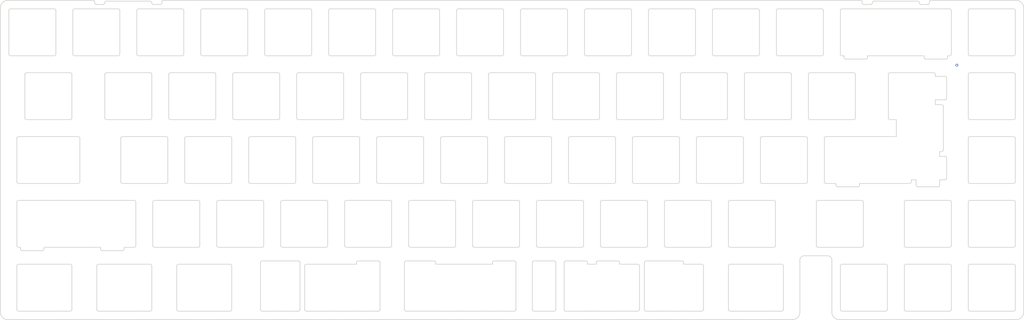
<source format=kicad_pcb>
(kicad_pcb (version 20221018) (generator pcbnew)

  (general
    (thickness 1.6)
  )

  (paper "A3")
  (layers
    (0 "F.Cu" signal)
    (31 "B.Cu" signal)
    (32 "B.Adhes" user "B.Adhesive")
    (33 "F.Adhes" user "F.Adhesive")
    (34 "B.Paste" user)
    (35 "F.Paste" user)
    (36 "B.SilkS" user "B.Silkscreen")
    (37 "F.SilkS" user "F.Silkscreen")
    (38 "B.Mask" user)
    (39 "F.Mask" user)
    (40 "Dwgs.User" user "User.Drawings")
    (41 "Cmts.User" user "User.Comments")
    (42 "Eco1.User" user "User.Eco1")
    (43 "Eco2.User" user "User.Eco2")
    (44 "Edge.Cuts" user)
    (45 "Margin" user)
    (46 "B.CrtYd" user "B.Courtyard")
    (47 "F.CrtYd" user "F.Courtyard")
    (48 "B.Fab" user)
    (49 "F.Fab" user)
    (50 "User.1" user)
    (51 "User.2" user)
    (52 "User.3" user)
    (53 "User.4" user)
    (54 "User.5" user)
    (55 "User.6" user)
    (56 "User.7" user)
    (57 "User.8" user)
    (58 "User.9" user)
  )

  (setup
    (pad_to_mask_clearance 0)
    (pcbplotparams
      (layerselection 0x00010fc_ffffffff)
      (plot_on_all_layers_selection 0x0000000_00000000)
      (disableapertmacros false)
      (usegerberextensions false)
      (usegerberattributes true)
      (usegerberadvancedattributes true)
      (creategerberjobfile true)
      (dashed_line_dash_ratio 12.000000)
      (dashed_line_gap_ratio 3.000000)
      (svgprecision 4)
      (plotframeref false)
      (viasonmask false)
      (mode 1)
      (useauxorigin false)
      (hpglpennumber 1)
      (hpglpenspeed 20)
      (hpglpendiameter 15.000000)
      (dxfpolygonmode true)
      (dxfimperialunits true)
      (dxfusepcbnewfont true)
      (psnegative false)
      (psa4output false)
      (plotreference true)
      (plotvalue true)
      (plotinvisibletext false)
      (sketchpadsonfab false)
      (subtractmaskfromsilk false)
      (outputformat 1)
      (mirror false)
      (drillshape 0)
      (scaleselection 1)
      (outputdirectory "./gerber")
    )
  )

  (net 0 "")

  (gr_line (start 328.186553 97.495447) (end 324.711553 97.495447)
    (stroke (width 0.2) (type solid)) (layer "Edge.Cuts") (tstamp 0031f61f-0203-4556-966b-b3e93f17056b))
  (gr_arc (start 71.011553 97.495447) (mid 71.365106 97.641894) (end 71.511553 97.995447)
    (stroke (width 0.2) (type solid)) (layer "Edge.Cuts") (tstamp 00bb2546-d69e-43ca-9893-adb8b5fe2888))
  (gr_line (start 176.286553 130.045447) (end 176.286553 117.045447)
    (stroke (width 0.2) (type solid)) (layer "Edge.Cuts") (tstamp 00c1387f-4ef5-4b4b-b3f2-75a8ab303965))
  (gr_arc (start 252.773553 155.145447) (mid 252.92 154.791894) (end 253.273553 154.645447)
    (stroke (width 0.2) (type solid)) (layer "Edge.Cuts") (tstamp 00c89372-b2d4-4aab-8d92-079ce7cdf5bc))
  (gr_arc (start 71.511553 110.995447) (mid 71.365106 111.349) (end 71.011553 111.495447)
    (stroke (width 0.2) (type solid)) (layer "Edge.Cuts") (tstamp 0103ae17-ef13-41b1-926d-4d69671128b0))
  (gr_line (start 253.280553 187.694947) (end 258.011553 187.694947)
    (stroke (width 0.2) (type solid)) (layer "Edge.Cuts") (tstamp 01613c52-3bfa-4241-90ca-8e94027e8ba0))
  (gr_arc (start 208.536553 187.194947) (mid 208.390106 187.5485) (end 208.036553 187.694947)
    (stroke (width 0.2) (type solid)) (layer "Edge.Cuts") (tstamp 0175d0e1-1b60-4f47-b530-6babc07fc6ea))
  (gr_line (start 76.561553 97.995447) (end 76.561553 110.995447)
    (stroke (width 0.2) (type solid)) (layer "Edge.Cuts") (tstamp 021e2d77-cd9d-43b7-b488-1aa3d4e96f5c))
  (gr_arc (start 83.705353 174.194947) (mid 83.8518 173.841394) (end 84.205353 173.694947)
    (stroke (width 0.2) (type solid)) (layer "Edge.Cuts") (tstamp 02ad0aa2-43bc-48b5-bd6f-bc4203387c40))
  (gr_arc (start 78.655353 149.095447) (mid 78.508906 149.449) (end 78.155353 149.595447)
    (stroke (width 0.2) (type solid)) (layer "Edge.Cuts") (tstamp 046692ac-f5ca-48a3-a1ce-9f3031dce55b))
  (gr_line (start 148.498553 149.595447) (end 161.498553 149.595447)
    (stroke (width 0.2) (type solid)) (layer "Edge.Cuts") (tstamp 046fbf38-3312-427d-958e-c3865b9e8ed7))
  (gr_line (start 315.186553 111.495447) (end 318.661553 111.495447)
    (stroke (width 0.2) (type solid)) (layer "Edge.Cuts") (tstamp 048b13af-c8f7-4104-8c08-c0c9fc2930d5))
  (gr_arc (start 215.173553 168.645447) (mid 214.82 168.499) (end 214.673553 168.145447)
    (stroke (width 0.2) (type solid)) (layer "Edge.Cuts") (tstamp 04ba0518-b233-4b21-a164-1ec5fbe7d7cb))
  (gr_line (start 83.077153 95.465847) (end 83.077153 95.715847)
    (stroke (width 0.2) (type solid)) (layer "Edge.Cuts") (tstamp 054e4397-7118-4816-ba83-9d693a9a0044))
  (gr_line (start 332.948553 116.545447) (end 319.948553 116.545447)
    (stroke (width 0.2) (type solid)) (layer "Edge.Cuts") (tstamp 0694c89f-e26c-4ad4-b4c9-439a12fbae3e))
  (gr_arc (start 62.274053 117.045447) (mid 62.4205 116.691894) (end 62.774053 116.545447)
    (stroke (width 0.2) (type solid)) (layer "Edge.Cuts") (tstamp 06d9da87-0f66-43a6-b21f-f80caf04d796))
  (gr_arc (start 224.699553 149.595447) (mid 224.346 149.449) (end 224.199553 149.095447)
    (stroke (width 0.2) (type solid)) (layer "Edge.Cuts") (tstamp 07a060f8-ce9e-4c90-a445-26862f174673))
  (gr_arc (start 357.261553 168.145447) (mid 357.115106 168.499) (end 356.761553 168.645447)
    (stroke (width 0.2) (type solid)) (layer "Edge.Cuts") (tstamp 088d57a7-1fbf-4d55-90b7-cd7d83f6e333))
  (gr_line (start 95.611553 97.995447) (end 95.611553 110.995447)
    (stroke (width 0.2) (type solid)) (layer "Edge.Cuts") (tstamp 08e2af6c-6021-4bd3-b54b-73895b35104e))
  (gr_line (start 272.323553 168.645447) (end 285.323553 168.645447)
    (stroke (width 0.2) (type solid)) (layer "Edge.Cuts") (tstamp 09b8fd41-2369-4af4-bff6-9211fb5bad84))
  (gr_line (start 171.523553 168.145447) (end 171.523553 155.145447)
    (stroke (width 0.2) (type solid)) (layer "Edge.Cuts") (tstamp 09cc020f-e684-4116-983f-8086f53f4493))
  (gr_line (start 302.627553 172.415947) (end 302.627553 187.965947)
    (stroke (width 0.2) (type solid)) (layer "Edge.Cuts") (tstamp 09fe5e8c-7f2a-4bde-beac-8789834fc97c))
  (gr_line (start 336.330553 117.632447) (end 333.448553 117.632447)
    (stroke (width 0.2) (type solid)) (layer "Edge.Cuts") (tstamp 0a417657-187c-4226-8f24-e3b1cec5f0fb))
  (gr_line (start 118.636553 116.545447) (end 105.636553 116.545447)
    (stroke (width 0.2) (type solid)) (layer "Edge.Cuts") (tstamp 0a8dbbec-08a8-40ae-b2a8-71dc3904333c))
  (gr_line (start 95.324053 168.145447) (end 95.324053 155.145447)
    (stroke (width 0.2) (type solid)) (layer "Edge.Cuts") (tstamp 0ada4d04-5e1e-42bf-b818-8fd9365e94cb))
  (gr_arc (start 146.117553 187.694947) (mid 145.764 187.5485) (end 145.617553 187.194947)
    (stroke (width 0.2) (type solid)) (layer "Edge.Cuts") (tstamp 0ae3f5e0-f7ec-4f4c-900f-521c38a3e880))
  (gr_arc (start 223.911553 110.995447) (mid 223.765106 111.349) (end 223.411553 111.495447)
    (stroke (width 0.2) (type solid)) (layer "Edge.Cuts") (tstamp 0b4ecefa-4688-4210-964b-4db69a827de6))
  (gr_arc (start 247.224553 154.645447) (mid 247.578106 154.791894) (end 247.724553 155.145447)
    (stroke (width 0.2) (type solid)) (layer "Edge.Cuts") (tstamp 0b5da54a-9569-49b8-9091-ba5a6f3fed9e))
  (gr_line (start 124.686553 130.545447) (end 137.686553 130.545447)
    (stroke (width 0.2) (type solid)) (layer "Edge.Cuts") (tstamp 0c38a1e6-6841-4d3c-8c4e-aa67212e0ce0))
  (gr_line (start 326.305553 148.508447) (end 327.743553 148.508447)
    (stroke (width 0.2) (type solid)) (layer "Edge.Cuts") (tstamp 0c48657a-3b29-4840-867a-2efb521912e7))
  (gr_arc (start 200.886553 130.545447) (mid 200.533 130.399) (end 200.386553 130.045447)
    (stroke (width 0.2) (type solid)) (layer "Edge.Cuts") (tstamp 0c5887bc-6a97-49bc-bc03-c1b9d1eac710))
  (gr_line (start 119.923553 168.645447) (end 132.923553 168.645447)
    (stroke (width 0.2) (type solid)) (layer "Edge.Cuts") (tstamp 0cbdbae2-d6c8-4055-b385-9d1ba7b6fe9f))
  (gr_arc (start 313.248553 111.995447) (mid 313.102106 112.349) (end 312.748553 112.495447)
    (stroke (width 0.2) (type solid)) (layer "Edge.Cuts") (tstamp 0d520d0a-6897-4e21-a078-2599027a5a2e))
  (gr_arc (start 59.892753 155.145447) (mid 60.0392 154.791894) (end 60.392753 154.645447)
    (stroke (width 0.2) (type solid)) (layer "Edge.Cuts") (tstamp 0d6be294-fd4d-47ae-8268-40f22b2242af))
  (gr_arc (start 276.586553 117.045447) (mid 276.733 116.691894) (end 277.086553 116.545447)
    (stroke (width 0.2) (type solid)) (layer "Edge.Cuts") (tstamp 0d88e2b5-0f34-43ae-8617-d0af3f1f3bc0))
  (gr_line (start 343.261553 174.194947) (end 343.261553 187.194947)
    (stroke (width 0.2) (type solid)) (layer "Edge.Cuts") (tstamp 0d8d8729-43c7-46e8-8597-b9ad71ddff6f))
  (gr_arc (start 229.432928 187.694141) (mid 229.418746 187.694747) (end 229.404553 187.694947)
    (stroke (width 0.2) (type solid)) (layer "Edge.Cuts") (tstamp 0dc231ea-080a-47ed-934e-40f002d8a32a))
  (gr_line (start 119.136553 130.045447) (end 119.136553 117.045447)
    (stroke (width 0.2) (type solid)) (layer "Edge.Cuts") (tstamp 0e243498-42e8-4761-aa36-90706e6877b9))
  (gr_arc (start 343.761553 130.545447) (mid 343.408 130.399) (end 343.261553 130.045447)
    (stroke (width 0.2) (type solid)) (layer "Edge.Cuts") (tstamp 0e9f4de7-3cc7-4ae6-8808-47fe61b8530d))
  (gr_line (start 229.461553 111.495447) (end 242.461553 111.495447)
    (stroke (width 0.2) (type solid)) (layer "Edge.Cuts") (tstamp 0eba01ab-b570-43aa-9e52-e85b03778ad4))
  (gr_arc (start 335.330553 126.070447) (mid 335.684106 126.216894) (end 335.830553 126.570447)
    (stroke (width 0.2) (type solid)) (layer "Edge.Cuts") (tstamp 0f06e5d2-ca10-40ee-bbd4-3e6058ae1127))
  (gr_arc (start 281.061553 110.995447) (mid 280.915106 111.349) (end 280.561553 111.495447)
    (stroke (width 0.2) (type solid)) (layer "Edge.Cuts") (tstamp 0f2c8e6e-9095-4e7e-89b8-36b4bd5840ca))
  (gr_arc (start 294.849553 135.595447) (mid 295.203106 135.741894) (end 295.349553 136.095447)
    (stroke (width 0.2) (type solid)) (layer "Edge.Cuts") (tstamp 0f4c436d-0f08-4aa5-970b-fbd421c9047f))
  (gr_arc (start 82.577153 94.965847) (mid 82.930706 95.112294) (end 83.077153 95.465847)
    (stroke (width 0.2) (type solid)) (layer "Edge.Cuts") (tstamp 0f7be7d5-cdda-4992-ab8e-4256ba4e0910))
  (gr_line (start 192.455553 187.694947) (end 199.599553 187.694947)
    (stroke (width 0.2) (type solid)) (layer "Edge.Cuts") (tstamp 0fa00d91-aed5-48fb-b330-6d9e99f944ec))
  (gr_line (start 281.849553 149.595447) (end 294.849553 149.595447)
    (stroke (width 0.2) (type solid)) (layer "Edge.Cuts") (tstamp 0fb4ae9a-5ab4-4912-8954-86306078faf8))
  (gr_line (start 166.761553 110.995447) (end 166.761553 97.995447)
    (stroke (width 0.2) (type solid)) (layer "Edge.Cuts") (tstamp 10083fe6-348a-498a-be5b-ac6902d3427a))
  (gr_line (start 274.705553 173.694947) (end 272.323553 173.694947)
    (stroke (width 0.2) (type solid)) (layer "Edge.Cuts") (tstamp 102a4f5b-21d6-4b93-ba8a-4fdfdb2e7906))
  (gr_arc (start 242.961553 110.995447) (mid 242.815106 111.349) (end 242.461553 111.495447)
    (stroke (width 0.2) (type solid)) (layer "Edge.Cuts") (tstamp 107e133e-3866-462e-ac84-d8ca1a6aac9d))
  (gr_arc (start 311.517553 154.645447) (mid 311.871106 154.791894) (end 312.017553 155.145447)
    (stroke (width 0.2) (type solid)) (layer "Edge.Cuts") (tstamp 10ec2b90-27c9-486f-80ea-db81c4610c9a))
  (gr_line (start 313.899553 149.595447) (end 325.805553 149.595447)
    (stroke (width 0.2) (type solid)) (layer "Edge.Cuts") (tstamp 1135b3ff-131f-4bc9-a02d-a03f3c711fdf))
  (gr_arc (start 85.355753 169.645447) (mid 85.0022 169.499) (end 84.855753 169.145447)
    (stroke (width 0.2) (type solid)) (layer "Edge.Cuts") (tstamp 11c78bc5-3200-4e2a-9de2-3fdb55e58134))
  (gr_arc (start 296.136553 130.545447) (mid 295.783 130.399) (end 295.636553 130.045447)
    (stroke (width 0.2) (type solid)) (layer "Edge.Cuts") (tstamp 124af95d-7ae1-4ea6-b4b1-516a28ec277a))
  (gr_line (start 324.211553 155.145447) (end 324.211553 168.145447)
    (stroke (width 0.2) (type solid)) (layer "Edge.Cuts") (tstamp 12622ef1-d0cf-451d-8dd4-53eef5dceca3))
  (gr_line (start 336.830553 124.132447) (end 336.830553 118.132447)
    (stroke (width 0.2) (type solid)) (layer "Edge.Cuts") (tstamp 126d788c-0c70-4456-af6c-b6a8841437bb))
  (gr_arc (start 115.161553 111.495447) (mid 114.808 111.349) (end 114.661553 110.995447)
    (stroke (width 0.2) (type solid)) (layer "Edge.Cuts") (tstamp 12b9663b-a50e-484e-8200-115f0dea614b))
  (gr_arc (start 59.892753 174.194947) (mid 60.0392 173.841394) (end 60.392753 173.694947)
    (stroke (width 0.2) (type solid)) (layer "Edge.Cuts") (tstamp 12f6f739-13da-472d-ada9-c5e928da3863))
  (gr_line (start 82.917853 168.645447) (end 84.855753 168.645447)
    (stroke (width 0.2) (type solid)) (layer "Edge.Cuts") (tstamp 1304b86e-5ce6-48fe-87cc-be8c16a372a5))
  (gr_line (start 286.611553 111.495447) (end 299.611553 111.495447)
    (stroke (width 0.2) (type solid)) (layer "Edge.Cuts") (tstamp 132f8837-d43b-48b0-ba5e-3289160a0660))
  (gr_line (start 201.536553 173.694947) (end 199.599553 173.694947)
    (stroke (width 0.2) (type solid)) (layer "Edge.Cuts") (tstamp 133dd1d1-892a-4be1-95db-3900a368c8a0))
  (gr_arc (start 262.799553 149.595447) (mid 262.446 149.449) (end 262.299553 149.095447)
    (stroke (width 0.2) (type solid)) (layer "Edge.Cuts") (tstamp 13760f2d-0ef5-45ff-988b-cb8ccfeb0b28))
  (gr_arc (start 171.811553 97.995447) (mid 171.958 97.641894) (end 172.311553 97.495447)
    (stroke (width 0.2) (type solid)) (layer "Edge.Cuts") (tstamp 13cb37a5-d3dc-47ce-a840-2f7a609365b7))
  (gr_arc (start 337.711553 97.495447) (mid 338.065106 97.641894) (end 338.211553 97.995447)
    (stroke (width 0.2) (type solid)) (layer "Edge.Cuts") (tstamp 142d9136-a232-4aa2-af6e-8c72ca2637c4))
  (gr_arc (start 185.311553 97.495447) (mid 185.665106 97.641894) (end 185.811553 97.995447)
    (stroke (width 0.2) (type solid)) (layer "Edge.Cuts") (tstamp 14657113-200e-4641-84df-01fcc6a99e30))
  (gr_arc (start 138.974553 168.645447) (mid 138.621 168.499) (end 138.474553 168.145447)
    (stroke (width 0.2) (type solid)) (layer "Edge.Cuts") (tstamp 155f2f91-5713-4678-8eed-ddd54a3d958f))
  (gr_arc (start 336.830553 148.008447) (mid 336.684106 148.362) (end 336.330553 148.508447)
    (stroke (width 0.2) (type solid)) (layer "Edge.Cuts") (tstamp 1629a91e-fce6-41d0-b07a-8c99522a4cb4))
  (gr_line (start 161.498553 135.595447) (end 148.498553 135.595447)
    (stroke (width 0.2) (type solid)) (layer "Edge.Cuts") (tstamp 165624c9-b282-4b0b-a96b-9bf5c5c66a47))
  (gr_arc (start 253.273553 168.645447) (mid 252.92 168.499) (end 252.773553 168.145447)
    (stroke (width 0.2) (type solid)) (layer "Edge.Cuts") (tstamp 166563d0-f018-4061-a689-46e54bbd5d58))
  (gr_arc (start 209.123553 154.645447) (mid 209.477106 154.791894) (end 209.623553 155.145447)
    (stroke (width 0.2) (type solid)) (layer "Edge.Cuts") (tstamp 166880e1-0fb5-4ea0-8cc9-b804a1b1aa90))
  (gr_arc (start 147.211553 97.495447) (mid 147.565106 97.641894) (end 147.711553 97.995447)
    (stroke (width 0.2) (type solid)) (layer "Edge.Cuts") (tstamp 16b6bf06-3eb9-4192-b685-e72ecc793275))
  (gr_line (start 54.977153 97.215847) (end 54.977153 187.965947)
    (stroke (width 0.2) (type solid)) (layer "Edge.Cuts") (tstamp 17781db3-56be-463c-9039-82ad86774d1a))
  (gr_arc (start 162.786553 130.545447) (mid 162.433 130.399) (end 162.286553 130.045447)
    (stroke (width 0.2) (type solid)) (layer "Edge.Cuts") (tstamp 17794ba9-0014-4d74-9fb7-7abfd909be1a))
  (gr_arc (start 172.311553 111.495447) (mid 171.958 111.349) (end 171.811553 110.995447)
    (stroke (width 0.2) (type solid)) (layer "Edge.Cuts") (tstamp 1785a75e-a5d3-4beb-9a05-eccb0112844c))
  (gr_arc (start 220.411553 187.194947) (mid 220.265106 187.5485) (end 219.911553 187.694947)
    (stroke (width 0.2) (type solid)) (layer "Edge.Cuts") (tstamp 17aab874-14f9-4043-9b4e-a959a0c445cb))
  (gr_line (start 214.386553 130.045447) (end 214.386553 117.045447)
    (stroke (width 0.2) (type solid)) (layer "Edge.Cuts") (tstamp 1820c249-069f-4453-8e07-cb20e249ff82))
  (gr_line (start 312.805553 135.595447) (end 310.367553 135.595447)
    (stroke (width 0.2) (type solid)) (layer "Edge.Cuts") (tstamp 184789ea-2388-4ab5-90e3-b5abb62bee0e))
  (gr_line (start 298.517553 168.645447) (end 311.517553 168.645447)
    (stroke (width 0.2) (type solid)) (layer "Edge.Cuts") (tstamp 184ac642-b943-4344-8451-9c6bdf96d1f1))
  (gr_arc (start 167.555553 172.694947) (mid 167.909106 172.841394) (end 168.055553 173.194947)
    (stroke (width 0.2) (type solid)) (layer "Edge.Cuts") (tstamp 18ef46b9-cf85-4ab0-ae42-0e9a417c433b))
  (gr_arc (start 129.449553 149.595447) (mid 129.096 149.449) (end 128.949553 149.095447)
    (stroke (width 0.2) (type solid)) (layer "Edge.Cuts") (tstamp 190ac9d6-b4d6-4fad-bf78-1d219bd2adb6))
  (gr_line (start 312.805553 149.595447) (end 313.899553 149.595447)
    (stroke (width 0.2) (type solid)) (layer "Edge.Cuts") (tstamp 19bffef0-7839-4788-ae38-7d76457d5399))
  (gr_arc (start 343.261553 97.995447) (mid 343.408 97.641894) (end 343.761553 97.495447)
    (stroke (width 0.2) (type solid)) (layer "Edge.Cuts") (tstamp 1a86cfd0-d448-4a7d-9d2b-8841afc2e759))
  (gr_arc (start 306.748553 112.495447) (mid 306.395 112.349) (end 306.248553 111.995447)
    (stroke (width 0.2) (type solid)) (layer "Edge.Cuts") (tstamp 1ae3af0b-e00a-4d4f-b3fc-e457609144ba))
  (gr_line (start 262.799553 149.595447) (end 275.799553 149.595447)
    (stroke (width 0.2) (type solid)) (layer "Edge.Cuts") (tstamp 1b1c1023-d5f5-414a-a2f9-91d4ccf42706))
  (gr_arc (start 83.577153 96.215847) (mid 83.2236 96.0694) (end 83.077153 95.715847)
    (stroke (width 0.2) (type solid)) (layer "Edge.Cuts") (tstamp 1b369593-395a-498b-804a-c9b773d1e743))
  (gr_line (start 73.392753 149.595447) (end 78.155353 149.595447)
    (stroke (width 0.2) (type solid)) (layer "Edge.Cuts") (tstamp 1b4a2c9b-e5c0-44af-9f43-112300f8f399))
  (gr_arc (start 305.161553 174.194947) (mid 305.308 173.841394) (end 305.661553 173.694947)
    (stroke (width 0.2) (type solid)) (layer "Edge.Cuts") (tstamp 1c1ee2cd-be6e-425c-aa9c-118a9cec2672))
  (gr_line (start 59.892753 155.145447) (end 59.892753 168.145447)
    (stroke (width 0.2) (type solid)) (layer "Edge.Cuts") (tstamp 1c1eed0a-be4a-4da2-8235-3d0b2d10df7c))
  (gr_arc (start 100.577153 96.215847) (mid 100.2236 96.0694) (end 100.077153 95.715847)
    (stroke (width 0.2) (type solid)) (layer "Edge.Cuts") (tstamp 1caf5690-ea36-4be3-8bdc-710eb3100a63))
  (gr_arc (start 195.336553 130.045447) (mid 195.190106 130.399) (end 194.836553 130.545447)
    (stroke (width 0.2) (type solid)) (layer "Edge.Cuts") (tstamp 1ccb37e6-23ab-4901-b145-ade46391f28c))
  (gr_line (start 177.074553 168.645447) (end 190.074553 168.645447)
    (stroke (width 0.2) (type solid)) (layer "Edge.Cuts") (tstamp 1ce760ac-bd58-41c5-b03f-e957787ea533))
  (gr_arc (start 119.136553 130.045447) (mid 118.990106 130.399) (end 118.636553 130.545447)
    (stroke (width 0.2) (type solid)) (layer "Edge.Cuts") (tstamp 1cfb0255-68f9-42ae-afe5-a4c7944df0b3))
  (gr_arc (start 107.517553 174.194947) (mid 107.664 173.841394) (end 108.017553 173.694947)
    (stroke (width 0.2) (type solid)) (layer "Edge.Cuts") (tstamp 1d1a44d3-9243-4373-ab58-09c0852138a2))
  (gr_line (start 81.824053 168.645447) (end 82.917853 168.645447)
    (stroke (width 0.2) (type solid)) (layer "Edge.Cuts") (tstamp 1d43bf5d-e8ff-43a2-a175-b5cf162b3f67))
  (gr_line (start 315.186553 97.495447) (end 312.748553 97.495447)
    (stroke (width 0.2) (type solid)) (layer "Edge.Cuts") (tstamp 1df4b9dd-cddd-44fa-b35b-0f3b856c0bc3))
  (gr_arc (start 271.823553 155.145447) (mid 271.97 154.791894) (end 272.323553 154.645447)
    (stroke (width 0.2) (type solid)) (layer "Edge.Cuts") (tstamp 1e16da0a-619c-4744-867e-b22fbf15e833))
  (gr_line (start 204.361553 187.694947) (end 208.036553 187.694947)
    (stroke (width 0.2) (type solid)) (layer "Edge.Cuts") (tstamp 1e1838e6-2676-4725-a16c-c31fa4ef7f79))
  (gr_line (start 181.049553 149.095447) (end 181.049553 136.095447)
    (stroke (width 0.2) (type solid)) (layer "Edge.Cuts") (tstamp 1e5b8623-fb69-4eb5-9714-8a53f7df10cd))
  (gr_arc (start 243.748553 149.595447) (mid 243.395 149.449) (end 243.248553 149.095447)
    (stroke (width 0.2) (type solid)) (layer "Edge.Cuts") (tstamp 1e98097e-6ca9-495a-af84-106e1b7fab42))
  (gr_line (start 81.824053 154.645447) (end 73.392753 154.645447)
    (stroke (width 0.2) (type solid)) (layer "Edge.Cuts") (tstamp 1ee477ab-0203-4223-be0a-f32d4adc8a55))
  (gr_arc (start 267.561553 111.495447) (mid 267.208 111.349) (end 267.061553 110.995447)
    (stroke (width 0.2) (type solid)) (layer "Edge.Cuts") (tstamp 1ef8d510-6a88-4f74-a927-b24070631eac))
  (gr_line (start 181.836553 130.545447) (end 194.836553 130.545447)
    (stroke (width 0.2) (type solid)) (layer "Edge.Cuts") (tstamp 1f6b6405-c247-4bbb-b9f1-ad86d589cf9b))
  (gr_line (start 86.586553 130.545447) (end 99.586553 130.545447)
    (stroke (width 0.2) (type solid)) (layer "Edge.Cuts") (tstamp 1f7e0a82-5cb8-455d-9e89-5d85c3cb381e))
  (gr_line (start 309.636553 130.045447) (end 309.636553 117.045447)
    (stroke (width 0.2) (type solid)) (layer "Edge.Cuts") (tstamp 1fb5f77a-fb1d-499b-814d-a21f8ee811d1))
  (gr_arc (start 331.677553 95.465847) (mid 331.824 95.112294) (end 332.177553 94.965847)
    (stroke (width 0.2) (type solid)) (layer "Edge.Cuts") (tstamp 1fc4296e-bfa4-4e4e-aa5c-c18e4f235050))
  (gr_line (start 65.155353 135.595447) (end 60.392753 135.595447)
    (stroke (width 0.2) (type solid)) (layer "Edge.Cuts") (tstamp 1fcdcf60-3cb4-4497-b8c7-f46dfa02c5c3))
  (gr_arc (start 100.086553 130.045447) (mid 99.940106 130.399) (end 99.586553 130.545447)
    (stroke (width 0.2) (type solid)) (layer "Edge.Cuts") (tstamp 20318793-f765-4bc4-8b8a-5dba01d544fe))
  (gr_line (start 73.392753 187.694947) (end 75.774053 187.694947)
    (stroke (width 0.2) (type solid)) (layer "Edge.Cuts") (tstamp 20aa5e5e-9b00-403b-b123-ace7a69d2db1))
  (gr_line (start 161.998553 149.095447) (end 161.998553 136.095447)
    (stroke (width 0.2) (type solid)) (layer "Edge.Cuts") (tstamp 20ef0328-5642-4333-94a8-80e99f9f415f))
  (gr_line (start 343.761553 187.694947) (end 356.761553 187.694947)
    (stroke (width 0.2) (type solid)) (layer "Edge.Cuts") (tstamp 20f21980-a120-42a7-9f76-932c1036c092))
  (gr_line (start 229.904553 173.694947) (end 229.904553 173.194947)
    (stroke (width 0.2) (type solid)) (layer "Edge.Cuts") (tstamp 2104a89f-866e-44c8-9fc7-6fc2b39d49a2))
  (gr_arc (start 99.577153 95.215847) (mid 99.930706 95.362294) (end 100.077153 95.715847)
    (stroke (width 0.2) (type solid)) (layer "Edge.Cuts") (tstamp 2165f86b-bff4-4e77-aa7d-c5658f9b1939))
  (gr_arc (start 100.874053 168.645447) (mid 100.5205 168.499) (end 100.374053 168.145447)
    (stroke (width 0.2) (type solid)) (layer "Edge.Cuts") (tstamp 21e4beeb-8b36-4def-aef1-4847c1e75da5))
  (gr_line (start 231.842553 187.694947) (end 232.955553 187.694947)
    (stroke (width 0.2) (type solid)) (layer "Edge.Cuts") (tstamp 21f9e5f3-b666-4d64-a5dc-11616ae2e24f))
  (gr_arc (start 177.074553 168.645447) (mid 176.721 168.499) (end 176.574553 168.145447)
    (stroke (width 0.2) (type solid)) (layer "Edge.Cuts") (tstamp 223d13d3-e6c0-4e48-ad06-c73ba837dedc))
  (gr_line (start 219.936553 130.545447) (end 232.936553 130.545447)
    (stroke (width 0.2) (type solid)) (layer "Edge.Cuts") (tstamp 225043e4-b47a-42a3-9e0d-c337e90caae3))
  (gr_arc (start 242.461553 97.495447) (mid 242.815106 97.641894) (end 242.961553 97.995447)
    (stroke (width 0.2) (type solid)) (layer "Edge.Cuts") (tstamp 227ed28e-16b7-4fc0-8070-e679a4c51f57))
  (gr_arc (start 205.148553 136.095447) (mid 205.295 135.741894) (end 205.648553 135.595447)
    (stroke (width 0.2) (type solid)) (layer "Edge.Cuts") (tstamp 22b99900-0da5-4c90-a7c8-ad7029c1991c))
  (gr_arc (start 328.177553 95.215847) (mid 328.531106 95.362294) (end 328.677553 95.715847)
    (stroke (width 0.2) (type solid)) (layer "Edge.Cuts") (tstamp 22c7492b-4d13-4b3d-b3be-e86786323f59))
  (gr_arc (start 91.855753 169.145447) (mid 91.709306 169.499) (end 91.355753 169.645447)
    (stroke (width 0.2) (type solid)) (layer "Edge.Cuts") (tstamp 22f7f10e-493d-44d6-bf73-8dad345b52ee))
  (gr_arc (start 213.911553 187.694947) (mid 213.558 187.5485) (end 213.411553 187.194947)
    (stroke (width 0.2) (type solid)) (layer "Edge.Cuts") (tstamp 233a7b76-82fe-4346-a9e0-2cdd5df96ada))
  (gr_line (start 100.374053 155.145447) (end 100.374053 168.145447)
    (stroke (width 0.2) (type solid)) (layer "Edge.Cuts") (tstamp 23516451-4447-4b2d-a4a9-1df7e03c60a0))
  (gr_line (start 336.330553 141.508447) (end 334.743553 141.508447)
    (stroke (width 0.2) (type solid)) (layer "Edge.Cuts") (tstamp 24565324-0ebc-4332-bb8f-30ef6df3eca8))
  (gr_arc (start 208.036553 172.694947) (mid 208.390106 172.841394) (end 208.536553 173.194947)
    (stroke (width 0.2) (type solid)) (layer "Edge.Cuts") (tstamp 246245e6-383b-419f-92c5-0ab0858bc5d3))
  (gr_line (start 128.161553 97.495447) (end 115.161553 97.495447)
    (stroke (width 0.2) (type solid)) (layer "Edge.Cuts") (tstamp 24e96cc4-af36-4ef7-980d-56e72e90ac9a))
  (gr_arc (start 304.877553 190.215947) (mid 303.286563 189.556937) (end 302.627553 187.965947)
    (stroke (width 0.2) (type solid)) (layer "Edge.Cuts") (tstamp 24f73f95-1913-44b4-9bc9-78839a9859eb))
  (gr_line (start 143.236553 117.045447) (end 143.236553 130.045447)
    (stroke (width 0.2) (type solid)) (layer "Edge.Cuts") (tstamp 255b2c95-46ef-4b51-922a-e81657f8fe7d))
  (gr_line (start 252.486553 130.045447) (end 252.486553 117.045447)
    (stroke (width 0.2) (type solid)) (layer "Edge.Cuts") (tstamp 25a43e6f-322f-48cb-b04b-fff0d99a85e2))
  (gr_line (start 145.617553 174.194947) (end 145.617553 187.194947)
    (stroke (width 0.2) (type solid)) (layer "Edge.Cuts") (tstamp 25cb0a13-a72a-4064-b6f2-a1daac32fd7c))
  (gr_line (start 343.761553 130.545447) (end 356.761553 130.545447)
    (stroke (width 0.2) (type solid)) (layer "Edge.Cuts") (tstamp 25d3d553-2038-4fb7-9d9c-55b94ac3129b))
  (gr_arc (start 190.574553 168.145447) (mid 190.428106 168.499) (end 190.074553 168.645447)
    (stroke (width 0.2) (type solid)) (layer "Edge.Cuts") (tstamp 25dc3586-1676-4dcd-8800-e8c3d771b4de))
  (gr_arc (start 86.086553 117.045447) (mid 86.233 116.691894) (end 86.586553 116.545447)
    (stroke (width 0.2) (type solid)) (layer "Edge.Cuts") (tstamp 272ceff7-2f69-4176-8164-46a0559bb83b))
  (gr_line (start 57.511553 97.995447) (end 57.511553 110.995447)
    (stroke (width 0.2) (type solid)) (layer "Edge.Cuts") (tstamp 273f2671-7886-46d9-b098-476a29003305))
  (gr_arc (start 309.136553 116.545447) (mid 309.490106 116.691894) (end 309.636553 117.045447)
    (stroke (width 0.2) (type solid)) (layer "Edge.Cuts") (tstamp 275c534a-8479-42a5-af3c-77fe8d6e6eb0))
  (gr_arc (start 223.411553 97.495447) (mid 223.765106 97.641894) (end 223.911553 97.995447)
    (stroke (width 0.2) (type solid)) (layer "Edge.Cuts") (tstamp 27b07a14-3b65-4192-a88f-3a4d63a11502))
  (gr_line (start 200.886553 130.545447) (end 213.886553 130.545447)
    (stroke (width 0.2) (type solid)) (layer "Edge.Cuts") (tstamp 27fa34e7-7ba5-49fc-ad5d-9dd3dd7ce8e5))
  (gr_line (start 195.336553 130.045447) (end 195.336553 117.045447)
    (stroke (width 0.2) (type solid)) (layer "Edge.Cuts") (tstamp 28789f34-ac24-447c-8dff-6ac5a4686f72))
  (gr_arc (start 298.017553 155.145447) (mid 298.164 154.791894) (end 298.517553 154.645447)
    (stroke (width 0.2) (type solid)) (layer "Edge.Cuts") (tstamp 29109621-5b4e-45c4-9a6a-9f2fee593b39))
  (gr_arc (start 314.677553 95.715847) (mid 314.531106 96.0694) (end 314.177553 96.215847)
    (stroke (width 0.2) (type solid)) (layer "Edge.Cuts") (tstamp 29225c45-2e32-43c6-8ccb-11923b445342))
  (gr_arc (start 186.099553 136.095447) (mid 186.246 135.741894) (end 186.599553 135.595447)
    (stroke (width 0.2) (type solid)) (layer "Edge.Cuts") (tstamp 29378e7c-c8ec-439f-820c-34c16b1720af))
  (gr_line (start 75.774053 116.545447) (end 62.774053 116.545447)
    (stroke (width 0.2) (type solid)) (layer "Edge.Cuts") (tstamp 2a067ba7-83fe-488b-8a47-5df5cf160c4d))
  (gr_line (start 305.661553 187.694947) (end 318.661553 187.694947)
    (stroke (width 0.2) (type solid)) (layer "Edge.Cuts") (tstamp 2a6b9d23-598e-40f9-8edc-cd78162210e0))
  (gr_line (start 58.011553 111.495447) (end 71.011553 111.495447)
    (stroke (width 0.2) (type solid)) (layer "Edge.Cuts") (tstamp 2a736f5f-68e7-46f1-8a40-aceeea63bb3d))
  (gr_arc (start 275.799553 135.595447) (mid 276.153106 135.741894) (end 276.299553 136.095447)
    (stroke (width 0.2) (type solid)) (layer "Edge.Cuts") (tstamp 2af128e4-548d-42fb-aa18-41afa43b4bf7))
  (gr_arc (start 290.086553 116.545447) (mid 290.440106 116.691894) (end 290.586553 117.045447)
    (stroke (width 0.2) (type solid)) (layer "Edge.Cuts") (tstamp 2b0199d2-bc49-4508-a552-d386347bbe24))
  (gr_line (start 338.211553 187.194947) (end 338.211553 174.194947)
    (stroke (width 0.2) (type solid)) (layer "Edge.Cuts") (tstamp 2b08a5be-4f5a-4624-abe0-3e41ba2ce16d))
  (gr_line (start 238.199553 149.095447) (end 238.199553 136.095447)
    (stroke (width 0.2) (type solid)) (layer "Edge.Cuts") (tstamp 2b295620-d6ab-490a-932b-eb4bfada3599))
  (gr_arc (start 305.661553 111.495447) (mid 305.308 111.349) (end 305.161553 110.995447)
    (stroke (width 0.2) (type solid)) (layer "Edge.Cuts") (tstamp 2b2de34d-97db-48c5-933d-d40ae1cca117))
  (gr_arc (start 343.261553 117.045447) (mid 343.408 116.691894) (end 343.761553 116.545447)
    (stroke (width 0.2) (type solid)) (layer "Edge.Cuts") (tstamp 2c278edc-a208-4325-949b-25cfbdaa1839))
  (gr_line (start 285.823553 168.145447) (end 285.823553 155.145447)
    (stroke (width 0.2) (type solid)) (layer "Edge.Cuts") (tstamp 2c3f7e39-bf6f-4694-8fa2-f744a11c9b74))
  (gr_arc (start 114.661553 97.995447) (mid 114.808 97.641894) (end 115.161553 97.495447)
    (stroke (width 0.2) (type solid)) (layer "Edge.Cuts") (tstamp 2c8d0acc-78c1-45e0-b9be-e6471886bb2a))
  (gr_arc (start 343.261553 155.145447) (mid 343.408 154.791894) (end 343.761553 154.645447)
    (stroke (width 0.2) (type solid)) (layer "Edge.Cuts") (tstamp 2cd07a9a-12fc-449c-9182-ed39ab609114))
  (gr_arc (start 319.948553 130.545447) (mid 319.595 130.399) (end 319.448553 130.045447)
    (stroke (width 0.2) (type solid)) (layer "Edge.Cuts") (tstamp 2d38fe8d-c395-4713-b60d-1fba5104156e))
  (gr_arc (start 132.455553 173.194947) (mid 132.602 172.841394) (end 132.955553 172.694947)
    (stroke (width 0.2) (type solid)) (layer "Edge.Cuts") (tstamp 2d46532f-9cae-4105-8b26-29b5a7c7bcad))
  (gr_arc (start 343.261553 136.095447) (mid 343.408 135.741894) (end 343.761553 135.595447)
    (stroke (width 0.2) (type solid)) (layer "Edge.Cuts") (tstamp 2dbe4938-2a0e-43e5-bec3-979f871c337e))
  (gr_arc (start 86.586553 130.545447) (mid 86.233 130.399) (end 86.086553 130.045447)
    (stroke (width 0.2) (type solid)) (layer "Edge.Cuts") (tstamp 2decb719-3e51-43c8-abf0-ce17f2b19a8a))
  (gr_line (start 242.461553 97.495447) (end 229.461553 97.495447)
    (stroke (width 0.2) (type solid)) (layer "Edge.Cuts") (tstamp 2e000020-5bda-4b79-8f8b-7271d1538a92))
  (gr_line (start 234.224553 168.645447) (end 247.224553 168.645447)
    (stroke (width 0.2) (type solid)) (layer "Edge.Cuts") (tstamp 2e21e737-e9c5-4adf-abe2-12643574cda1))
  (gr_arc (start 143.711553 172.694947) (mid 144.065106 172.841394) (end 144.211553 173.194947)
    (stroke (width 0.2) (type solid)) (layer "Edge.Cuts") (tstamp 2e24038a-dd0f-4fbd-a32d-eef573838834))
  (gr_line (start 295.636553 117.045447) (end 295.636553 130.045447)
    (stroke (width 0.2) (type solid)) (layer "Edge.Cuts") (tstamp 2e6355ad-2222-4a82-9c6a-6d630bc1eba0))
  (gr_arc (start 219.911553 172.694947) (mid 220.265106 172.841394) (end 220.411553 173.194947)
    (stroke (width 0.2) (type solid)) (layer "Edge.Cuts") (tstamp 2e758ec5-9b16-437d-bd35-05995bfc35eb))
  (gr_arc (start 305.161553 97.995447) (mid 305.308 97.641894) (end 305.661553 97.495447)
    (stroke (width 0.2) (type solid)) (layer "Edge.Cuts") (tstamp 2fd4930c-089e-4f04-92be-0c67d6aa9dd0))
  (gr_line (start 94.824053 154.645447) (end 91.355753 154.645447)
    (stroke (width 0.2) (type solid)) (layer "Edge.Cuts") (tstamp 2ffacce1-b473-4f12-983b-1b7df9e52148))
  (gr_line (start 115.161553 111.495447) (end 128.161553 111.495447)
    (stroke (width 0.2) (type solid)) (layer "Edge.Cuts") (tstamp 2fff02d3-a7e5-4ef3-b99d-01d80a15b51d))
  (gr_line (start 137.711553 187.694947) (end 138.955553 187.694947)
    (stroke (width 0.2) (type solid)) (layer "Edge.Cuts") (tstamp 301ff333-2df6-4e5b-95d1-cd14f622342c))
  (gr_line (start 65.155353 149.595447) (end 73.392753 149.595447)
    (stroke (width 0.2) (type solid)) (layer "Edge.Cuts") (tstamp 31184a42-78be-47b5-ac26-09148a1d8bf6))
  (gr_arc (start 277.086553 130.545447) (mid 276.733 130.399) (end 276.586553 130.045447)
    (stroke (width 0.2) (type solid)) (layer "Edge.Cuts") (tstamp 313e7e11-d908-4f73-af2f-dc819d55962e))
  (gr_arc (start 343.261553 174.194947) (mid 343.408 173.841394) (end 343.761553 173.694947)
    (stroke (width 0.2) (type solid)) (layer "Edge.Cuts") (tstamp 31446b97-72f5-48b2-a61f-c9c563346586))
  (gr_line (start 228.173553 154.645447) (end 215.173553 154.645447)
    (stroke (width 0.2) (type solid)) (layer "Edge.Cuts") (tstamp 31476f74-3c64-4d25-9ff9-ee5b18b73cf6))
  (gr_line (start 304.367553 150.595447) (end 310.367553 150.595447)
    (stroke (width 0.2) (type solid)) (layer "Edge.Cuts") (tstamp 324e2482-b311-41be-b5df-f34c01220ec1))
  (gr_arc (start 228.673553 168.145447) (mid 228.527106 168.499) (end 228.173553 168.645447)
    (stroke (width 0.2) (type solid)) (layer "Edge.Cuts") (tstamp 330fd39e-d030-4f76-bffe-a2a678551e35))
  (gr_arc (start 299.611553 97.495447) (mid 299.965106 97.641894) (end 300.111553 97.995447)
    (stroke (width 0.2) (type solid)) (layer "Edge.Cuts") (tstamp 336ff915-f802-46b8-82e0-ac11e7ecb13c))
  (gr_line (start 356.761553 173.694947) (end 343.761553 173.694947)
    (stroke (width 0.2) (type solid)) (layer "Edge.Cuts") (tstamp 33a84066-cdc9-4168-ac95-2f8d956bffc0))
  (gr_arc (start 171.023553 154.645447) (mid 171.377106 154.791894) (end 171.523553 155.145447)
    (stroke (width 0.2) (type solid)) (layer "Edge.Cuts") (tstamp 33c2f9d1-e213-4b4a-92b4-21a744ebde72))
  (gr_arc (start 233.724553 155.145447) (mid 233.871 154.791894) (end 234.224553 154.645447)
    (stroke (width 0.2) (type solid)) (layer "Edge.Cuts") (tstamp 34702e85-1263-48ef-9374-65be07c35068))
  (gr_arc (start 290.586553 130.045447) (mid 290.440106 130.399) (end 290.086553 130.545447)
    (stroke (width 0.2) (type solid)) (layer "Edge.Cuts") (tstamp 34b116d2-8874-4978-b599-f09eb6a0a4eb))
  (gr_line (start 200.386553 117.045447) (end 200.386553 130.045447)
    (stroke (width 0.2) (type solid)) (layer "Edge.Cuts") (tstamp 3525a4c7-fb5e-4e6c-8aa7-ba18c2854768))
  (gr_line (start 223.911553 110.995447) (end 223.911553 97.995447)
    (stroke (width 0.2) (type solid)) (layer "Edge.Cuts") (tstamp 356a9711-f434-470f-8d9d-3f4c9b375998))
  (gr_arc (start 99.586553 116.545447) (mid 99.940106 116.691894) (end 100.086553 117.045447)
    (stroke (width 0.2) (type solid)) (layer "Edge.Cuts") (tstamp 36473ccb-97d2-432c-a438-3ca8629a4c4a))
  (gr_arc (start 132.923553 154.645447) (mid 133.277106 154.791894) (end 133.423553 155.145447)
    (stroke (width 0.2) (type solid)) (layer "Edge.Cuts") (tstamp 36917597-a268-4d6d-9be4-38b403a07bec))
  (gr_line (start 191.361553 111.495447) (end 204.361553 111.495447)
    (stroke (width 0.2) (type solid)) (layer "Edge.Cuts") (tstamp 36b5d81d-bc91-47f1-8ab8-526993bcc016))
  (gr_line (start 239.455553 173.694947) (end 239.455553 173.194947)
    (stroke (width 0.2) (type solid)) (layer "Edge.Cuts") (tstamp 36e95cab-ee0b-4da8-b3a7-7d8a1522e4ee))
  (gr_line (start 152.474553 168.145447) (end 152.474553 155.145447)
    (stroke (width 0.2) (type solid)) (layer "Edge.Cuts") (tstamp 37307eb8-3e9c-463c-a15a-3a23321331f2))
  (gr_line (start 258.036553 130.545447) (end 271.036553 130.545447)
    (stroke (width 0.2) (type solid)) (layer "Edge.Cuts") (tstamp 37344cb2-afd0-4d06-8fb1-b9acc32292af))
  (gr_line (start 156.736553 116.545447) (end 143.736553 116.545447)
    (stroke (width 0.2) (type solid)) (layer "Edge.Cuts") (tstamp 37a67b29-8a9a-482c-8cef-4e060ed72659))
  (gr_arc (start 109.611553 110.995447) (mid 109.465106 111.349) (end 109.111553 111.495447)
    (stroke (width 0.2) (type solid)) (layer "Edge.Cuts") (tstamp 380f1a56-9e13-48da-97f3-b6e04613bf18))
  (gr_arc (start 219.436553 117.045447) (mid 219.583 116.691894) (end 219.936553 116.545447)
    (stroke (width 0.2) (type solid)) (layer "Edge.Cuts") (tstamp 38177e82-dd01-4ccc-a473-df6ac58ec626))
  (gr_line (start 220.411553 187.194947) (end 220.411553 173.194947)
    (stroke (width 0.2) (type solid)) (layer "Edge.Cuts") (tstamp 384879f6-d0a1-497c-b049-e58904615ec6))
  (gr_arc (start 293.102553 187.965947) (mid 292.443543 189.556937) (end 290.852553 190.215947)
    (stroke (width 0.2) (type solid)) (layer "Edge.Cuts") (tstamp 3944d211-4b89-417c-a4e4-796f3efae610))
  (gr_line (start 138.955553 172.694947) (end 137.711553 172.694947)
    (stroke (width 0.2) (type solid)) (layer "Edge.Cuts") (tstamp 39e7f6fb-a50c-43e3-b459-e7ac8e7b2c3f))
  (gr_line (start 205.648553 149.595447) (end 218.648553 149.595447)
    (stroke (width 0.2) (type solid)) (layer "Edge.Cuts") (tstamp 3a8adbbc-62f1-44c3-a08f-026fc292868e))
  (gr_line (start 109.898553 136.095447) (end 109.898553 149.095447)
    (stroke (width 0.2) (type solid)) (layer "Edge.Cuts") (tstamp 3b1e006c-d3c1-419f-84a4-79733e72ab6d))
  (gr_arc (start 128.949553 136.095447) (mid 129.096 135.741894) (end 129.449553 135.595447)
    (stroke (width 0.2) (type solid)) (layer "Edge.Cuts") (tstamp 3b5a4502-dec8-413a-8325-5a5ce751155d))
  (gr_line (start 277.086553 130.545447) (end 290.086553 130.545447)
    (stroke (width 0.2) (type solid)) (layer "Edge.Cuts") (tstamp 3b6cf257-f09c-48ec-8456-92475280cef7))
  (gr_line (start 285.323553 173.694947) (end 274.705553 173.694947)
    (stroke (width 0.2) (type solid)) (layer "Edge.Cuts") (tstamp 3baeb7aa-14cd-438e-9360-1a50e9a94b45))
  (gr_arc (start 311.177553 94.965847) (mid 311.531106 95.112294) (end 311.677553 95.465847)
    (stroke (width 0.2) (type solid)) (layer "Edge.Cuts") (tstamp 3c7ecafa-89b4-4c59-8f27-e6c6d186c8ff))
  (gr_line (start 309.136553 116.545447) (end 296.136553 116.545447)
    (stroke (width 0.2) (type solid)) (layer "Edge.Cuts") (tstamp 3c841610-c66f-458f-897f-f4166d02e1b9))
  (gr_line (start 356.761553 154.645447) (end 343.761553 154.645447)
    (stroke (width 0.2) (type solid)) (layer "Edge.Cuts") (tstamp 3ccac84f-6a7d-4e73-80a5-3e3da5fdc711))
  (gr_arc (start 324.711553 168.645447) (mid 324.358 168.499) (end 324.211553 168.145447)
    (stroke (width 0.2) (type solid)) (layer "Edge.Cuts") (tstamp 3d3d4656-802c-4917-b6e5-ffbec3b6f4a7))
  (gr_line (start 105.636553 130.545447) (end 118.636553 130.545447)
    (stroke (width 0.2) (type solid)) (layer "Edge.Cuts") (tstamp 3d8e7ed4-0eec-44e3-b204-66f6861e4cb3))
  (gr_line (start 132.455553 173.194947) (end 132.455553 187.194947)
    (stroke (width 0.2) (type solid)) (layer "Edge.Cuts") (tstamp 3e389759-a9bb-4475-8268-107c48c6be14))
  (gr_arc (start 157.236553 130.045447) (mid 157.090106 130.399) (end 156.736553 130.545447)
    (stroke (width 0.2) (type solid)) (layer "Edge.Cuts") (tstamp 3e57fe53-16da-44ec-b843-f6b2a54b4278))
  (gr_line (start 330.124553 111.495447) (end 330.124553 111.995447)
    (stroke (width 0.2) (type solid)) (layer "Edge.Cuts") (tstamp 3e8b7843-3743-4426-bd00-d9ea7b75d621))
  (gr_line (start 146.117553 187.694947) (end 153.261553 187.694947)
    (stroke (width 0.2) (type solid)) (layer "Edge.Cuts") (tstamp 3ea942c9-2b05-4704-bbb4-db92747ade1b))
  (gr_arc (start 167.049553 136.095447) (mid 167.196 135.741894) (end 167.549553 135.595447)
    (stroke (width 0.2) (type solid)) (layer "Edge.Cuts") (tstamp 3ec25ea1-5d9b-4052-8eeb-b64cf5ca945b))
  (gr_arc (start 176.574553 155.145447) (mid 176.721 154.791894) (end 177.074553 154.645447)
    (stroke (width 0.2) (type solid)) (layer "Edge.Cuts") (tstamp 3ed08161-30a9-4271-87e2-e704955ba0d4))
  (gr_arc (start 337.711553 154.645447) (mid 338.065106 154.791894) (end 338.211553 155.145447)
    (stroke (width 0.2) (type solid)) (layer "Edge.Cuts") (tstamp 3fad788c-8136-45b9-979b-7fa23174dd42))
  (gr_line (start 257.248553 149.095447) (end 257.248553 136.095447)
    (stroke (width 0.2) (type solid)) (layer "Edge.Cuts") (tstamp 3fb71d45-57b1-4b77-b714-0afd17ad1d5c))
  (gr_arc (start 219.148553 149.095447) (mid 219.002106 149.449) (end 218.648553 149.595447)
    (stroke (width 0.2) (type solid)) (layer "Edge.Cuts") (tstamp 3fd70474-6abd-466f-a90b-21f03046159d))
  (gr_arc (start 301.377553 171.165947) (mid 302.261436 171.532064) (end 302.627553 172.415947)
    (stroke (width 0.2) (type solid)) (layer "Edge.Cuts") (tstamp 4033b7aa-b316-42a3-88fb-72cab611a682))
  (gr_line (start 237.699553 135.595447) (end 224.699553 135.595447)
    (stroke (width 0.2) (type solid)) (layer "Edge.Cuts") (tstamp 403f22c0-0d60-4fc6-9814-fdb85c4a40ad))
  (gr_line (start 123.898553 187.194947) (end 123.898553 174.194947)
    (stroke (width 0.2) (type solid)) (layer "Edge.Cuts") (tstamp 4050793f-0511-4039-8cd5-08b38cb2627f))
  (gr_line (start 75.774053 173.694947) (end 73.392753 173.694947)
    (stroke (width 0.2) (type solid)) (layer "Edge.Cuts") (tstamp 411cf3e5-020b-4501-9dbb-57bb1bf9623e))
  (gr_line (start 343.261553 136.095447) (end 343.261553 149.095447)
    (stroke (width 0.2) (type solid)) (layer "Edge.Cuts") (tstamp 41eb6452-38de-4c83-891f-649ce55e7099))
  (gr_arc (start 357.527553 94.965847) (mid 359.118543 95.624857) (end 359.777553 97.215847)
    (stroke (width 0.2) (type solid)) (layer "Edge.Cuts") (tstamp 42126cb7-c102-4314-8bab-19619e648f62))
  (gr_arc (start 142.449553 135.595447) (mid 142.803106 135.741894) (end 142.949553 136.095447)
    (stroke (width 0.2) (type solid)) (layer "Edge.Cuts") (tstamp 42e4b468-2bfe-47a4-a883-03d3f21dcabe))
  (gr_arc (start 261.511553 97.495447) (mid 261.865106 97.641894) (end 262.011553 97.995447)
    (stroke (width 0.2) (type solid)) (layer "Edge.Cuts") (tstamp 43a133c1-146c-484a-a1b6-a9830a6b5deb))
  (gr_line (start 69.917753 168.645447) (end 73.392753 168.645447)
    (stroke (width 0.2) (type solid)) (layer "Edge.Cuts") (tstamp 442d2b07-cb2c-463d-801d-6d68c77dd734))
  (gr_line (start 102.577153 96.215847) (end 100.577153 96.215847)
    (stroke (width 0.2) (type solid)) (layer "Edge.Cuts") (tstamp 447c0fbb-799e-49f3-9cd0-412a9a567d9b))
  (gr_arc (start 199.599553 135.595447) (mid 199.953106 135.741894) (end 200.099553 136.095447)
    (stroke (width 0.2) (type solid)) (layer "Edge.Cuts") (tstamp 44de3445-59d1-4e39-a1d8-f74480c8fe4c))
  (gr_line (start 310.867553 150.095447) (end 310.867553 149.595447)
    (stroke (width 0.2) (type solid)) (layer "Edge.Cuts") (tstamp 44e5dc26-b654-4eac-8eb4-4e8c65943ed9))
  (gr_line (start 253.273553 168.645447) (end 266.274553 168.645447)
    (stroke (width 0.2) (type solid)) (layer "Edge.Cuts") (tstamp 4523f050-331c-4a2f-8679-6a416e99d492))
  (gr_line (start 250.892553 187.694947) (end 252.011553 187.694947)
    (stroke (width 0.2) (type solid)) (layer "Edge.Cuts") (tstamp 4556c36b-5fcd-4f7b-b04e-a495a64b08aa))
  (gr_arc (start 180.549553 135.595447) (mid 180.903106 135.741894) (end 181.049553 136.095447)
    (stroke (width 0.2) (type solid)) (layer "Edge.Cuts") (tstamp 45a8957a-717d-48de-b1cd-bad86e5288e8))
  (gr_arc (start 256.748553 135.595447) (mid 257.102106 135.741894) (end 257.248553 136.095447)
    (stroke (width 0.2) (type solid)) (layer "Edge.Cuts") (tstamp 45c497b8-f9cb-452e-87bd-9dfb6c228add))
  (gr_line (start 338.211553 110.995447) (end 338.211553 97.995447)
    (stroke (width 0.2) (type solid)) (layer "Edge.Cuts") (tstamp 45e1d292-c6ad-46ed-a3f8-ced7b0906ff0))
  (gr_line (start 59.892753 174.194947) (end 59.892753 187.194947)
    (stroke (width 0.2) (type solid)) (layer "Edge.Cuts") (tstamp 46196c77-8d8e-42c2-acc6-ebf7129eed8f))
  (gr_arc (start 338.211553 187.194947) (mid 338.065106 187.5485) (end 337.711553 187.694947)
    (stroke (width 0.2) (type solid)) (layer "Edge.Cuts") (tstamp 4619dbdc-36f0-495e-a791-3873e7c62cc4))
  (gr_line (start 356.761553 97.495447) (end 343.761553 97.495447)
    (stroke (width 0.2) (type solid)) (layer "Edge.Cuts") (tstamp 4636e4b1-4a1b-4fdd-b458-ec816934a55c))
  (gr_arc (start 258.011553 172.694947) (mid 258.365106 172.841394) (end 258.511553 173.194947)
    (stroke (width 0.2) (type solid)) (layer "Edge.Cuts") (tstamp 46bcbfa6-4032-4eb1-bfd4-5ccc7d27fac7))
  (gr_line (start 110.398553 187.694947) (end 121.017553 187.694947)
    (stroke (width 0.2) (type solid)) (layer "Edge.Cuts") (tstamp 46bda7c2-09c7-406f-9136-e73d05318d30))
  (gr_line (start 90.061553 97.495447) (end 77.061553 97.495447)
    (stroke (width 0.2) (type solid)) (layer "Edge.Cuts") (tstamp 47ea8e35-ffb1-4783-8392-dbc6943b9b43))
  (gr_line (start 132.923553 154.645447) (end 119.923553 154.645447)
    (stroke (width 0.2) (type solid)) (layer "Edge.Cuts") (tstamp 481d9a01-86d0-4fc1-aa35-8eceb5e127b3))
  (gr_line (start 281.349553 136.095447) (end 281.349553 149.095447)
    (stroke (width 0.2) (type solid)) (layer "Edge.Cuts") (tstamp 48a5b9b3-92ce-4ba1-8ad4-189f1979f183))
  (gr_arc (start 214.673553 155.145447) (mid 214.82 154.791894) (end 215.173553 154.645447)
    (stroke (width 0.2) (type solid)) (layer "Edge.Cuts") (tstamp 48c60db3-0d17-4341-9ff8-c9f1bdad5a3f))
  (gr_line (start 186.099553 136.095447) (end 186.099553 149.095447)
    (stroke (width 0.2) (type solid)) (layer "Edge.Cuts") (tstamp 48fb57c3-6c21-4866-82fa-1dd8f1b4bac3))
  (gr_arc (start 324.711553 187.694947) (mid 324.358 187.5485) (end 324.211553 187.194947)
    (stroke (width 0.2) (type solid)) (layer "Edge.Cuts") (tstamp 492687f9-c587-45b7-8c57-99fa96698b16))
  (gr_line (start 219.436553 117.045447) (end 219.436553 130.045447)
    (stroke (width 0.2) (type solid)) (layer "Edge.Cuts") (tstamp 492b310c-b79e-4240-997a-16b6dbd118f9))
  (gr_arc (start 138.186553 130.045447) (mid 138.040106 130.399) (end 137.686553 130.545447)
    (stroke (width 0.2) (type solid)) (layer "Edge.Cuts") (tstamp 4988f3a0-dfe8-4eb5-92e9-d0ef6fd64da3))
  (gr_arc (start 243.248553 136.095447) (mid 243.395 135.741894) (end 243.748553 135.595447)
    (stroke (width 0.2) (type solid)) (layer "Edge.Cuts") (tstamp 4a4d1916-e83f-4dd8-9225-db1ff601477c))
  (gr_arc (start 252.486553 130.045447) (mid 252.340106 130.399) (end 251.986553 130.545447)
    (stroke (width 0.2) (type solid)) (layer "Edge.Cuts") (tstamp 4b1c182f-a191-44bf-b473-76b33e953349))
  (gr_arc (start 114.374553 168.145447) (mid 114.228106 168.499) (end 113.874553 168.645447)
    (stroke (width 0.2) (type solid)) (layer "Edge.Cuts") (tstamp 4bc5ebb6-6ca0-4833-aeb3-52ae64c1c96c))
  (gr_line (start 244.842553 173.694947) (end 242.461553 173.694947)
    (stroke (width 0.2) (type solid)) (layer "Edge.Cuts") (tstamp 4be0811c-35e3-4a27-9ef1-40724d7b91b2))
  (gr_line (start 62.774053 130.545447) (end 75.774053 130.545447)
    (stroke (width 0.2) (type solid)) (layer "Edge.Cuts") (tstamp 4be34aa1-663a-47b7-a4f5-9934a181e475))
  (gr_line (start 300.399553 136.095447) (end 300.399553 149.095447)
    (stroke (width 0.2) (type solid)) (layer "Edge.Cuts") (tstamp 4cdf3f32-9272-4668-bb7e-96627bd81421))
  (gr_line (start 261.511553 97.495447) (end 248.511553 97.495447)
    (stroke (width 0.2) (type solid)) (layer "Edge.Cuts") (tstamp 4cfa5eea-66b1-4b34-9bd2-0378a0ac3c5f))
  (gr_line (start 238.986553 130.545447) (end 251.986553 130.545447)
    (stroke (width 0.2) (type solid)) (layer "Edge.Cuts") (tstamp 4cfea9eb-0b82-4a90-8db1-4e2e1183bdb1))
  (gr_arc (start 267.061553 97.995447) (mid 267.208 97.641894) (end 267.561553 97.495447)
    (stroke (width 0.2) (type solid)) (layer "Edge.Cuts") (tstamp 4d1b127f-104c-40ec-891d-7aa585904d9f))
  (gr_arc (start 156.736553 116.545447) (mid 157.090106 116.691894) (end 157.236553 117.045447)
    (stroke (width 0.2) (type solid)) (layer "Edge.Cuts") (tstamp 4e1612fd-ce2d-4efc-8af8-9b85098fb731))
  (gr_line (start 328.243553 150.595447) (end 334.243553 150.595447)
    (stroke (width 0.2) (type solid)) (layer "Edge.Cuts") (tstamp 4ea549f0-1be2-4c16-988c-4cb8ed54222f))
  (gr_arc (start 60.392753 149.595447) (mid 60.0392 149.449) (end 59.892753 149.095447)
    (stroke (width 0.2) (type solid)) (layer "Edge.Cuts") (tstamp 4eac58b6-3d5b-4f5e-b50c-9d2ef057cc7c))
  (gr_line (start 343.761553 149.595447) (end 356.761553 149.595447)
    (stroke (width 0.2) (type solid)) (layer "Edge.Cuts") (tstamp 4ed78322-9b6d-49a7-b8e2-a61e295bad19))
  (gr_line (start 204.861553 110.995447) (end 204.861553 97.995447)
    (stroke (width 0.2) (type solid)) (layer "Edge.Cuts") (tstamp 4efd4c16-0a07-412e-b97a-e30217224ee3))
  (gr_line (start 333.448553 126.070447) (end 333.448553 124.632447)
    (stroke (width 0.2) (type solid)) (layer "Edge.Cuts") (tstamp 4fb40fb7-c20e-4c98-b2da-488ac91c731d))
  (gr_line (start 91.855753 168.645447) (end 94.824053 168.645447)
    (stroke (width 0.2) (type solid)) (layer "Edge.Cuts") (tstamp 5026b633-0c5e-404a-97b4-65b8091cb990))
  (gr_arc (start 312.177553 96.215847) (mid 311.824 96.0694) (end 311.677553 95.715847)
    (stroke (width 0.2) (type solid)) (layer "Edge.Cuts") (tstamp 5080c1e9-101c-43df-aa67-7c2a7fa9c347))
  (gr_arc (start 75.774053 116.545447) (mid 76.127606 116.691894) (end 76.274053 117.045447)
    (stroke (width 0.2) (type solid)) (layer "Edge.Cuts") (tstamp 50823b4f-30a5-4e0b-8925-8a3ce57ece60))
  (gr_arc (start 134.211553 111.495447) (mid 133.858 111.349) (end 133.711553 110.995447)
    (stroke (width 0.2) (type solid)) (layer "Edge.Cuts") (tstamp 513620b7-5a52-4c2b-a5e2-a1d087da71ce))
  (gr_arc (start 181.336553 117.045447) (mid 181.483 116.691894) (end 181.836553 116.545447)
    (stroke (width 0.2) (type solid)) (layer "Edge.Cuts") (tstamp 52c68372-4f49-484b-9719-c13cda53492a))
  (gr_line (start 67.979853 169.145447) (end 67.979853 168.645447)
    (stroke (width 0.2) (type solid)) (layer "Edge.Cuts") (tstamp 537ffc19-2ca7-4b59-a59e-541b83854ab9))
  (gr_line (start 57.227153 190.215947) (end 290.852553 190.215947)
    (stroke (width 0.2) (type solid)) (layer "Edge.Cuts") (tstamp 5381525d-9603-49ce-88cc-f5b6f5cd370d))
  (gr_line (start 73.392753 135.595447) (end 65.155353 135.595447)
    (stroke (width 0.2) (type solid)) (layer "Edge.Cuts") (tstamp 546e95dd-1740-4ac3-94ad-365ab1527629))
  (gr_arc (start 224.199553 136.095447) (mid 224.346 135.741894) (end 224.699553 135.595447)
    (stroke (width 0.2) (type solid)) (layer "Edge.Cuts") (tstamp 55a86db0-87a4-4172-9d5a-1d27730089b0))
  (gr_arc (start 248.511553 111.495447) (mid 248.158 111.349) (end 248.011553 110.995447)
    (stroke (width 0.2) (type solid)) (layer "Edge.Cuts") (tstamp 55b9e06a-02cd-48f7-b210-020f7d112d17))
  (gr_line (start 76.274053 130.045447) (end 76.274053 117.045447)
    (stroke (width 0.2) (type solid)) (layer "Edge.Cuts") (tstamp 56ac9186-22ba-4d07-bd2c-546d3b700e08))
  (gr_line (start 209.911553 97.995447) (end 209.911553 110.995447)
    (stroke (width 0.2) (type solid)) (layer "Edge.Cuts") (tstamp 571edabb-0441-49fa-a3cf-4e6c38509dde))
  (gr_arc (start 343.761553 187.694947) (mid 343.408 187.5485) (end 343.261553 187.194947)
    (stroke (width 0.2) (type solid)) (layer "Edge.Cuts") (tstamp 572c2d5b-19d3-42cd-b719-eb2468668d4a))
  (gr_line (start 337.124553 111.995447) (end 337.124553 111.495447)
    (stroke (width 0.2) (type solid)) (layer "Edge.Cuts") (tstamp 581f3b44-e95c-42fc-93ad-937420cc6ec6))
  (gr_arc (start 248.011553 97.995447) (mid 248.158 97.641894) (end 248.511553 97.495447)
    (stroke (width 0.2) (type solid)) (layer "Edge.Cuts") (tstamp 58278cf2-b6d9-46d2-9c36-035748e312c6))
  (gr_line (start 303.867553 149.595447) (end 303.867553 150.095447)
    (stroke (width 0.2) (type solid)) (layer "Edge.Cuts") (tstamp 582c7905-2597-46d5-8beb-939914e13bfe))
  (gr_line (start 100.086553 187.194947) (end 100.086553 174.194947)
    (stroke (width 0.2) (type solid)) (layer "Edge.Cuts") (tstamp 582f27d0-e18c-4dc1-8eaa-ee046eb922bd))
  (gr_arc (start 222.904553 173.194947) (mid 223.051 172.841394) (end 223.404553 172.694947)
    (stroke (width 0.2) (type solid)) (layer "Edge.Cuts") (tstamp 58b93f57-767c-479d-869f-1c3c779dcddf))
  (gr_arc (start 281.349553 136.095447) (mid 281.496 135.741894) (end 281.849553 135.595447)
    (stroke (width 0.2) (type solid)) (layer "Edge.Cuts") (tstamp 58c65047-bb34-4463-ba22-eb92a612e801))
  (gr_arc (start 118.636553 116.545447) (mid 118.990106 116.691894) (end 119.136553 117.045447)
    (stroke (width 0.2) (type solid)) (layer "Edge.Cuts") (tstamp 594d9284-570c-4d72-9448-8e9c6b077beb))
  (gr_line (start 335.830553 139.570447) (end 335.830553 126.570447)
    (stroke (width 0.2) (type solid)) (layer "Edge.Cuts") (tstamp 5995f2a9-3934-4e17-ac53-397be6870268))
  (gr_line (start 356.761553 116.545447) (end 343.761553 116.545447)
    (stroke (width 0.2) (type solid)) (layer "Edge.Cuts") (tstamp 59b5ee47-1e8f-4119-bdde-dfd7bb81f8f8))
  (gr_arc (start 343.761553 149.595447) (mid 343.408 149.449) (end 343.261553 149.095447)
    (stroke (width 0.2) (type solid)) (layer "Edge.Cuts") (tstamp 59e9888c-d2a7-402a-8b83-313fbfdf561b))
  (gr_line (start 104.349053 135.595447) (end 91.349053 135.595447)
    (stroke (width 0.2) (type solid)) (layer "Edge.Cuts") (tstamp 5a04eb52-8248-4d56-8ac1-3c4335300f3b))
  (gr_line (start 133.711553 97.995447) (end 133.711553 110.995447)
    (stroke (width 0.2) (type solid)) (layer "Edge.Cuts") (tstamp 5a4b7890-4151-4cf7-9918-033bd80c02b6))
  (gr_arc (start 99.586553 173.694947) (mid 99.940106 173.841394) (end 100.086553 174.194947)
    (stroke (width 0.2) (type solid)) (layer "Edge.Cuts") (tstamp 5aa06d1e-e465-4172-83be-01c60ee09121))
  (gr_arc (start 57.227153 190.215947) (mid 55.636163 189.556937) (end 54.977153 187.965947)
    (stroke (width 0.2) (type solid)) (layer "Edge.Cuts") (tstamp 5af7a9fd-9ffa-4666-b3db-ffff5612b7d9))
  (gr_line (start 210.411553 111.495447) (end 223.411553 111.495447)
    (stroke (width 0.2) (type solid)) (layer "Edge.Cuts") (tstamp 5bcea357-8486-480f-9904-d9d9b11cf0fd))
  (gr_line (start 184.160553 187.694947) (end 186.599553 187.694947)
    (stroke (width 0.2) (type solid)) (layer "Edge.Cuts") (tstamp 5bf414db-ea21-4135-a58b-34e02054a3ee))
  (gr_arc (start 175.786553 116.545447) (mid 176.140106 116.691894) (end 176.286553 117.045447)
    (stroke (width 0.2) (type solid)) (layer "Edge.Cuts") (tstamp 5bf9a2d3-3b31-437c-a957-167d5ef816bb))
  (gr_line (start 271.823553 155.145447) (end 271.823553 168.145447)
    (stroke (width 0.2) (type solid)) (layer "Edge.Cuts") (tstamp 5c2757fa-e097-4108-927e-1c3c2f5c989b))
  (gr_arc (start 331.677553 95.715847) (mid 331.531106 96.0694) (end 331.177553 96.215847)
    (stroke (width 0.2) (type solid)) (layer "Edge.Cuts") (tstamp 5c3802ba-dab6-423e-9880-5e209004e983))
  (gr_arc (start 288.205553 187.194947) (mid 288.059106 187.5485) (end 287.705553 187.694947)
    (stroke (width 0.2) (type solid)) (layer "Edge.Cuts") (tstamp 5c7abb90-90b8-4639-bc74-142de8167723))
  (gr_arc (start 76.561553 97.995447) (mid 76.708 97.641894) (end 77.061553 97.495447)
    (stroke (width 0.2) (type solid)) (layer "Edge.Cuts") (tstamp 5d123eed-1ec2-468d-83a8-9e08f844aa64))
  (gr_arc (start 132.955553 187.694947) (mid 132.602 187.5485) (end 132.455553 187.194947)
    (stroke (width 0.2) (type solid)) (layer "Edge.Cuts") (tstamp 5d72ad40-c8bf-438d-947b-58cace806ea2))
  (gr_line (start 276.586553 117.045447) (end 276.586553 130.045447)
    (stroke (width 0.2) (type solid)) (layer "Edge.Cuts") (tstamp 5dd50479-93d3-46e8-a635-6a19443a678b))
  (gr_line (start 128.949553 136.095447) (end 128.949553 149.095447)
    (stroke (width 0.2) (type solid)) (layer "Edge.Cuts") (tstamp 5decb641-13d8-4aa9-adc9-2b69962253ab))
  (gr_line (start 129.449553 149.595447) (end 142.449553 149.595447)
    (stroke (width 0.2) (type solid)) (layer "Edge.Cuts") (tstamp 5ebd6833-9104-432c-b110-ce0e39603598))
  (gr_line (start 195.623553 155.145447) (end 195.623553 168.145447)
    (stroke (width 0.2) (type solid)) (layer "Edge.Cuts") (tstamp 5ee1c3ee-a83c-4e68-ac43-b82c717291d6))
  (gr_arc (start 285.823553 168.145447) (mid 285.677106 168.499) (end 285.323553 168.645447)
    (stroke (width 0.2) (type solid)) (layer "Edge.Cuts") (tstamp 5ee901c8-9281-4784-a406-2a51990d5b26))
  (gr_arc (start 330.624553 112.495447) (mid 330.271 112.349) (end 330.124553 111.995447)
    (stroke (width 0.2) (type solid)) (layer "Edge.Cuts") (tstamp 5ef30262-e999-4050-b99a-baed7030a5a0))
  (gr_arc (start 113.874553 154.645447) (mid 114.228106 154.791894) (end 114.374553 155.145447)
    (stroke (width 0.2) (type solid)) (layer "Edge.Cuts") (tstamp 5fb53548-3fc9-4520-8c94-1d0817d2ae90))
  (gr_line (start 109.611553 110.995447) (end 109.611553 97.995447)
    (stroke (width 0.2) (type solid)) (layer "Edge.Cuts") (tstamp 603a297f-e9d3-4533-a0b1-20bd8e45a7c8))
  (gr_arc (start 328.243553 150.595447) (mid 327.89 150.449) (end 327.743553 150.095447)
    (stroke (width 0.2) (type solid)) (layer "Edge.Cuts") (tstamp 605acd55-3ad9-4f42-bf98-9882d7aeebe5))
  (gr_line (start 200.099553 149.095447) (end 200.099553 136.095447)
    (stroke (width 0.2) (type solid)) (layer "Edge.Cuts") (tstamp 60a3cd2f-bf14-4ddb-b679-5adb5e43321e))
  (gr_arc (start 124.686553 130.545447) (mid 124.333 130.399) (end 124.186553 130.045447)
    (stroke (width 0.2) (type solid)) (layer "Edge.Cuts") (tstamp 60acee3b-c858-4ae3-9606-7ebb9cf05148))
  (gr_arc (start 90.561553 110.995447) (mid 90.415106 111.349) (end 90.061553 111.495447)
    (stroke (width 0.2) (type solid)) (layer "Edge.Cuts") (tstamp 60fa303d-03f5-4e6c-904c-f38d3e58376a))
  (gr_arc (start 329.177553 96.215847) (mid 328.824 96.0694) (end 328.677553 95.715847)
    (stroke (width 0.2) (type solid)) (layer "Edge.Cuts") (tstamp 61493315-f419-4ccc-87d0-63e374c2aeff))
  (gr_arc (start 84.205353 187.694947) (mid 83.8518 187.5485) (end 83.705353 187.194947)
    (stroke (width 0.2) (type solid)) (layer "Edge.Cuts") (tstamp 616c42ca-6879-4182-a6ee-010c725cbb34))
  (gr_arc (start 336.330553 141.508447) (mid 336.684106 141.654894) (end 336.830553 142.008447)
    (stroke (width 0.2) (type solid)) (layer "Edge.Cuts") (tstamp 616d1887-0bf7-4374-9144-513f3d07255a))
  (gr_line (start 137.686553 116.545447) (end 124.686553 116.545447)
    (stroke (width 0.2) (type solid)) (layer "Edge.Cuts") (tstamp 6187177c-0e88-4196-9606-55b38374b2f2))
  (gr_line (start 334.743553 141.508447) (end 334.743553 140.070447)
    (stroke (width 0.2) (type solid)) (layer "Edge.Cuts") (tstamp 6195a5c7-c2e9-4914-8a4a-83410b31b335))
  (gr_line (start 305.161553 174.194947) (end 305.161553 187.194947)
    (stroke (width 0.2) (type solid)) (layer "Edge.Cuts") (tstamp 61b08d5c-766c-4d1c-961f-f89781c77eb6))
  (gr_line (start 184.660553 173.694947) (end 184.660553 173.194947)
    (stroke (width 0.2) (type solid)) (layer "Edge.Cuts") (tstamp 623a5053-5582-4ebf-9c3f-6037c28b967c))
  (gr_arc (start 181.836553 130.545447) (mid 181.483 130.399) (end 181.336553 130.045447)
    (stroke (width 0.2) (type solid)) (layer "Edge.Cuts") (tstamp 6244263a-5c2a-42bf-ad11-c594b9b4ff31))
  (gr_arc (start 247.280553 187.694947) (mid 246.927 187.5485) (end 246.780553 187.194947)
    (stroke (width 0.2) (type solid)) (layer "Edge.Cuts") (tstamp 624b0091-d795-44b2-a98a-d025b3c8a1bc))
  (gr_arc (start 262.011553 110.995447) (mid 261.865106 111.349) (end 261.511553 111.495447)
    (stroke (width 0.2) (type solid)) (layer "Edge.Cuts") (tstamp 62733f14-a702-402d-b936-d5343f20e514))
  (gr_line (start 319.161553 187.194947) (end 319.161553 174.194947)
    (stroke (width 0.2) (type solid)) (layer "Edge.Cuts") (tstamp 62927791-314a-4400-ab00-3e137568292b))
  (gr_line (start 298.017553 155.145447) (end 298.017553 168.145447)
    (stroke (width 0.2) (type solid)) (layer "Edge.Cuts") (tstamp 62bc9630-141e-4153-9edf-739c5883d4b7))
  (gr_line (start 73.392753 168.645447) (end 81.824053 168.645447)
    (stroke (width 0.2) (type solid)) (layer "Edge.Cuts") (tstamp 63d1e48e-53aa-4bd8-ae0f-14b4dabd8bdc))
  (gr_line (start 60.979853 168.645447) (end 60.979853 169.145447)
    (stroke (width 0.2) (type solid)) (layer "Edge.Cuts") (tstamp 63d20f1d-503e-4912-aea4-ccf00b55be55))
  (gr_line (start 162.286553 117.045447) (end 162.286553 130.045447)
    (stroke (width 0.2) (type solid)) (layer "Edge.Cuts") (tstamp 63fb20c2-175e-40a5-a058-5021c64212b6))
  (gr_line (start 263.892553 173.694947) (end 258.511553 173.694947)
    (stroke (width 0.2) (type solid)) (layer "Edge.Cuts") (tstamp 6407bfb5-be88-4da0-b8c7-957d4f191e96))
  (gr_arc (start 264.392553 187.194947) (mid 264.246106 187.5485) (end 263.892553 187.694947)
    (stroke (width 0.2) (type solid)) (layer "Edge.Cuts") (tstamp 642452d0-fea1-4583-a5bc-b5ab57403a01))
  (gr_line (start 258.011553 172.694947) (end 253.280553 172.694947)
    (stroke (width 0.2) (type solid)) (layer "Edge.Cuts") (tstamp 6427e225-8c53-4ea2-9519-e43927c6acb9))
  (gr_arc (start 123.898553 187.194947) (mid 123.752106 187.5485) (end 123.398553 187.694947)
    (stroke (width 0.2) (type solid)) (layer "Edge.Cuts") (tstamp 65f64f3d-d9f2-4359-8398-a0516d04c35f))
  (gr_line (start 113.874553 154.645447) (end 100.874053 154.645447)
    (stroke (width 0.2) (type solid)) (layer "Edge.Cuts") (tstamp 664936e1-de1b-496e-8b8b-19f090a12b2c))
  (gr_arc (start 343.761553 168.645447) (mid 343.408 168.499) (end 343.261553 168.145447)
    (stroke (width 0.2) (type solid)) (layer "Edge.Cuts") (tstamp 666c49cc-dc02-4349-93a2-151308307148))
  (gr_line (start 107.517553 174.194947) (end 107.517553 187.194947)
    (stroke (width 0.2) (type solid)) (layer "Edge.Cuts") (tstamp 6673fbc8-f521-483e-be0d-53aa55947d4e))
  (gr_line (start 324.711553 97.495447) (end 318.661553 97.495447)
    (stroke (width 0.2) (type solid)) (layer "Edge.Cuts") (tstamp 669ebba2-9415-4426-bdee-d460a466183d))
  (gr_line (start 224.199553 136.095447) (end 224.199553 149.095447)
    (stroke (width 0.2) (type solid)) (layer "Edge.Cuts") (tstamp 671c3dfe-5841-48bf-86a9-bc718e79668a))
  (gr_line (start 294.849553 135.595447) (end 281.849553 135.595447)
    (stroke (width 0.2) (type solid)) (layer "Edge.Cuts") (tstamp 675e49a3-3f70-4516-bc7e-e0626536050a))
  (gr_arc (start 319.448553 117.045447) (mid 319.595 116.691894) (end 319.948553 116.545447)
    (stroke (width 0.2) (type solid)) (layer "Edge.Cuts") (tstamp 676adbd0-6640-4acd-a33c-f8bb01e380dd))
  (gr_arc (start 324.211553 174.194947) (mid 324.358 173.841394) (end 324.711553 173.694947)
    (stroke (width 0.2) (type solid)) (layer "Edge.Cuts") (tstamp 67804449-3f94-4058-8c3f-c7b301fa557e))
  (gr_line (start 287.705553 173.694947) (end 285.323553 173.694947)
    (stroke (width 0.2) (type solid)) (layer "Edge.Cuts") (tstamp 68211208-62c5-4d7e-be80-d6aa4221f4fe))
  (gr_line (start 159.117553 187.694947) (end 161.555553 187.694947)
    (stroke (width 0.2) (type solid)) (layer "Edge.Cuts") (tstamp 682947e5-21d8-4585-b28d-50db316069c7))
  (gr_line (start 357.261553 130.045447) (end 357.261553 117.045447)
    (stroke (width 0.2) (type solid)) (layer "Edge.Cuts") (tstamp 68e645e1-3f81-4818-a434-c1bbbbf17dae))
  (gr_line (start 69.917753 154.645447) (end 67.479853 154.645447)
    (stroke (width 0.2) (type solid)) (layer "Edge.Cuts") (tstamp 6935448d-a4ba-4410-b065-fe445e2849aa))
  (gr_line (start 293.102553 187.965947) (end 293.102553 172.415947)
    (stroke (width 0.2) (type solid)) (layer "Edge.Cuts") (tstamp 694347f8-6882-416b-a517-ee5b63bb55fb))
  (gr_arc (start 300.111553 110.995447) (mid 299.965106 111.349) (end 299.611553 111.495447)
    (stroke (width 0.2) (type solid)) (layer "Edge.Cuts") (tstamp 69745fca-be21-426d-a4fb-c62af4a0afbd))
  (gr_line (start 311.517553 154.645447) (end 298.517553 154.645447)
    (stroke (width 0.2) (type solid)) (layer "Edge.Cuts") (tstamp 6a629344-2876-43f9-a504-18571b995b68))
  (gr_line (start 158.023553 168.645447) (end 171.023553 168.645447)
    (stroke (width 0.2) (type solid)) (layer "Edge.Cuts") (tstamp 6b7ebd2a-27d4-414b-8be9-2cd999b10d9b))
  (gr_line (start 209.623553 168.145447) (end 209.623553 155.145447)
    (stroke (width 0.2) (type solid)) (layer "Edge.Cuts") (tstamp 6b8dfa68-03e3-4930-b1dd-33ed2eebc981))
  (gr_line (start 232.455553 173.694947) (end 231.842553 173.694947)
    (stroke (width 0.2) (type solid)) (layer "Edge.Cuts") (tstamp 6c22c492-9e60-4475-9415-e159cfd5a019))
  (gr_line (start 168.055553 187.194947) (end 168.055553 173.194947)
    (stroke (width 0.2) (type solid)) (layer "Edge.Cuts") (tstamp 6c35f21b-5057-484f-aac1-a975614ab882))
  (gr_arc (start 148.498553 149.595447) (mid 148.145 149.449) (end 147.998553 149.095447)
    (stroke (width 0.2) (type solid)) (layer "Edge.Cuts") (tstamp 6c42929f-e507-42c7-843b-7d6c63c731a1))
  (gr_line (start 262.299553 136.095447) (end 262.299553 149.095447)
    (stroke (width 0.2) (type solid)) (layer "Edge.Cuts") (tstamp 6c7a3f6f-217b-4a4d-955f-f108728e13e3))
  (gr_line (start 256.748553 135.595447) (end 243.748553 135.595447)
    (stroke (width 0.2) (type solid)) (layer "Edge.Cuts") (tstamp 6c9e7315-707b-4762-9f22-07b5d8c1596d))
  (gr_line (start 315.177553 95.215847) (end 328.177553 95.215847)
    (stroke (width 0.2) (type solid)) (layer "Edge.Cuts") (tstamp 6ca3d068-2755-4298-a783-c03ec8d1ebf9))
  (gr_line (start 280.561553 97.495447) (end 267.561553 97.495447)
    (stroke (width 0.2) (type solid)) (layer "Edge.Cuts") (tstamp 6e660b52-0d2e-41f8-8ffd-31f8639b5337))
  (gr_line (start 78.155353 135.595447) (end 73.392753 135.595447)
    (stroke (width 0.2) (type solid)) (layer "Edge.Cuts") (tstamp 6f0b7e2d-fb8f-4def-9ea8-431139898f73))
  (gr_arc (start 210.411553 111.495447) (mid 210.058 111.349) (end 209.911553 110.995447)
    (stroke (width 0.2) (type solid)) (layer "Edge.Cuts") (tstamp 6f3e7b8e-a644-4007-a227-aec5d9cccfc6))
  (gr_arc (start 123.898553 149.095447) (mid 123.752106 149.449) (end 123.398553 149.595447)
    (stroke (width 0.2) (type solid)) (layer "Edge.Cuts") (tstamp 6f4db639-d9b9-442e-a62d-631c130a03d2))
  (gr_arc (start 245.342553 187.194947) (mid 245.196106 187.5485) (end 244.842553 187.694947)
    (stroke (width 0.2) (type solid)) (layer "Edge.Cuts") (tstamp 6f54c732-df12-4c24-a536-708792a4bd41))
  (gr_line (start 318.661553 97.495447) (end 315.186553 97.495447)
    (stroke (width 0.2) (type solid)) (layer "Edge.Cuts") (tstamp 70a74180-7552-4b7b-ba23-f45bbd9911f8))
  (gr_line (start 147.998553 136.095447) (end 147.998553 149.095447)
    (stroke (width 0.2) (type solid)) (layer "Edge.Cuts") (tstamp 71c12eb7-c20c-4bc0-8dc2-a865d247717b))
  (gr_line (start 104.849053 149.095447) (end 104.849053 136.095447)
    (stroke (width 0.2) (type solid)) (layer "Edge.Cuts") (tstamp 72ca68c5-f415-4d99-8650-fc71e29acad5))
  (gr_line (start 151.974553 154.645447) (end 138.974553 154.645447)
    (stroke (width 0.2) (type solid)) (layer "Edge.Cuts") (tstamp 72d70ac0-848f-4030-9eab-d7a8856e8e0e))
  (gr_line (start 300.111553 110.995447) (end 300.111553 97.995447)
    (stroke (width 0.2) (type solid)) (layer "Edge.Cuts") (tstamp 7371d14b-00ed-4347-84f8-f1cb6b5fd379))
  (gr_arc (start 251.986553 116.545447) (mid 252.340106 116.691894) (end 252.486553 117.045447)
    (stroke (width 0.2) (type solid)) (layer "Edge.Cuts") (tstamp 737e212d-1f4f-4799-9fa5-73b419536375))
  (gr_line (start 253.280553 172.694947) (end 252.011553 172.694947)
    (stroke (width 0.2) (type solid)) (layer "Edge.Cuts") (tstamp 738eac21-5b45-422d-b6ec-d502ace04d87))
  (gr_line (start 161.555553 187.694947) (end 166.261553 187.694947)
    (stroke (width 0.2) (type solid)) (layer "Edge.Cuts") (tstamp 73a768c7-8b2b-4480-aeb9-757e1835df2a))
  (gr_line (start 178.160553 172.694947) (end 175.811553 172.694947)
    (stroke (width 0.2) (type solid)) (layer "Edge.Cuts") (tstamp 73e11127-eeca-4784-9a9d-214791fcc0c2))
  (gr_line (start 252.011553 187.694947) (end 253.280553 187.694947)
    (stroke (width 0.2) (type solid)) (layer "Edge.Cuts") (tstamp 7407780c-a03a-4ac1-b85b-5fc97fb25547))
  (gr_arc (start 54.977153 97.215847) (mid 55.636163 95.624857) (end 57.227153 94.965847)
    (stroke (width 0.2) (type solid)) (layer "Edge.Cuts") (tstamp 74676a1e-73aa-46f7-b941-4db870808926))
  (gr_arc (start 124.186553 117.045447) (mid 124.333 116.691894) (end 124.686553 116.545447)
    (stroke (width 0.2) (type solid)) (layer "Edge.Cuts") (tstamp 748e1aa4-7057-4f20-b512-53c4443aee23))
  (gr_line (start 328.186553 111.495447) (end 330.124553 111.495447)
    (stroke (width 0.2) (type solid)) (layer "Edge.Cuts") (tstamp 74c415fa-0c31-45ae-92da-4c67fe018e4d))
  (gr_line (start 306.248553 111.495447) (end 306.248553 111.995447)
    (stroke (width 0.2) (type solid)) (layer "Edge.Cuts") (tstamp 753802bd-f62c-44e1-af3d-bf600eeaa839))
  (gr_line (start 335.330553 126.070447) (end 333.448553 126.070447)
    (stroke (width 0.2) (type solid)) (layer "Edge.Cuts") (tstamp 7574124a-1c87-401a-8cec-4dbe64b57a69))
  (gr_arc (start 204.361553 97.495447) (mid 204.715106 97.641894) (end 204.861553 97.995447)
    (stroke (width 0.2) (type solid)) (layer "Edge.Cuts") (tstamp 75bbe68b-3293-44a0-b991-fb3a638a4561))
  (gr_arc (start 229.461553 187.694947) (mid 229.44736 187.694745) (end 229.433178 187.694141)
    (stroke (width 0.2) (type solid)) (layer "Edge.Cuts") (tstamp 764fdb9d-9c6c-4d39-9001-f88775e4fe76))
  (gr_arc (start 145.617553 174.194947) (mid 145.764 173.841394) (end 146.117553 173.694947)
    (stroke (width 0.2) (type solid)) (layer "Edge.Cuts") (tstamp 766f76bf-85e4-4b7f-9074-60d0943334e8))
  (gr_line (start 133.423553 168.145447) (end 133.423553 155.145447)
    (stroke (width 0.2) (type solid)) (layer "Edge.Cuts") (tstamp 767cb07e-6cc4-4cad-ae73-6813ea43e42f))
  (gr_arc (start 143.736553 130.545447) (mid 143.383 130.399) (end 143.236553 130.045447)
    (stroke (width 0.2) (type solid)) (layer "Edge.Cuts") (tstamp 76874206-1c9f-4006-9295-d3d6c20bee9d))
  (gr_line (start 330.624553 112.495447) (end 336.624553 112.495447)
    (stroke (width 0.2) (type solid)) (layer "Edge.Cuts") (tstamp 76f97c44-91f5-4eeb-959d-3423c40f6133))
  (gr_arc (start 61.479853 169.645447) (mid 61.1263 169.499) (end 60.979853 169.145447)
    (stroke (width 0.2) (type solid)) (layer "Edge.Cuts") (tstamp 774c77b9-0d91-42f2-a903-6037466b0b66))
  (gr_line (start 166.261553 187.694947) (end 167.555553 187.694947)
    (stroke (width 0.2) (type solid)) (layer "Edge.Cuts") (tstamp 78075cb3-2f2b-4eba-8d14-ff4257a91806))
  (gr_line (start 343.261553 155.145447) (end 343.261553 168.145447)
    (stroke (width 0.2) (type solid)) (layer "Edge.Cuts") (tstamp 78422427-a386-4962-8ba7-22eec5544525))
  (gr_line (start 357.261553 168.145447) (end 357.261553 155.145447)
    (stroke (width 0.2) (type solid)) (layer "Edge.Cuts") (tstamp 78459464-1cce-4007-9f72-a99d6497c558))
  (gr_arc (start 144.211553 187.194947) (mid 144.065106 187.5485) (end 143.711553 187.694947)
    (stroke (width 0.2) (type solid)) (layer "Edge.Cuts") (tstamp 78b80ea6-533f-441e-8d9b-e3028a53d3d8))
  (gr_line (start 91.355753 154.645447) (end 85.355753 154.645447)
    (stroke (width 0.2) (type solid)) (layer "Edge.Cuts") (tstamp 7903e774-ea4d-4ea7-a34c-752228bc8905))
  (gr_arc (start 343.761553 111.495447) (mid 343.408 111.349) (end 343.261553 110.995447)
    (stroke (width 0.2) (type solid)) (layer "Edge.Cuts") (tstamp 790fd398-f7b0-464d-a15c-63e610a3eab2))
  (gr_arc (start 105.136553 117.045447) (mid 105.283 116.691894) (end 105.636553 116.545447)
    (stroke (width 0.2) (type solid)) (layer "Edge.Cuts") (tstamp 793fb1d5-09bb-4012-9259-ba449d27dbee))
  (gr_line (start 242.961553 110.995447) (end 242.961553 97.995447)
    (stroke (width 0.2) (type solid)) (layer "Edge.Cuts") (tstamp 79435c27-c178-4a02-90f4-e2345c7b565e))
  (gr_line (start 91.349053 149.595447) (end 104.349053 149.595447)
    (stroke (width 0.2) (type solid)) (layer "Edge.Cuts") (tstamp 794ef3c3-72b9-44ff-9c2f-7571398e078d))
  (gr_line (start 251.986553 116.545447) (end 238.986553 116.545447)
    (stroke (width 0.2) (type solid)) (layer "Edge.Cuts") (tstamp 7971919d-bba2-4926-a95a-de0634b732df))
  (gr_arc (start 123.398553 173.694947) (mid 123.752106 173.841394) (end 123.898553 174.194947)
    (stroke (width 0.2) (type solid)) (layer "Edge.Cuts") (tstamp 79a45b9f-664c-4de4-95a8-5506842d9da6))
  (gr_line (start 159.117553 173.694947) (end 153.261553 173.694947)
    (stroke (width 0.2) (type solid)) (layer "Edge.Cuts") (tstamp 79b67762-d35e-4a9b-8641-eee84df008b5))
  (gr_line (start 338.211553 168.145447) (end 338.211553 155.145447)
    (stroke (width 0.2) (type solid)) (layer "Edge.Cuts") (tstamp 79c3d29c-1c47-48ab-bc7d-81f0c91e78b7))
  (gr_arc (start 161.498553 135.595447) (mid 161.852106 135.741894) (end 161.998553 136.095447)
    (stroke (width 0.2) (type solid)) (layer "Edge.Cuts") (tstamp 79c50e34-30b4-4153-865f-6caf454dcd53))
  (gr_arc (start 190.861553 97.995447) (mid 191.008 97.641894) (end 191.361553 97.495447)
    (stroke (width 0.2) (type solid)) (layer "Edge.Cuts") (tstamp 79e188ec-8705-4903-b128-17199199b1c4))
  (gr_arc (start 184.160553 172.694947) (mid 184.514106 172.841394) (end 184.660553 173.194947)
    (stroke (width 0.2) (type solid)) (layer "Edge.Cuts") (tstamp 7a16ecce-0428-44da-b9a0-bd1679378620))
  (gr_line (start 233.436553 130.045447) (end 233.436553 117.045447)
    (stroke (width 0.2) (type solid)) (layer "Edge.Cuts") (tstamp 7a92ade7-ef3d-40cc-88fa-125a5731fc0c))
  (gr_arc (start 356.761553 116.545447) (mid 357.115106 116.691894) (end 357.261553 117.045447)
    (stroke (width 0.2) (type solid)) (layer "Edge.Cuts") (tstamp 7aa7e8c4-efc8-448b-b325-e3d8a145fafa))
  (gr_line (start 157.236553 130.045447) (end 157.236553 117.045447)
    (stroke (width 0.2) (type solid)) (layer "Edge.Cuts") (tstamp 7b15aa69-bde3-41eb-9c36-e22cccbc7d0b))
  (gr_line (start 310.367553 135.595447) (end 304.367553 135.595447)
    (stroke (width 0.2) (type solid)) (layer "Edge.Cuts") (tstamp 7b21f1da-ff0c-49c8-9b9c-0d49a9d6de97))
  (gr_arc (start 95.324053 168.145447) (mid 95.177606 168.499) (end 94.824053 168.645447)
    (stroke (width 0.2) (type solid)) (layer "Edge.Cuts") (tstamp 7bd02aa3-32ce-478f-a1de-8871b3317cdf))
  (gr_line (start 223.404553 187.694947) (end 229.404553 187.694947)
    (stroke (width 0.2) (type solid)) (layer "Edge.Cuts") (tstamp 7c693597-ae98-4984-b12e-8fce7ef85784))
  (gr_line (start 143.679553 172.694947) (end 138.955553 172.694947)
    (stroke (width 0.2) (type solid)) (layer "Edge.Cuts") (tstamp 7d10afd0-cdd2-429e-acd7-5155232c2052))
  (gr_line (start 199.599553 173.694947) (end 192.455553 173.694947)
    (stroke (width 0.2) (type solid)) (layer "Edge.Cuts") (tstamp 7d700171-843a-466e-90fa-41d8cbe6b327))
  (gr_arc (start 298.517553 168.645447) (mid 298.164 168.499) (end 298.017553 168.145447)
    (stroke (width 0.2) (type solid)) (layer "Edge.Cuts") (tstamp 7de8fc6f-5759-4b64-a949-01f3a1bcc0b5))
  (gr_line (start 194.836553 116.545447) (end 181.836553 116.545447)
    (stroke (width 0.2) (type solid)) (layer "Edge.Cuts") (tstamp 7e40132b-c8c5-485f-8c33-0352c9b93d63))
  (gr_arc (start 158.023553 168.645447) (mid 157.67 168.499) (end 157.523553 168.145447)
    (stroke (width 0.2) (type solid)) (layer "Edge.Cuts") (tstamp 7e8f2045-dae2-4986-9d1d-d44674e31954))
  (gr_arc (start 142.949553 149.095447) (mid 142.803106 149.449) (end 142.449553 149.595447)
    (stroke (width 0.2) (type solid)) (layer "Edge.Cuts") (tstamp 7fb266fe-dad8-4ec4-b96e-53b64fe6187b))
  (gr_arc (start 238.986553 130.545447) (mid 238.633 130.399) (end 238.486553 130.045447)
    (stroke (width 0.2) (type solid)) (layer "Edge.Cuts") (tstamp 81180c0c-6c52-421e-a26b-27ae405aa185))
  (gr_line (start 114.661553 97.995447) (end 114.661553 110.995447)
    (stroke (width 0.2) (type solid)) (layer "Edge.Cuts") (tstamp 813d1267-ddd0-4a6e-9ef2-8585368e0949))
  (gr_line (start 83.577153 96.215847) (end 85.577153 96.215847)
    (stroke (width 0.2) (type solid)) (layer "Edge.Cuts") (tstamp 818f43b0-238b-4fde-bf03-656c881c6786))
  (gr_arc (start 133.423553 168.145447) (mid 133.277106 168.499) (end 132.923553 168.645447)
    (stroke (width 0.2) (type solid)) (layer "Edge.Cuts") (tstamp 81c4f302-5144-48e7-9a6b-424bda013414))
  (gr_line (start 331.177553 96.215847) (end 329.177553 96.215847)
    (stroke (width 0.2) (type solid)) (layer "Edge.Cuts") (tstamp 81d1c904-e91e-4d6d-9ae8-56eeef417d53))
  (gr_line (start 247.724553 168.145447) (end 247.724553 155.145447)
    (stroke (width 0.2) (type solid)) (layer "Edge.Cuts") (tstamp 81ebba58-124d-4b1d-ac24-79b169bff4b1))
  (gr_arc (start 123.398553 135.595447) (mid 123.752106 135.741894) (end 123.898553 136.095447)
    (stroke (width 0.2) (type solid)) (layer "Edge.Cuts") (tstamp 81f7cfba-7899-4aa7-86da-211e0cb5c9a7))
  (gr_line (start 311.677553 95.465847) (end 311.677553 95.715847)
    (stroke (width 0.2) (type solid)) (layer "Edge.Cuts") (tstamp 8200a42c-d085-49f1-90f4-377b263922c9))
  (gr_line (start 78.655353 149.095447) (end 78.655353 136.095447)
    (stroke (width 0.2) (type solid)) (layer "Edge.Cuts") (tstamp 820769a1-f7ff-4575-afe5-0bc3aa2ca291))
  (gr_arc (start 223.404553 187.694947) (mid 223.051 187.5485) (end 222.904553 187.194947)
    (stroke (width 0.2) (type solid)) (layer "Edge.Cuts") (tstamp 8229630e-0c7a-45b8-955f-7bd2657c11e0))
  (gr_line (start 99.586553 173.694947) (end 97.205353 173.694947)
    (stroke (width 0.2) (type solid)) (layer "Edge.Cuts") (tstamp 822cdfa5-53dd-4bad-b714-909c1a5ac231))
  (gr_line (start 97.205353 173.694947) (end 86.586553 173.694947)
    (stroke (width 0.2) (type solid)) (layer "Edge.Cuts") (tstamp 8276596e-04c4-4c08-a1c6-7ba9304baaf4))
  (gr_line (start 294.352553 171.165947) (end 301.377553 171.165947)
    (stroke (width 0.2) (type solid)) (layer "Edge.Cuts") (tstamp 82d7c707-5ce9-46b1-b70f-facc6f7742cd))
  (gr_arc (start 119.923553 168.645447) (mid 119.57 168.499) (end 119.423553 168.145447)
    (stroke (width 0.2) (type solid)) (layer "Edge.Cuts") (tstamp 831024ce-2b63-4c41-ac80-c37846d04227))
  (gr_line (start 138.474553 155.145447) (end 138.474553 168.145447)
    (stroke (width 0.2) (type solid)) (layer "Edge.Cuts") (tstamp 839aecaf-1c07-444b-a609-3dc19d0040b2))
  (gr_line (start 333.448553 124.632447) (end 336.330553 124.632447)
    (stroke (width 0.2) (type solid)) (layer "Edge.Cuts") (tstamp 83e8a3d3-c772-4c93-9b19-e5353a385676))
  (gr_line (start 108.017553 187.694947) (end 110.398553 187.694947)
    (stroke (width 0.2) (type solid)) (layer "Edge.Cuts") (tstamp 83eaa344-ec34-44b7-baaa-4e78fdf4b21c))
  (gr_arc (start 133.711553 97.995447) (mid 133.858 97.641894) (end 134.211553 97.495447)
    (stroke (width 0.2) (type solid)) (layer "Edge.Cuts") (tstamp 85233d4e-07ac-4340-9b5e-f22ff3cbb70c))
  (gr_line (start 331.677553 95.465847) (end 331.677553 95.715847)
    (stroke (width 0.2) (type solid)) (layer "Edge.Cuts") (tstamp 854fc67f-af4d-4a7a-863a-e16b15438987))
  (gr_line (start 83.705353 174.194947) (end 83.705353 187.194947)
    (stroke (width 0.2) (type solid)) (layer "Edge.Cuts") (tstamp 85ea6d0f-eeed-4878-9e32-38e3ab9ca895))
  (gr_arc (start 175.811553 187.694947) (mid 175.458 187.5485) (end 175.311553 187.194947)
    (stroke (width 0.2) (type solid)) (layer "Edge.Cuts") (tstamp 8663d99e-c19b-4cf0-a33d-472ec96acfbe))
  (gr_line (start 137.711553 172.694947) (end 137.679553 172.694947)
    (stroke (width 0.2) (type solid)) (layer "Edge.Cuts") (tstamp 86a28b04-5a09-4346-a49e-36f5ca6db6cc))
  (gr_line (start 266.774553 168.145447) (end 266.774553 155.145447)
    (stroke (width 0.2) (type solid)) (layer "Edge.Cuts") (tstamp 86fbac68-2fbc-4209-b45a-ef05d61d69c9))
  (gr_line (start 324.211553 174.194947) (end 324.211553 187.194947)
    (stroke (width 0.2) (type solid)) (layer "Edge.Cuts") (tstamp 87330e42-74b4-43f5-9cc5-9fa611a16d73))
  (gr_arc (start 326.305553 149.095447) (mid 326.159106 149.449) (end 325.805553 149.595447)
    (stroke (width 0.2) (type solid)) (layer "Edge.Cuts") (tstamp 87597a21-d97d-4554-92a5-5849e1521076))
  (gr_arc (start 153.261553 111.495447) (mid 152.908 111.349) (end 152.761553 110.995447)
    (stroke (width 0.2) (type solid)) (layer "Edge.Cuts") (tstamp 87795ab5-31f2-4f29-a696-af6e28d48076))
  (gr_line (start 324.711553 187.694947) (end 337.711553 187.694947)
    (stroke (width 0.2) (type solid)) (layer "Edge.Cuts") (tstamp 87b8393e-538d-4eb2-b1a0-13235fc4149c))
  (gr_arc (start 119.423553 155.145447) (mid 119.57 154.791894) (end 119.923553 154.645447)
    (stroke (width 0.2) (type solid)) (layer "Edge.Cuts") (tstamp 87b846e5-984f-4a7d-8f3a-21f9d28ea4c5))
  (gr_line (start 114.374553 168.145447) (end 114.374553 155.145447)
    (stroke (width 0.2) (type solid)) (layer "Edge.Cuts") (tstamp 890d87fa-cd03-42be-936a-0a2176d392ec))
  (gr_arc (start 229.461553 111.495447) (mid 229.108 111.349) (end 228.961553 110.995447)
    (stroke (width 0.2) (type solid)) (layer "Edge.Cuts") (tstamp 89e6f928-10b6-4726-8ef8-d110b30676bc))
  (gr_line (start 224.699553 149.595447) (end 237.699553 149.595447)
    (stroke (width 0.2) (type solid)) (layer "Edge.Cuts") (tstamp 8a7dcb17-4de2-48c8-b634-3c367357e29f))
  (gr_arc (start 310.867553 150.095447) (mid 310.721106 150.449) (end 310.367553 150.595447)
    (stroke (width 0.2) (type solid)) (layer "Edge.Cuts") (tstamp 8b12d723-83b4-4d08-b227-52f7727d36af))
  (gr_line (start 185.311553 97.495447) (end 172.311553 97.495447)
    (stroke (width 0.2) (type solid)) (layer "Edge.Cuts") (tstamp 8b293e8f-dca7-410d-97e4-b8aa08d8cae2))
  (gr_arc (start 96.111553 111.495447) (mid 95.758 111.349) (end 95.611553 110.995447)
    (stroke (width 0.2) (type solid)) (layer "Edge.Cuts") (tstamp 8b6acd9a-96fc-4026-a60d-c2793dac381c))
  (gr_line (start 336.624553 97.495447) (end 330.624553 97.495447)
    (stroke (width 0.2) (type solid)) (layer "Edge.Cuts") (tstamp 8c2a045d-90e3-4150-b000-8564ebc16214))
  (gr_arc (start 263.892553 173.694947) (mid 264.246106 173.841394) (end 264.392553 174.194947)
    (stroke (width 0.2) (type solid)) (layer "Edge.Cuts") (tstamp 8c703f07-05ad-48bd-8350-7d6fa7b31cb2))
  (gr_line (start 343.761553 168.645447) (end 356.761553 168.645447)
    (stroke (width 0.2) (type solid)) (layer "Edge.Cuts") (tstamp 8c90c733-890e-4f2e-945b-4c4f09582d0c))
  (gr_line (start 191.361553 173.694947) (end 186.599553 173.694947)
    (stroke (width 0.2) (type solid)) (layer "Edge.Cuts") (tstamp 8ca66012-c2ab-4956-b736-83f6a50cf355))
  (gr_line (start 290.086553 116.545447) (end 277.086553 116.545447)
    (stroke (width 0.2) (type solid)) (layer "Edge.Cuts") (tstamp 8d28f8da-0fee-4cdb-813d-3afd44f48c90))
  (gr_line (start 337.124553 111.495447) (end 337.711553 111.495447)
    (stroke (width 0.2) (type solid)) (layer "Edge.Cuts") (tstamp 8d730566-de66-41b2-9f09-9d1f3c14682e))
  (gr_arc (start 238.199553 149.095447) (mid 238.053106 149.449) (end 237.699553 149.595447)
    (stroke (width 0.2) (type solid)) (layer "Edge.Cuts") (tstamp 8db0499d-5bcf-4b97-af6f-10fe96362684))
  (gr_line (start 286.111553 97.995447) (end 286.111553 110.995447)
    (stroke (width 0.2) (type solid)) (layer "Edge.Cuts") (tstamp 8de33ee4-2ffd-453d-9c3f-3445283d9aae))
  (gr_arc (start 357.261553 110.995447) (mid 357.115106 111.349) (end 356.761553 111.495447)
    (stroke (width 0.2) (type solid)) (layer "Edge.Cuts") (tstamp 8e7c107e-2c97-4cdf-bc26-2cadd42ee3a6))
  (gr_arc (start 175.311553 173.194947) (mid 175.458 172.841394) (end 175.811553 172.694947)
    (stroke (width 0.2) (type solid)) (layer "Edge.Cuts") (tstamp 8f725c80-bcb0-4a68-9d0e-1d8203790e11))
  (gr_line (start 73.392753 154.645447) (end 69.917753 154.645447)
    (stroke (width 0.2) (type solid)) (layer "Edge.Cuts") (tstamp 8f8f7cc6-d902-4371-a7d8-e9c9b23d933a))
  (gr_line (start 176.574553 155.145447) (end 176.574553 168.145447)
    (stroke (width 0.2) (type solid)) (layer "Edge.Cuts") (tstamp 8f8fff02-2c14-4448-a429-ef7f11863087))
  (gr_arc (start 76.274053 187.194947) (mid 76.127606 187.5485) (end 75.774053 187.694947)
    (stroke (width 0.2) (type solid)) (layer "Edge.Cuts") (tstamp 91001a8a-85c3-459e-9d10-a275a5a1a930))
  (gr_arc (start 300.399553 136.095447) (mid 300.546 135.741894) (end 300.899553 135.595447)
    (stroke (width 0.2) (type solid)) (layer "Edge.Cuts") (tstamp 911e7169-c750-47cb-8408-986fbf1db976))
  (gr_arc (start 336.330553 117.632447) (mid 336.684106 117.778894) (end 336.830553 118.132447)
    (stroke (width 0.2) (type solid)) (layer "Edge.Cuts") (tstamp 9131300b-ef0c-4447-afa1-fa712539286f))
  (gr_line (start 62.274053 117.045447) (end 62.274053 130.045447)
    (stroke (width 0.2) (type solid)) (layer "Edge.Cuts") (tstamp 91766602-2af6-4af8-8e00-bc5820352428))
  (gr_arc (start 161.055553 173.194947) (mid 161.202 172.841394) (end 161.555553 172.694947)
    (stroke (width 0.2) (type solid)) (layer "Edge.Cuts") (tstamp 91d65fd0-f3a1-4c5c-af11-1c4ddc88847f))
  (gr_arc (start 337.124553 111.995447) (mid 336.978106 112.349) (end 336.624553 112.495447)
    (stroke (width 0.2) (type solid)) (layer "Edge.Cuts") (tstamp 92a74c82-6eb0-40bc-8662-7f60dca51538))
  (gr_arc (start 356.761553 135.595447) (mid 357.115106 135.741894) (end 357.261553 136.095447)
    (stroke (width 0.2) (type solid)) (layer "Edge.Cuts") (tstamp 93152859-6a37-4cac-a9c8-5b21162f791a))
  (gr_line (start 219.148553 149.095447) (end 219.148553 136.095447)
    (stroke (width 0.2) (type solid)) (layer "Edge.Cuts") (tstamp 934cdff6-a4aa-4307-bb5e-bfc98cc90085))
  (gr_line (start 300.899553 149.595447) (end 303.867553 149.595447)
    (stroke (width 0.2) (type solid)) (layer "Edge.Cuts") (tstamp 93c5a76c-0626-47df-b489-e1a56dc8e515))
  (gr_line (start 175.811553 187.694947) (end 178.160553 187.694947)
    (stroke (width 0.2) (type solid)) (layer "Edge.Cuts") (tstamp 9418e83a-686f-4791-bf6a-999f39359202))
  (gr_line (start 258.511553 173.694947) (end 258.511553 173.194947)
    (stroke (width 0.2) (type solid)) (layer "Edge.Cuts") (tstamp 94430799-071f-4790-8323-d1a594d95eae))
  (gr_arc (start 128.161553 97.495447) (mid 128.515106 97.641894) (end 128.661553 97.995447)
    (stroke (width 0.2) (type solid)) (layer "Edge.Cuts") (tstamp 953c6d9d-8b20-4c42-b627-92d87b642e80))
  (gr_line (start 306.748553 112.495447) (end 312.748553 112.495447)
    (stroke (width 0.2) (type solid)) (layer "Edge.Cuts") (tstamp 95c811f1-4f16-41d4-bc10-125694ac997d))
  (gr_line (start 153.261553 187.694947) (end 159.117553 187.694947)
    (stroke (width 0.2) (type solid)) (layer "Edge.Cuts") (tstamp 95cb626c-4b36-475a-9f63-7409723b122a))
  (gr_line (start 61.479853 154.645447) (end 60.392753 154.645447)
    (stroke (width 0.2) (type solid)) (layer "Edge.Cuts") (tstamp 969767b6-3769-4a5d-b51e-e87f7503a44e))
  (gr_arc (start 191.361553 111.495447) (mid 191.008 111.349) (end 190.861553 110.995447)
    (stroke (width 0.2) (type solid)) (layer "Edge.Cuts") (tstamp 96b91bf3-834d-4b32-acf8-70f64dcad44b))
  (gr_arc (start 246.780553 173.194947) (mid 246.927 172.841394) (end 247.280553 172.694947)
    (stroke (width 0.2) (type solid)) (layer "Edge.Cuts") (tstamp 9784c45d-c848-4d0a-96d8-4161287d0341))
  (gr_line (start 288.205553 187.194947) (end 288.205553 174.194947)
    (stroke (width 0.2) (type solid)) (layer "Edge.Cuts") (tstamp 97c9be5c-3e74-4fe2-963e-76ff18db3ca3))
  (gr_arc (start 60.392753 187.694947) (mid 60.0392 187.5485) (end 59.892753 187.194947)
    (stroke (width 0.2) (type solid)) (layer "Edge.Cuts") (tstamp 97f20430-7167-49e3-aaa0-acfc28120ede))
  (gr_line (start 84.855753 168.645447) (end 84.855753 169.145447)
    (stroke (width 0.2) (type solid)) (layer "Edge.Cuts") (tstamp 98007f14-afb8-4174-8f7d-50fe0722c0d9))
  (gr_line (start 86.586553 173.694947) (end 84.205353 173.694947)
    (stroke (width 0.2) (type solid)) (layer "Edge.Cuts") (tstamp 984e0d8d-f3c0-4e56-a308-91a2aa1c3690))
  (gr_line (start 57.227153 94.965847) (end 82.577153 94.965847)
    (stroke (width 0.2) (type solid)) (layer "Edge.Cuts") (tstamp 9879bfdd-2061-4809-bed1-815ee14c2526))
  (gr_line (start 213.411553 173.194947) (end 213.411553 187.194947)
    (stroke (width 0.2) (type solid)) (layer "Edge.Cuts") (tstamp 9885e87c-a345-4a2c-8775-2e8232568f72))
  (gr_arc (start 309.636553 130.045447) (mid 309.490106 130.399) (end 309.136553 130.545447)
    (stroke (width 0.2) (type solid)) (layer "Edge.Cuts") (tstamp 98c53e3a-8b7c-4dd9-952e-531686c2b73b))
  (gr_arc (start 204.861553 110.995447) (mid 204.715106 111.349) (end 204.361553 111.495447)
    (stroke (width 0.2) (type solid)) (layer "Edge.Cuts") (tstamp 990dd986-6fa0-4a2c-a5c3-5a161d3697c1))
  (gr_line (start 184.160553 172.694947) (end 181.811553 172.694947)
    (stroke (width 0.2) (type solid)) (layer "Edge.Cuts") (tstamp 99214ab9-ff9d-4d0d-b118-234a196cb303))
  (gr_line (start 357.261553 149.095447) (end 357.261553 136.095447)
    (stroke (width 0.2) (type solid)) (layer "Edge.Cuts") (tstamp 99379487-a361-4659-98a9-e4833fb13298))
  (gr_line (start 132.955553 187.694947) (end 137.679553 187.694947)
    (stroke (width 0.2) (type solid)) (layer "Edge.Cuts") (tstamp 9971e22f-de0e-4879-afbc-ab3edd426fe1))
  (gr_arc (start 336.830553 124.132447) (mid 336.684106 124.486) (end 336.330553 124.632447)
    (stroke (width 0.2) (type solid)) (layer "Edge.Cuts") (tstamp 99bbb53f-038a-4545-98dd-1fa37ac10643))
  (gr_arc (start 194.836553 116.545447) (mid 195.190106 116.691894) (end 195.336553 117.045447)
    (stroke (width 0.2) (type solid)) (layer "Edge.Cuts") (tstamp 99e2a9c8-48d5-4508-bbe4-f6db85a81191))
  (gr_line (start 185.811553 110.995447) (end 185.811553 97.995447)
    (stroke (width 0.2) (type solid)) (layer "Edge.Cuts") (tstamp 9a0515c9-0192-4dbd-b292-58597eeefe53))
  (gr_line (start 215.173553 168.645447) (end 228.173553 168.645447)
    (stroke (width 0.2) (type solid)) (layer "Edge.Cuts") (tstamp 9bb6dad7-dbf3-49aa-a3ab-6ae481fa5052))
  (gr_line (start 343.261553 97.995447) (end 343.261553 110.995447)
    (stroke (width 0.2) (type solid)) (layer "Edge.Cuts") (tstamp 9c2e583c-c9cf-4e0e-8e57-345d4f76098c))
  (gr_line (start 231.842553 173.694947) (end 229.904553 173.694947)
    (stroke (width 0.2) (type solid)) (layer "Edge.Cuts") (tstamp 9c529c58-f186-48f4-b385-8c16485952a2))
  (gr_arc (start 186.599553 149.595447) (mid 186.246 149.449) (end 186.099553 149.095447)
    (stroke (width 0.2) (type solid)) (layer "Edge.Cuts") (tstamp 9ccc6315-062b-4200-ae05-1b4d5e49093f))
  (gr_line (start 281.061553 110.995447) (end 281.061553 97.995447)
    (stroke (width 0.2) (type solid)) (layer "Edge.Cuts") (tstamp 9d34cfa0-aea7-463b-8259-b379ccea27a5))
  (gr_arc (start 90.061553 97.495447) (mid 90.415106 97.641894) (end 90.561553 97.995447)
    (stroke (width 0.2) (type solid)) (layer "Edge.Cuts") (tstamp 9d8d969e-b614-4a26-8bc4-c47721d5727d))
  (gr_line (start 103.077153 95.465847) (end 103.077153 95.715847)
    (stroke (width 0.2) (type solid)) (layer "Edge.Cuts") (tstamp 9d92c8bf-ea28-4ba7-afcd-043d8bf04427))
  (gr_arc (start 338.211553 110.995447) (mid 338.065106 111.349) (end 337.711553 111.495447)
    (stroke (width 0.2) (type solid)) (layer "Edge.Cuts") (tstamp 9e8c555a-fbcc-4adb-87e3-705170b037bc))
  (gr_arc (start 104.349053 135.595447) (mid 104.702606 135.741894) (end 104.849053 136.095447)
    (stroke (width 0.2) (type solid)) (layer "Edge.Cuts") (tstamp 9e9e7930-515d-4e86-867c-23a2cdd81156))
  (gr_line (start 175.311553 173.194947) (end 175.311553 187.194947)
    (stroke (width 0.2) (type solid)) (layer "Edge.Cuts") (tstamp 9eadb605-a487-4bbf-86d4-98e4e4d79e7d))
  (gr_arc (start 100.086553 187.194947) (mid 99.940106 187.5485) (end 99.586553 187.694947)
    (stroke (width 0.2) (type solid)) (layer "Edge.Cuts") (tstamp 9ec1c372-2558-44b3-adca-75f557552025))
  (gr_line (start 103.577153 94.965847) (end 311.177553 94.965847)
    (stroke (width 0.2) (type solid)) (layer "Edge.Cuts") (tstamp 9eea9668-2243-4f3e-b0fe-471017ee96a3))
  (gr_arc (start 247.724553 168.145447) (mid 247.578106 168.499) (end 247.224553 168.645447)
    (stroke (width 0.2) (type solid)) (layer "Edge.Cuts") (tstamp 9f489974-5a96-4741-8592-d6670b208119))
  (gr_arc (start 332.948553 116.545447) (mid 333.302106 116.691894) (end 333.448553 117.045447)
    (stroke (width 0.2) (type solid)) (layer "Edge.Cuts") (tstamp 9f947ed5-dc68-4222-959f-04d2c0a23c8b))
  (gr_line (start 267.061553 97.995447) (end 267.061553 110.995447)
    (stroke (width 0.2) (type solid)) (layer "Edge.Cuts") (tstamp a0cb1442-c836-40da-a7f0-a199a6b0e765))
  (gr_arc (start 110.398553 149.595447) (mid 110.045 149.449) (end 109.898553 149.095447)
    (stroke (width 0.2) (type solid)) (layer "Edge.Cuts") (tstamp a0da01d4-d802-4394-a836-a4c68fe7c17e))
  (gr_line (start 334.743553 140.070447) (end 335.330553 140.070447)
    (stroke (width 0.2) (type solid)) (layer "Edge.Cuts") (tstamp a118e093-1acb-45b6-80c3-034fb3c84051))
  (gr_line (start 123.398553 135.595447) (end 110.398553 135.595447)
    (stroke (width 0.2) (type solid)) (layer "Edge.Cuts") (tstamp a13b212c-4715-49e2-bab1-a7136599e7a5))
  (gr_line (start 238.955553 172.694947) (end 232.955553 172.694947)
    (stroke (width 0.2) (type solid)) (layer "Edge.Cuts") (tstamp a15bd38b-20b4-4c3e-be79-c598d75a36a5))
  (gr_line (start 222.904553 173.194947) (end 222.904553 187.194947)
    (stroke (width 0.2) (type solid)) (layer "Edge.Cuts") (tstamp a16940c8-cc0e-49e4-9932-9671a4963fa5))
  (gr_line (start 232.955553 187.694947) (end 238.955553 187.694947)
    (stroke (width 0.2) (type solid)) (layer "Edge.Cuts") (tstamp a1729a3c-bd6a-4493-b878-2b79fdb1cd8b))
  (gr_arc (start 195.623553 155.145447) (mid 195.77 154.791894) (end 196.123553 154.645447)
    (stroke (width 0.2) (type solid)) (layer "Edge.Cuts") (tstamp a2611f2d-3b2e-49d5-810e-887513a7c958))
  (gr_line (start 60.392753 187.694947) (end 62.774053 187.694947)
    (stroke (width 0.2) (type solid)) (layer "Edge.Cuts") (tstamp a272c76a-30ae-4d1b-b5eb-868ead0e56c3))
  (gr_line (start 171.811553 97.995447) (end 171.811553 110.995447)
    (stroke (width 0.2) (type solid)) (layer "Edge.Cuts") (tstamp a368557c-2ba2-4456-8acb-2029949a45eb))
  (gr_line (start 166.261553 97.495447) (end 153.261553 97.495447)
    (stroke (width 0.2) (type solid)) (layer "Edge.Cuts") (tstamp a37e0a61-37bd-4e44-b070-2a9fbba2855f))
  (gr_arc (start 171.523553 168.145447) (mid 171.377106 168.499) (end 171.023553 168.645447)
    (stroke (width 0.2) (type solid)) (layer "Edge.Cuts") (tstamp a3ae942d-72fd-4de2-a1df-253960fc1054))
  (gr_line (start 219.911553 172.694947) (end 213.911553 172.694947)
    (stroke (width 0.2) (type solid)) (layer "Edge.Cuts") (tstamp a3be00ce-5000-45e1-a52d-e58c0b757b8e))
  (gr_arc (start 95.611553 97.995447) (mid 95.758 97.641894) (end 96.111553 97.495447)
    (stroke (width 0.2) (type solid)) (layer "Edge.Cuts") (tstamp a3c46f2f-8342-404e-8e01-51fd40792d65))
  (gr_arc (start 67.979853 169.145447) (mid 67.833406 169.499) (end 67.479853 169.645447)
    (stroke (width 0.2) (type solid)) (layer "Edge.Cuts") (tstamp a3d41bdd-5683-4ec7-83cb-9a60ab9fe1aa))
  (gr_arc (start 305.661553 187.694947) (mid 305.308 187.5485) (end 305.161553 187.194947)
    (stroke (width 0.2) (type solid)) (layer "Edge.Cuts") (tstamp a3e8bee3-882e-4e21-ad70-8b1db7aff64f))
  (gr_line (start 152.761553 97.995447) (end 152.761553 110.995447)
    (stroke (width 0.2) (type solid)) (layer "Edge.Cuts") (tstamp a43da63a-b044-4789-9f05-74b6afae207d))
  (gr_line (start 86.086553 117.045447) (end 86.086553 130.045447)
    (stroke (width 0.2) (type solid)) (layer "Edge.Cuts") (tstamp a464435d-d24b-4f3a-9cf6-798b5998aae6))
  (gr_arc (start 266.274553 154.645447) (mid 266.628106 154.791894) (end 266.774553 155.145447)
    (stroke (width 0.2) (type solid)) (layer "Edge.Cuts") (tstamp a46b0333-b959-4cc9-829b-5f0b92effba3))
  (gr_line (start 181.811553 172.694947) (end 178.160553 172.694947)
    (stroke (width 0.2) (type solid)) (layer "Edge.Cuts") (tstamp a46c5dae-2b4a-4d2e-b92e-c89ee3c34abd))
  (gr_line (start 138.186553 130.045447) (end 138.186553 117.045447)
    (stroke (width 0.2) (type solid)) (layer "Edge.Cuts") (tstamp a57e59af-7112-497a-b259-5871a477a6b7))
  (gr_arc (start 337.711553 173.694947) (mid 338.065106 173.841394) (end 338.211553 174.194947)
    (stroke (width 0.2) (type solid)) (layer "Edge.Cuts") (tstamp a58fab31-f1e1-4ee9-b6d5-0b345303abcb))
  (gr_arc (start 205.648553 149.595447) (mid 205.295 149.449) (end 205.148553 149.095447)
    (stroke (width 0.2) (type solid)) (layer "Edge.Cuts") (tstamp a5b66c85-18f8-4025-a820-3185a28c0dab))
  (gr_line (start 167.555553 172.694947) (end 161.555553 172.694947)
    (stroke (width 0.2) (type solid)) (layer "Edge.Cuts") (tstamp a601a094-95e5-4a6e-b6b2-ad187b24feee))
  (gr_line (start 142.449553 135.595447) (end 129.449553 135.595447)
    (stroke (width 0.2) (type solid)) (layer "Edge.Cuts") (tstamp a68a7e7c-b5aa-48aa-b91c-27cd58daec8b))
  (gr_line (start 143.679553 187.694947) (end 143.711553 187.694947)
    (stroke (width 0.2) (type solid)) (layer "Edge.Cuts") (tstamp a6e9fae3-0933-4ee8-9e9d-2dcf8abc75dd))
  (gr_line (start 172.311553 111.495447) (end 185.311553 111.495447)
    (stroke (width 0.2) (type solid)) (layer "Edge.Cuts") (tstamp a6fd0a5a-4c00-4868-90ec-d589813a61ef))
  (gr_line (start 313.248553 111.995447) (end 313.248553 111.495447)
    (stroke (width 0.2) (type solid)) (layer "Edge.Cuts") (tstamp a74b39c4-b5a2-4e80-9a6a-cc3ef328310c))
  (gr_line (start 247.280553 187.694947) (end 250.892553 187.694947)
    (stroke (width 0.2) (type solid)) (layer "Edge.Cuts") (tstamp a78acd71-c135-48a3-a5d7-108997938325))
  (gr_line (start 248.011553 97.995447) (end 248.011553 110.995447)
    (stroke (width 0.2) (type solid)) (layer "Edge.Cuts") (tstamp a7d7fa2f-6fd3-43d9-b241-1c8334e1f5c4))
  (gr_line (start 119.423553 155.145447) (end 119.423553 168.145447)
    (stroke (width 0.2) (type solid)) (layer "Edge.Cuts") (tstamp a9578fcd-9eb1-450f-8457-36c7964d0739))
  (gr_line (start 243.248553 136.095447) (end 243.248553 149.095447)
    (stroke (width 0.2) (type solid)) (layer "Edge.Cuts") (tstamp a9c6f69f-0d4a-4c21-bc8e-e7310542130d))
  (gr_arc (start 152.761553 97.995447) (mid 152.908 97.641894) (end 153.261553 97.495447)
    (stroke (width 0.2) (type solid)) (layer "Edge.Cuts") (tstamp a9f6751b-42b3-4173-8844-4fd5c1a3bece))
  (gr_arc (start 109.898553 136.095447) (mid 110.045 135.741894) (end 110.398553 135.595447)
    (stroke (width 0.2) (type solid)) (layer "Edge.Cuts") (tstamp a9fbd8ec-5ea3-4334-b26d-98ad39346343))
  (gr_arc (start 272.323553 187.694947) (mid 271.97 187.5485) (end 271.823553 187.194947)
    (stroke (width 0.2) (type solid)) (layer "Edge.Cuts") (tstamp aa16cb0c-02c3-4ebf-aec2-473fb44f2844))
  (gr_line (start 228.673553 168.145447) (end 228.673553 155.145447)
    (stroke (width 0.2) (type solid)) (layer "Edge.Cuts") (tstamp aa5178be-8716-4bf3-9bdb-93efe4a86f19))
  (gr_arc (start 209.911553 97.995447) (mid 210.058 97.641894) (end 210.411553 97.495447)
    (stroke (width 0.2) (type solid)) (layer "Edge.Cuts") (tstamp aad73a3f-a73d-4d7a-adaa-237066cb7f83))
  (gr_arc (start 200.386553 117.045447) (mid 200.533 116.691894) (end 200.886553 116.545447)
    (stroke (width 0.2) (type solid)) (layer "Edge.Cuts") (tstamp aae9c2e0-54dd-4d19-a24c-1fae54e9cb80))
  (gr_line (start 85.355753 169.645447) (end 91.355753 169.645447)
    (stroke (width 0.2) (type solid)) (layer "Edge.Cuts") (tstamp ac54602f-0de4-4f2a-b6d7-001ff032565d))
  (gr_arc (start 271.036553 116.545447) (mid 271.390106 116.691894) (end 271.536553 117.045447)
    (stroke (width 0.2) (type solid)) (layer "Edge.Cuts") (tstamp acefcf26-0011-4dd3-86de-d7f0e6b0310c))
  (gr_arc (start 176.286553 130.045447) (mid 176.140106 130.399) (end 175.786553 130.545447)
    (stroke (width 0.2) (type solid)) (layer "Edge.Cuts") (tstamp acf11ecf-3731-4bc3-ac0b-81b1e458bfc5))
  (gr_line (start 213.911553 187.694947) (end 219.911553 187.694947)
    (stroke (width 0.2) (type solid)) (layer "Edge.Cuts") (tstamp ade3a71e-5b05-4398-a669-7bf50b3c5080))
  (gr_line (start 356.761553 135.595447) (end 343.761553 135.595447)
    (stroke (width 0.2) (type solid)) (layer "Edge.Cuts") (tstamp ae255160-ea15-4090-b873-11a6a6114774))
  (gr_line (start 208.536553 187.194947) (end 208.536553 173.194947)
    (stroke (width 0.2) (type solid)) (layer "Edge.Cuts") (tstamp ae7b21e5-95f4-49e1-b676-f41b695a16a5))
  (gr_arc (start 238.486553 117.045447) (mid 238.633 116.691894) (end 238.986553 116.545447)
    (stroke (width 0.2) (type solid)) (layer "Edge.Cuts") (tstamp ae946606-b127-492e-bdbb-e90565d6223b))
  (gr_line (start 319.948553 130.545447) (end 321.830553 130.545447)
    (stroke (width 0.2) (type solid)) (layer "Edge.Cuts") (tstamp aee45daf-7c1f-47dc-a72c-2584949391dc))
  (gr_line (start 321.830553 130.545447) (end 321.830553 135.595447)
    (stroke (width 0.2) (type solid)) (layer "Edge.Cuts") (tstamp aee8ff33-e597-4873-9979-3feb7ffe18d4))
  (gr_line (start 262.011553 110.995447) (end 262.011553 97.995447)
    (stroke (width 0.2) (type solid)) (layer "Edge.Cuts") (tstamp af6cf14e-e6eb-4a3c-b16a-49f8a9d26cfb))
  (gr_line (start 100.086553 130.045447) (end 100.086553 117.045447)
    (stroke (width 0.2) (type solid)) (layer "Edge.Cuts") (tstamp b072d664-a009-4b1d-80ce-b13efe66d6f6))
  (gr_line (start 264.392553 187.194947) (end 264.392553 174.194947)
    (stroke (width 0.2) (type solid)) (layer "Edge.Cuts") (tstamp b110fc16-f5f1-4c4a-aa82-e582de443253))
  (gr_arc (start 257.248553 149.095447) (mid 257.102106 149.449) (end 256.748553 149.595447)
    (stroke (width 0.2) (type solid)) (layer "Edge.Cuts") (tstamp b189ed90-6a83-49d3-8218-f33f49701bfc))
  (gr_line (start 246.780553 173.194947) (end 246.780553 187.194947)
    (stroke (width 0.2) (type solid)) (layer "Edge.Cuts") (tstamp b2061111-d39d-440d-b4aa-6dc8e790cdff))
  (gr_line (start 334.743553 148.508447) (end 336.330553 148.508447)
    (stroke (width 0.2) (type solid)) (layer "Edge.Cuts") (tstamp b224e5b0-e3e2-43db-830d-0e96431d805c))
  (gr_arc (start 219.936553 130.545447) (mid 219.583 130.399) (end 219.436553 130.045447)
    (stroke (width 0.2) (type solid)) (layer "Edge.Cuts") (tstamp b237d2f9-20fb-4d0e-a5e2-80a4a4213c2a))
  (gr_line (start 86.577153 95.215847) (end 99.577153 95.215847)
    (stroke (width 0.2) (type solid)) (layer "Edge.Cuts") (tstamp b3430878-c855-428e-9a02-e4a4c35628f1))
  (gr_line (start 180.549553 135.595447) (end 167.549553 135.595447)
    (stroke (width 0.2) (type solid)) (layer "Edge.Cuts") (tstamp b39f0ebf-3940-4af2-9185-0b89844ba5db))
  (gr_arc (start 190.074553 154.645447) (mid 190.428106 154.791894) (end 190.574553 155.145447)
    (stroke (width 0.2) (type solid)) (layer "Edge.Cuts") (tstamp b3c84317-be11-428a-90fa-346332c4f74a))
  (gr_arc (start 286.111553 97.995447) (mid 286.258 97.641894) (end 286.611553 97.495447)
    (stroke (width 0.2) (type solid)) (layer "Edge.Cuts") (tstamp b40503db-ba4e-4da4-bd5c-0504030da042))
  (gr_line (start 67.979853 168.645447) (end 69.917753 168.645447)
    (stroke (width 0.2) (type solid)) (layer "Edge.Cuts") (tstamp b4126ba0-eb5d-4bd5-a751-a1e4ae7b1369))
  (gr_arc (start 218.648553 135.595447) (mid 219.002106 135.741894) (end 219.148553 136.095447)
    (stroke (width 0.2) (type solid)) (layer "Edge.Cuts") (tstamp b4289525-c1e6-4f28-8116-4269277cceca))
  (gr_line (start 318.661553 111.495447) (end 324.711553 111.495447)
    (stroke (width 0.2) (type solid)) (layer "Edge.Cuts") (tstamp b42b2c0a-90b9-45cb-b1c0-c999ebd2b77f))
  (gr_arc (start 276.299553 149.095447) (mid 276.153106 149.449) (end 275.799553 149.595447)
    (stroke (width 0.2) (type solid)) (layer "Edge.Cuts") (tstamp b491b417-3b28-4a88-b379-48ff3501272e))
  (gr_arc (start 357.261553 187.194947) (mid 357.115106 187.5485) (end 356.761553 187.694947)
    (stroke (width 0.2) (type solid)) (layer "Edge.Cuts") (tstamp b4c1311d-01f2-4a06-8401-0b5436f3c56c))
  (gr_arc (start 209.623553 168.145447) (mid 209.477106 168.499) (end 209.123553 168.645447)
    (stroke (width 0.2) (type solid)) (layer "Edge.Cuts") (tstamp b554c7f9-c368-49bf-87dd-70be25e86b53))
  (gr_arc (start 238.955553 172.694947) (mid 239.309106 172.841394) (end 239.455553 173.194947)
    (stroke (width 0.2) (type solid)) (layer "Edge.Cuts") (tstamp b56cd42c-965c-4fd0-b20b-35a41dc64abb))
  (gr_arc (start 295.636553 117.045447) (mid 295.783 116.691894) (end 296.136553 116.545447)
    (stroke (width 0.2) (type solid)) (layer "Edge.Cuts") (tstamp b59637bf-bf23-451b-8e39-449fa1de753c))
  (gr_arc (start 314.677553 95.715847) (mid 314.824 95.362294) (end 315.177553 95.215847)
    (stroke (width 0.2) (type solid)) (layer "Edge.Cuts") (tstamp b5d34e71-e6c1-46b7-91c5-80d30740ff5c))
  (gr_line (start 121.017553 173.694947) (end 110.398553 173.694947)
    (stroke (width 0.2) (type solid)) (layer "Edge.Cuts") (tstamp b64b8657-c80e-472b-a6cc-10f65d1ee0c6))
  (gr_arc (start 60.392753 168.645447) (mid 60.0392 168.499) (end 59.892753 168.145447)
    (stroke (width 0.2) (type solid)) (layer "Edge.Cuts") (tstamp b66b4e8b-21ac-4ef9-9634-59b7e69f5075))
  (gr_arc (start 196.123553 168.645447) (mid 195.77 168.499) (end 195.623553 168.145447)
    (stroke (width 0.2) (type solid)) (layer "Edge.Cuts") (tstamp b684d922-9a9e-4cfe-a97f-30362323b796))
  (gr_arc (start 91.349053 149.595447) (mid 90.9955 149.449) (end 90.849053 149.095447)
    (stroke (width 0.2) (type solid)) (layer "Edge.Cuts") (tstamp b6eb4613-0dfe-4c9d-b4bb-a92581770d91))
  (gr_line (start 337.711553 97.495447) (end 336.624553 97.495447)
    (stroke (width 0.2) (type solid)) (layer "Edge.Cuts") (tstamp b71ba2ef-4a44-4fc7-8725-43515306d364))
  (gr_line (start 60.392753 149.595447) (end 65.155353 149.595447)
    (stroke (width 0.2) (type solid)) (layer "Edge.Cuts") (tstamp b7951e26-de01-4b98-83b4-d0d673521245))
  (gr_arc (start 280.561553 97.495447) (mid 280.915106 97.641894) (end 281.061553 97.995447)
    (stroke (width 0.2) (type solid)) (layer "Edge.Cuts") (tstamp b88c23c0-00f9-4353-a0ed-266598fb7a23))
  (gr_line (start 318.661553 173.694947) (end 305.661553 173.694947)
    (stroke (width 0.2) (type solid)) (layer "Edge.Cuts") (tstamp b99e1c9e-c866-4769-bcb9-6a24e9534423))
  (gr_line (start 186.599553 149.595447) (end 199.599553 149.595447)
    (stroke (width 0.2) (type solid)) (layer "Edge.Cuts") (tstamp b9af0576-7e5d-4a01-8079-417dd6da1be3))
  (gr_line (start 285.323553 187.694947) (end 287.705553 187.694947)
    (stroke (width 0.2) (type solid)) (layer "Edge.Cuts") (tstamp b9c53d70-2542-4663-9d65-219d45e76a37))
  (gr_line (start 274.705553 187.694947) (end 285.323553 187.694947)
    (stroke (width 0.2) (type solid)) (layer "Edge.Cuts") (tstamp bacde25d-8bb4-47ca-babb-573fcc9ee90e))
  (gr_line (start 99.586553 116.545447) (end 86.586553 116.545447)
    (stroke (width 0.2) (type solid)) (layer "Edge.Cuts") (tstamp bacdf605-136f-43b6-a173-011a8ecd4bc7))
  (gr_line (start 105.136553 117.045447) (end 105.136553 130.045447)
    (stroke (width 0.2) (type solid)) (layer "Edge.Cuts") (tstamp bacdf69e-d620-4327-8020-b89a40d61746))
  (gr_line (start 295.349553 149.095447) (end 295.349553 136.095447)
    (stroke (width 0.2) (type solid)) (layer "Edge.Cuts") (tstamp bbb1609c-634a-4fab-b26d-3d5731384b85))
  (gr_arc (start 59.892753 136.095447) (mid 60.0392 135.741894) (end 60.392753 135.595447)
    (stroke (width 0.2) (type solid)) (layer "Edge.Cuts") (tstamp bbef02df-6c2a-4eed-b647-4be81fbc8a77))
  (gr_line (start 191.361553 187.694947) (end 192.455553 187.694947)
    (stroke (width 0.2) (type solid)) (layer "Edge.Cuts") (tstamp bc274860-c871-4241-a891-559eac60e9ea))
  (gr_line (start 142.949553 149.095447) (end 142.949553 136.095447)
    (stroke (width 0.2) (type solid)) (layer "Edge.Cuts") (tstamp bcd649ee-1cd3-40f0-aed4-d1109d4ea4cc))
  (gr_line (start 359.777553 97.215847) (end 359.777553 187.965947)
    (stroke (width 0.2) (type solid)) (layer "Edge.Cuts") (tstamp bd6d590f-cac4-4dea-8b86-08620a0ef6eb))
  (gr_line (start 229.461553 187.694947) (end 231.842553 187.694947)
    (stroke (width 0.2) (type solid)) (layer "Edge.Cuts") (tstamp be992332-6075-4e9e-91fa-d2fd5430c96e))
  (gr_arc (start 100.374053 155.145447) (mid 100.5205 154.791894) (end 100.874053 154.645447)
    (stroke (width 0.2) (type solid)) (layer "Edge.Cuts") (tstamp beaf2ef7-8a13-4a48-a0ca-4a611b91ec92))
  (gr_arc (start 181.049553 149.095447) (mid 180.903106 149.449) (end 180.549553 149.595447)
    (stroke (width 0.2) (type solid)) (layer "Edge.Cuts") (tstamp bf3e8002-b97c-46a9-80b8-acde137f99f8))
  (gr_line (start 218.648553 135.595447) (end 205.648553 135.595447)
    (stroke (width 0.2) (type solid)) (layer "Edge.Cuts") (tstamp bf6fd10a-0bb8-4ac2-bfc0-322310aff1ae))
  (gr_arc (start 244.842553 173.694947) (mid 245.196106 173.841394) (end 245.342553 174.194947)
    (stroke (width 0.2) (type solid)) (layer "Edge.Cuts") (tstamp bf7dfbf3-19e2-4c98-afaa-aff465f2c541))
  (gr_line (start 223.411553 97.495447) (end 210.411553 97.495447)
    (stroke (width 0.2) (type solid)) (layer "Edge.Cuts") (tstamp bfd589d8-6d5c-43eb-87ff-8a6df8c318bb))
  (gr_line (start 147.711553 110.995447) (end 147.711553 97.995447)
    (stroke (width 0.2) (type solid)) (layer "Edge.Cuts") (tstamp c01de237-b0b6-463a-8129-ba16dc0a212e))
  (gr_arc (start 161.998553 149.095447) (mid 161.852106 149.449) (end 161.498553 149.595447)
    (stroke (width 0.2) (type solid)) (layer "Edge.Cuts") (tstamp c023b746-c0c1-40b5-a33a-02882fa366b7))
  (gr_line (start 238.955553 187.694947) (end 242.461553 187.694947)
    (stroke (width 0.2) (type solid)) (layer "Edge.Cuts") (tstamp c07b7998-b097-48b9-a5ff-743f40c77084))
  (gr_line (start 153.261553 111.495447) (end 166.261553 111.495447)
    (stroke (width 0.2) (type solid)) (layer "Edge.Cuts") (tstamp c095e7b6-b3b3-411a-a1e6-b9d065c6d755))
  (gr_arc (start 200.099553 149.095447) (mid 199.953106 149.449) (end 199.599553 149.595447)
    (stroke (width 0.2) (type solid)) (layer "Edge.Cuts") (tstamp c0d29239-ba13-43d1-a656-68acb65ccdc3))
  (gr_line (start 144.211553 187.194947) (end 144.211553 173.194947)
    (stroke (width 0.2) (type solid)) (layer "Edge.Cuts") (tstamp c130face-1b27-4570-bcb5-829c7235940a))
  (gr_arc (start 185.811553 110.995447) (mid 185.665106 111.349) (end 185.311553 111.495447)
    (stroke (width 0.2) (type solid)) (layer "Edge.Cuts") (tstamp c1d5b846-eb26-44c3-9bcc-d9a0201af634))
  (gr_line (start 343.761553 111.495447) (end 356.761553 111.495447)
    (stroke (width 0.2) (type solid)) (layer "Edge.Cuts") (tstamp c1d9ae11-19b7-4635-ae5c-ddefda736e1c))
  (gr_line (start 243.748553 149.595447) (end 256.748553 149.595447)
    (stroke (width 0.2) (type solid)) (layer "Edge.Cuts") (tstamp c1f2b4e1-a724-4078-a0af-24e14a0a9745))
  (gr_line (start 337.711553 173.694947) (end 324.711553 173.694947)
    (stroke (width 0.2) (type solid)) (layer "Edge.Cuts") (tstamp c22b3cb5-0a5e-4cfe-a1f7-e2e9bd16391e))
  (gr_line (start 296.136553 130.545447) (end 309.136553 130.545447)
    (stroke (width 0.2) (type solid)) (layer "Edge.Cuts") (tstamp c2409d16-4a79-43c9-b056-fca78765aab3))
  (gr_arc (start 318.661553 173.694947) (mid 319.015106 173.841394) (end 319.161553 174.194947)
    (stroke (width 0.2) (type solid)) (layer "Edge.Cuts") (tstamp c2c23f75-d87e-4831-93c9-0a8999050ccd))
  (gr_line (start 162.786553 130.545447) (end 175.786553 130.545447)
    (stroke (width 0.2) (type solid)) (layer "Edge.Cuts") (tstamp c2efc304-a438-4d04-8a48-4f7e79934883))
  (gr_line (start 247.224553 154.645447) (end 234.224553 154.645447)
    (stroke (width 0.2) (type solid)) (layer "Edge.Cuts") (tstamp c368cc55-01dd-4b77-9b31-dc2bba61fe59))
  (gr_arc (start 312.017553 168.145447) (mid 311.871106 168.499) (end 311.517553 168.645447)
    (stroke (width 0.2) (type solid)) (layer "Edge.Cuts") (tstamp c4174ce6-d258-4309-b5d8-e50a2b50f337))
  (gr_line (start 202.036553 187.694947) (end 204.361553 187.694947)
    (stroke (width 0.2) (type solid)) (layer "Edge.Cuts") (tstamp c430af79-36f2-49ac-8fed-57de7cbe6d23))
  (gr_line (start 324.711553 111.495447) (end 328.186553 111.495447)
    (stroke (width 0.2) (type solid)) (layer "Edge.Cuts") (tstamp c4829e69-f7c6-47a4-a43b-11640f7ec042))
  (gr_arc (start 138.474553 155.145447) (mid 138.621 154.791894) (end 138.974553 154.645447)
    (stroke (width 0.2) (type solid)) (layer "Edge.Cuts") (tstamp c491918e-f1a1-4e83-ba6e-8e87ca7f3e97))
  (gr_arc (start 257.536553 117.045447) (mid 257.683 116.691894) (end 258.036553 116.545447)
    (stroke (width 0.2) (type solid)) (layer "Edge.Cuts") (tstamp c4ae2b35-b13c-4ed7-bc0c-a108276739ef))
  (gr_line (start 143.711553 172.694947) (end 143.679553 172.694947)
    (stroke (width 0.2) (type solid)) (layer "Edge.Cuts") (tstamp c611ace0-cc43-4276-be4c-8d92a585446e))
  (gr_line (start 138.955553 187.694947) (end 143.679553 187.694947)
    (stroke (width 0.2) (type solid)) (layer "Edge.Cuts") (tstamp c656bd8b-6bc5-4cec-8d70-0cae9661abad))
  (gr_line (start 137.679553 172.694947) (end 132.955553 172.694947)
    (stroke (width 0.2) (type solid)) (layer "Edge.Cuts") (tstamp c72a5bf8-3458-48a5-81ae-2d8564f72928))
  (gr_line (start 321.830553 135.595447) (end 313.899553 135.595447)
    (stroke (width 0.2) (type solid)) (layer "Edge.Cuts") (tstamp c72b2c47-18f3-4b63-b902-9a1c1930397f))
  (gr_arc (start 357.261553 130.045447) (mid 357.115106 130.399) (end 356.761553 130.545447)
    (stroke (width 0.2) (type solid)) (layer "Edge.Cuts") (tstamp c754683b-91ba-41d3-8f89-1736010cd196))
  (gr_line (start 90.561553 110.995447) (end 90.561553 97.995447)
    (stroke (width 0.2) (type solid)) (layer "Edge.Cuts") (tstamp c79fb438-e330-4adf-b59c-8517af97d0ba))
  (gr_arc (start 213.886553 116.545447) (mid 214.240106 116.691894) (end 214.386553 117.045447)
    (stroke (width 0.2) (type solid)) (layer "Edge.Cuts") (tstamp c7a895e7-9174-43aa-979d-3cfe882d6646))
  (gr_arc (start 356.761553 154.645447) (mid 357.115106 154.791894) (end 357.261553 155.145447)
    (stroke (width 0.2) (type solid)) (layer "Edge.Cuts") (tstamp c7bc2b32-8c2f-45f2-a1da-05027eab7357))
  (gr_line (start 121.017553 187.694947) (end 123.398553 187.694947)
    (stroke (width 0.2) (type solid)) (layer "Edge.Cuts") (tstamp c7d5ebe6-ca96-484d-864c-28912771b0ce))
  (gr_arc (start 319.161553 187.194947) (mid 319.015106 187.5485) (end 318.661553 187.694947)
    (stroke (width 0.2) (type solid)) (layer "Edge.Cuts") (tstamp c8ac0f6a-5d95-42f6-aa9b-8c6be8d6bc84))
  (gr_line (start 332.177553 94.965847) (end 357.527553 94.965847)
    (stroke (width 0.2) (type solid)) (layer "Edge.Cuts") (tstamp c928a367-8172-4cce-b06d-57bad5f1896a))
  (gr_line (start 167.049553 136.095447) (end 167.049553 149.095447)
    (stroke (width 0.2) (type solid)) (layer "Edge.Cuts") (tstamp c954b933-2ee6-4b71-a95e-abfff3a85670))
  (gr_line (start 190.074553 154.645447) (end 177.074553 154.645447)
    (stroke (width 0.2) (type solid)) (layer "Edge.Cuts") (tstamp ca28a78c-6b8d-43e0-9bf0-9fbec766e5c0))
  (gr_line (start 305.661553 111.495447) (end 306.248553 111.495447)
    (stroke (width 0.2) (type solid)) (layer "Edge.Cuts") (tstamp ca4821f5-a96b-4267-9d94-44de0c402d92))
  (gr_line (start 266.274553 154.645447) (end 253.273553 154.645447)
    (stroke (width 0.2) (type solid)) (layer "Edge.Cuts") (tstamp cac47cf4-38f4-442d-a1de-fa106598b540))
  (gr_line (start 110.398553 149.595447) (end 123.398553 149.595447)
    (stroke (width 0.2) (type solid)) (layer "Edge.Cuts") (tstamp cacc610e-fe9e-4657-9499-3dc0613160ab))
  (gr_line (start 157.523553 155.145447) (end 157.523553 168.145447)
    (stroke (width 0.2) (type solid)) (layer "Edge.Cuts") (tstamp caedd280-f8e2-4460-9605-18fa66985390))
  (gr_line (start 257.536553 117.045447) (end 257.536553 130.045447)
    (stroke (width 0.2) (type solid)) (layer "Edge.Cuts") (tstamp cb4d50f0-1214-4bd7-b7a9-17554d7f473a))
  (gr_arc (start 137.686553 116.545447) (mid 138.040106 116.691894) (end 138.186553 117.045447)
    (stroke (width 0.2) (type solid)) (layer "Edge.Cuts") (tstamp cb5ee3a1-33b7-4f4e-8373-c5f07dda9a8b))
  (gr_line (start 138.974553 168.645447) (end 151.974553 168.645447)
    (stroke (width 0.2) (type solid)) (layer "Edge.Cuts") (tstamp ccd51459-62ea-48cd-8ab7-3275f788ba47))
  (gr_arc (start 147.711553 110.995447) (mid 147.565106 111.349) (end 147.211553 111.495447)
    (stroke (width 0.2) (type solid)) (layer "Edge.Cuts") (tstamp cdac09f0-0ff7-4e3f-9b20-1c72efc48905))
  (gr_line (start 204.361553 97.495447) (end 191.361553 97.495447)
    (stroke (width 0.2) (type solid)) (layer "Edge.Cuts") (tstamp cdf86a82-84a9-4f6a-8fa9-53d4def8a9d3))
  (gr_arc (start 335.830553 139.570447) (mid 335.684106 139.924) (end 335.330553 140.070447)
    (stroke (width 0.2) (type solid)) (layer "Edge.Cuts") (tstamp ce103d87-ea3f-44ab-afec-4b05d9f3d42f))
  (gr_arc (start 258.036553 130.545447) (mid 257.683 130.399) (end 257.536553 130.045447)
    (stroke (width 0.2) (type solid)) (layer "Edge.Cuts") (tstamp ce38270f-babc-4d29-bc4a-5963b829b7fe))
  (gr_arc (start 167.549553 149.595447) (mid 167.196 149.449) (end 167.049553 149.095447)
    (stroke (width 0.2) (type solid)) (layer "Edge.Cuts") (tstamp ce839269-834a-492a-a0cb-3075676faafb))
  (gr_line (start 186.599553 173.694947) (end 184.660553 173.694947)
    (stroke (width 0.2) (type solid)) (layer "Edge.Cuts") (tstamp ce90b2e6-0d51-4e15-a186-d6af6c725418))
  (gr_arc (start 152.474553 168.145447) (mid 152.328106 168.499) (end 151.974553 168.645447)
    (stroke (width 0.2) (type solid)) (layer "Edge.Cuts") (tstamp cee98a74-83b4-4893-8298-a6bc8b076ebc))
  (gr_arc (start 104.849053 149.095447) (mid 104.702606 149.449) (end 104.349053 149.595447)
    (stroke (width 0.2) (type solid)) (layer "Edge.Cuts") (tstamp ceeaa1b2-8d3d-4f13-b823-4d3c158daf99))
  (gr_line (start 76.274053 187.194947) (end 76.274053 174.194947)
    (stroke (width 0.2) (type solid)) (layer "Edge.Cuts") (tstamp cf8553be-daaf-4c39-8d6a-1a5cc12f0c9d))
  (gr_arc (start 293.102553 172.415947) (mid 293.46867 171.532064) (end 294.352553 171.165947)
    (stroke (width 0.2) (type solid)) (layer "Edge.Cuts") (tstamp d00d1c65-d51f-4db6-92e7-1e7a2df37a99))
  (gr_line (start 134.211553 111.495447) (end 147.211553 111.495447)
    (stroke (width 0.2) (type solid)) (layer "Edge.Cuts") (tstamp d03c94e6-4af6-499a-bdcc-b5515e75c7dc))
  (gr_line (start 67.479853 154.645447) (end 61.479853 154.645447)
    (stroke (width 0.2) (type solid)) (layer "Edge.Cuts") (tstamp d079135c-d2e3-42d8-ac45-1af7f608973b))
  (gr_line (start 137.679553 187.694947) (end 137.711553 187.694947)
    (stroke (width 0.2) (type solid)) (layer "Edge.Cuts") (tstamp d0ac9e02-7ac6-42ad-9b39-704a386ac846))
  (gr_arc (start 78.155353 135.595447) (mid 78.508906 135.741894) (end 78.655353 136.095447)
    (stroke (width 0.2) (type solid)) (layer "Edge.Cuts") (tstamp d0e0513d-b9d7-4895-ac7a-bb1fccc6125a))
  (gr_arc (start 201.536553 173.194947) (mid 201.683 172.841394) (end 202.036553 172.694947)
    (stroke (width 0.2) (type solid)) (layer "Edge.Cuts") (tstamp d0e876a7-9e9a-4cd9-a8ef-dd6e7d6190e3))
  (gr_arc (start 271.536553 130.045447) (mid 271.390106 130.399) (end 271.036553 130.545447)
    (stroke (width 0.2) (type solid)) (layer "Edge.Cuts") (tstamp d0f5f29f-f140-4a0d-9319-35551ac63940))
  (gr_line (start 304.367553 135.595447) (end 300.899553 135.595447)
    (stroke (width 0.2) (type solid)) (layer "Edge.Cuts") (tstamp d0faaa07-eb55-4b45-ab01-354e7f3ba870))
  (gr_line (start 304.877553 190.215947) (end 357.527553 190.215947)
    (stroke (width 0.2) (type solid)) (layer "Edge.Cuts") (tstamp d10471b9-1710-4773-94f2-1c5bf833e139))
  (gr_line (start 62.774053 173.694947) (end 60.392753 173.694947)
    (stroke (width 0.2) (type solid)) (layer "Edge.Cuts") (tstamp d151bbea-a7cd-4f97-8d0c-b4b59d3161b7))
  (gr_line (start 61.479853 169.645447) (end 67.479853 169.645447)
    (stroke (width 0.2) (type solid)) (layer "Edge.Cuts") (tstamp d1788129-4d96-4a9a-a385-96ea857639af))
  (gr_arc (start 157.523553 155.145447) (mid 157.67 154.791894) (end 158.023553 154.645447)
    (stroke (width 0.2) (type solid)) (layer "Edge.Cuts") (tstamp d19ea5f4-3c99-423e-9f29-b1e42c4f765a))
  (gr_arc (start 214.386553 130.045447) (mid 214.240106 130.399) (end 213.886553 130.545447)
    (stroke (width 0.2) (type solid)) (layer "Edge.Cuts") (tstamp d1b21fc0-03c6-42f4-95d4-7cb984112f10))
  (gr_line (start 306.748553 97.495447) (end 305.661553 97.495447)
    (stroke (width 0.2) (type solid)) (layer "Edge.Cuts") (tstamp d1e32fef-a0df-4eae-b1af-29ce85ca4c13))
  (gr_line (start 275.799553 135.595447) (end 262.799553 135.595447)
    (stroke (width 0.2) (type solid)) (layer "Edge.Cuts") (tstamp d2df8e6a-974e-4c2b-be8e-dc72060f75ff))
  (gr_line (start 77.061553 111.495447) (end 90.061553 111.495447)
    (stroke (width 0.2) (type solid)) (layer "Edge.Cuts") (tstamp d336cc14-bc92-4db4-b6d0-ae3b054876e6))
  (gr_line (start 357.261553 110.995447) (end 357.261553 97.995447)
    (stroke (width 0.2) (type solid)) (layer "Edge.Cuts") (tstamp d3657f86-9fde-4704-8f88-133eb4b9eb2f))
  (gr_arc (start 233.436553 130.045447) (mid 233.290106 130.399) (end 232.936553 130.545447)
    (stroke (width 0.2) (type solid)) (layer "Edge.Cuts") (tstamp d481cb42-49a9-441c-85e6-33a434eb68c3))
  (gr_line (start 248.511553 111.495447) (end 261.511553 111.495447)
    (stroke (width 0.2) (type solid)) (layer "Edge.Cuts") (tstamp d4d88714-9b59-461b-94f4-52c4abfaa126))
  (gr_line (start 161.055553 173.194947) (end 161.055553 173.694947)
    (stroke (width 0.2) (type solid)) (layer "Edge.Cuts") (tstamp d5030655-e113-4f94-b1f4-5be9965de87c))
  (gr_arc (start 359.777553 187.965947) (mid 359.118543 189.556937) (end 357.527553 190.215947)
    (stroke (width 0.2) (type solid)) (layer "Edge.Cuts") (tstamp d5b2ea4a-917a-4069-bdbb-a48d12a67354))
  (gr_line (start 205.148553 136.095447) (end 205.148553 149.095447)
    (stroke (width 0.2) (type solid)) (layer "Edge.Cuts") (tstamp d6298fb9-87cb-4bf5-bd89-34912be4eedb))
  (gr_arc (start 58.011553 111.495447) (mid 57.658 111.349) (end 57.511553 110.995447)
    (stroke (width 0.2) (type solid)) (layer "Edge.Cuts") (tstamp d65f6aeb-846d-425e-b93d-adc288947af9))
  (gr_line (start 199.599553 187.694947) (end 202.036553 187.694947)
    (stroke (width 0.2) (type solid)) (layer "Edge.Cuts") (tstamp d6db1020-4974-4dbd-ae6d-a22ed1873f79))
  (gr_line (start 167.549553 149.595447) (end 180.549553 149.595447)
    (stroke (width 0.2) (type solid)) (layer "Edge.Cuts") (tstamp d6e0a726-e875-4a46-891f-c4dd8d47a5dc))
  (gr_line (start 175.786553 116.545447) (end 162.786553 116.545447)
    (stroke (width 0.2) (type solid)) (layer "Edge.Cuts") (tstamp d6ff6e86-3d18-4cf5-8fbf-bd0fdfa37150))
  (gr_line (start 181.811553 187.694947) (end 184.160553 187.694947)
    (stroke (width 0.2) (type solid)) (layer "Edge.Cuts") (tstamp d7f92e8d-ff27-40b0-bfa9-f208b5dfac39))
  (gr_line (start 310.867553 149.595447) (end 312.805553 149.595447)
    (stroke (width 0.2) (type solid)) (layer "Edge.Cuts") (tstamp d80967e2-c05a-46d8-9564-4c2c551baaef))
  (gr_line (start 271.036553 116.545447) (end 258.036553 116.545447)
    (stroke (width 0.2) (type solid)) (layer "Edge.Cuts") (tstamp d8259550-edf4-4da7-ad58-dc50672a06b0))
  (gr_line (start 91.855753 169.145447) (end 91.855753 168.645447)
    (stroke (width 0.2) (type solid)) (layer "Edge.Cuts") (tstamp d8ace862-83c3-4d4b-bd44-e5a721041514))
  (gr_arc (start 229.404553 172.694947) (mid 229.758106 172.841394) (end 229.904553 173.194947)
    (stroke (width 0.2) (type solid)) (layer "Edge.Cuts") (tstamp d8e7bb5d-5385-43a5-8063-debea7b6d2b2))
  (gr_line (start 209.123553 154.645447) (end 196.123553 154.645447)
    (stroke (width 0.2) (type solid)) (layer "Edge.Cuts") (tstamp d935386c-c01f-4e0e-816f-fabda6977a24))
  (gr_line (start 313.899553 135.595447) (end 312.805553 135.595447)
    (stroke (width 0.2) (type solid)) (layer "Edge.Cuts") (tstamp d9cf33cd-cf2e-4147-b6f5-56cc7c33df43))
  (gr_arc (start 232.455553 173.194947) (mid 232.602 172.841394) (end 232.955553 172.694947)
    (stroke (width 0.2) (type solid)) (layer "Edge.Cuts") (tstamp da59535d-7ef2-4b53-a660-a9b8cf6b5bf8))
  (gr_arc (start 162.286553 117.045447) (mid 162.433 116.691894) (end 162.786553 116.545447)
    (stroke (width 0.2) (type solid)) (layer "Edge.Cuts") (tstamp dad2ea03-f73c-447c-b415-0313f95d34ef))
  (gr_line (start 59.892753 136.095447) (end 59.892753 149.095447)
    (stroke (width 0.2) (type solid)) (layer "Edge.Cuts") (tstamp db49fe67-c4a8-4b46-8b92-80a7a508d660))
  (gr_line (start 312.177553 96.215847) (end 314.177553 96.215847)
    (stroke (width 0.2) (type solid)) (layer "Edge.Cuts") (tstamp db9e9126-9105-4acb-b321-ed90dea5f4d1))
  (gr_line (start 245.342553 187.194947) (end 245.342553 174.194947)
    (stroke (width 0.2) (type solid)) (layer "Edge.Cuts") (tstamp dbbfefab-1846-46bc-8989-148a7bc926c6))
  (gr_line (start 208.036553 172.694947) (end 202.036553 172.694947)
    (stroke (width 0.2) (type solid)) (layer "Edge.Cuts") (tstamp dbd86e39-c6e9-453c-9830-5593305b42c1))
  (gr_line (start 123.898553 149.095447) (end 123.898553 136.095447)
    (stroke (width 0.2) (type solid)) (layer "Edge.Cuts") (tstamp dc2698f3-ec01-4640-97aa-882478cda3c9))
  (gr_arc (start 287.705553 173.694947) (mid 288.059106 173.841394) (end 288.205553 174.194947)
    (stroke (width 0.2) (type solid)) (layer "Edge.Cuts") (tstamp dd0fff3f-a969-4993-b2b4-e821b067ddec))
  (gr_arc (start 109.111553 97.495447) (mid 109.465106 97.641894) (end 109.611553 97.995447)
    (stroke (width 0.2) (type solid)) (layer "Edge.Cuts") (tstamp ddfa021c-49a5-4f19-9ea4-8e055a7c1115))
  (gr_line (start 232.455553 173.194947) (end 232.455553 173.694947)
    (stroke (width 0.2) (type solid)) (layer "Edge.Cuts") (tstamp dec0af38-fe39-4229-a559-e36092cd05ce))
  (gr_arc (start 295.349553 149.095447) (mid 295.203106 149.449) (end 294.849553 149.595447)
    (stroke (width 0.2) (type solid)) (layer "Edge.Cuts") (tstamp def8f2af-fb05-4111-a1b7-9d68aa097172))
  (gr_arc (start 166.261553 97.495447) (mid 166.615106 97.641894) (end 166.761553 97.995447)
    (stroke (width 0.2) (type solid)) (layer "Edge.Cuts") (tstamp df92f8fa-3fc8-456e-8e93-65d1decf8e91))
  (gr_line (start 299.611553 97.495447) (end 286.611553 97.495447)
    (stroke (width 0.2) (type solid)) (layer "Edge.Cuts") (tstamp e0ccc4c3-a1a1-4c16-9395-13e5234765c0))
  (gr_line (start 267.561553 111.495447) (end 280.561553 111.495447)
    (stroke (width 0.2) (type solid)) (layer "Edge.Cuts") (tstamp e0f71f2d-651e-43b1-92fa-5debfe142b72))
  (gr_line (start 229.404553 172.694947) (end 223.404553 172.694947)
    (stroke (width 0.2) (type solid)) (layer "Edge.Cuts") (tstamp e0fdaa58-4bb0-4212-b3ed-374551859ae7))
  (gr_line (start 242.461553 173.694947) (end 239.455553 173.694947)
    (stroke (width 0.2) (type solid)) (layer "Edge.Cuts") (tstamp e1021f1a-7ec8-4835-943b-c42f19f28255))
  (gr_arc (start 334.743553 150.095447) (mid 334.597106 150.449) (end 334.243553 150.595447)
    (stroke (width 0.2) (type solid)) (layer "Edge.Cuts") (tstamp e15a57b8-f743-4ee4-8b7f-a68667083ba7))
  (gr_line (start 100.874053 168.645447) (end 113.874553 168.645447)
    (stroke (width 0.2) (type solid)) (layer "Edge.Cuts") (tstamp e2c43454-fb33-4c55-88c7-4c34aaa57be0))
  (gr_line (start 179.455553 187.694947) (end 181.811553 187.694947)
    (stroke (width 0.2) (type solid)) (layer "Edge.Cuts") (tstamp e2dabaf5-5f88-408a-be9d-ed5275062ba5))
  (gr_line (start 147.211553 97.495447) (end 134.211553 97.495447)
    (stroke (width 0.2) (type solid)) (layer "Edge.Cuts") (tstamp e333d76f-e33a-402d-87ee-5de8350218d9))
  (gr_arc (start 166.761553 110.995447) (mid 166.615106 111.349) (end 166.261553 111.495447)
    (stroke (width 0.2) (type solid)) (layer "Edge.Cuts") (tstamp e35eeecf-560b-4962-b36f-117d7156e169))
  (gr_arc (start 300.899553 149.595447) (mid 300.546 149.449) (end 300.399553 149.095447)
    (stroke (width 0.2) (type solid)) (layer "Edge.Cuts") (tstamp e4408185-7521-4c32-a1f9-2a7539244d2d))
  (gr_line (start 334.743553 150.095447) (end 334.743553 148.508447)
    (stroke (width 0.2) (type solid)) (layer "Edge.Cuts") (tstamp e473d096-e6d6-4811-aeaf-b16a7dc0af2e))
  (gr_arc (start 272.323553 168.645447) (mid 271.97 168.499) (end 271.823553 168.145447)
    (stroke (width 0.2) (type solid)) (layer "Edge.Cuts") (tstamp e48b1031-b641-45c0-8652-7f2103a88571))
  (gr_line (start 252.773553 155.145447) (end 252.773553 168.145447)
    (stroke (width 0.2) (type solid)) (layer "Edge.Cuts") (tstamp e4f17319-9c8c-4575-bba6-fc2874f89874))
  (gr_arc (start 266.774553 168.145447) (mid 266.628106 168.499) (end 266.274553 168.645447)
    (stroke (width 0.2) (type solid)) (layer "Edge.Cuts") (tstamp e538f159-6f8a-4b95-82c8-18df52f44a33))
  (gr_line (start 312.017553 168.145447) (end 312.017553 155.145447)
    (stroke (width 0.2) (type solid)) (layer "Edge.Cuts") (tstamp e551b652-eac5-480d-bb3d-856904715b2f))
  (gr_arc (start 281.849553 149.595447) (mid 281.496 149.449) (end 281.349553 149.095447)
    (stroke (width 0.2) (type solid)) (layer "Edge.Cuts") (tstamp e56ac50b-7948-4d67-b0af-2ee3aa44d988))
  (gr_line (start 201.536553 173.194947) (end 201.536553 173.694947)
    (stroke (width 0.2) (type solid)) (layer "Edge.Cuts") (tstamp e643b978-a9a8-4ed6-94d8-9c6d04ef0cb3))
  (gr_arc (start 237.699553 135.595447) (mid 238.053106 135.741894) (end 238.199553 136.095447)
    (stroke (width 0.2) (type solid)) (layer "Edge.Cuts") (tstamp e7409c44-e783-4c36-bc5e-9924878a90f2))
  (gr_line (start 312.748553 97.495447) (end 306.748553 97.495447)
    (stroke (width 0.2) (type solid)) (layer "Edge.Cuts") (tstamp e7ac492b-83d5-48e1-badf-5d037f58e9b0))
  (gr_line (start 181.336553 117.045447) (end 181.336553 130.045447)
    (stroke (width 0.2) (type solid)) (layer "Edge.Cuts") (tstamp e8698d04-fa67-40b2-aec3-5d823f2702ce))
  (gr_line (start 96.111553 111.495447) (end 109.111553 111.495447)
    (stroke (width 0.2) (type solid)) (layer "Edge.Cuts") (tstamp e8b2d9ff-2434-4375-a01c-80d831ea51e9))
  (gr_line (start 62.774053 187.694947) (end 73.392753 187.694947)
    (stroke (width 0.2) (type solid)) (layer "Edge.Cuts") (tstamp e9c0ba4b-650b-48a9-9adb-da7d2cbe9988))
  (gr_arc (start 108.017553 187.694947) (mid 107.664 187.5485) (end 107.517553 187.194947)
    (stroke (width 0.2) (type solid)) (layer "Edge.Cuts") (tstamp e9f2f529-b8d4-4820-b5fe-6e19aacf084c))
  (gr_line (start 232.936553 116.545447) (end 219.936553 116.545447)
    (stroke (width 0.2) (type solid)) (layer "Edge.Cuts") (tstamp ea4b6941-d5f7-4400-ae4e-7f760a320919))
  (gr_line (start 97.205353 187.694947) (end 99.586553 187.694947)
    (stroke (width 0.2) (type solid)) (layer "Edge.Cuts") (tstamp ea831dec-9ca0-418a-82df-93e966f131b4))
  (gr_line (start 199.599553 135.595447) (end 186.599553 135.595447)
    (stroke (width 0.2) (type solid)) (layer "Edge.Cuts") (tstamp eae011d2-1b60-4fc1-a750-93d991355078))
  (gr_line (start 271.536553 130.045447) (end 271.536553 117.045447)
    (stroke (width 0.2) (type solid)) (layer "Edge.Cuts") (tstamp eb274686-fb26-409e-8543-4a381d93e293))
  (gr_line (start 324.711553 168.645447) (end 337.711553 168.645447)
    (stroke (width 0.2) (type solid)) (layer "Edge.Cuts") (tstamp eb4bd619-37d3-42ee-ba53-188713bc81f5))
  (gr_arc (start 168.055553 187.194947) (mid 167.909106 187.5485) (end 167.555553 187.694947)
    (stroke (width 0.2) (type solid)) (layer "Edge.Cuts") (tstamp ec336f50-2d48-4dc1-9067-32f18afb11cd))
  (gr_line (start 190.574553 168.145447) (end 190.574553 155.145447)
    (stroke (width 0.2) (type solid)) (layer "Edge.Cuts") (tstamp ec35e1a2-61bf-4d7d-9143-e1d6a7eccb1f))
  (gr_arc (start 228.961553 97.995447) (mid 229.108 97.641894) (end 229.461553 97.495447)
    (stroke (width 0.2) (type solid)) (layer "Edge.Cuts") (tstamp ec590539-bcf2-46a1-b2e0-05ed1d568987))
  (gr_line (start 128.661553 110.995447) (end 128.661553 97.995447)
    (stroke (width 0.2) (type solid)) (layer "Edge.Cuts") (tstamp ec5eb5e5-a08c-4deb-af1a-db07529ac793))
  (gr_arc (start 232.936553 116.545447) (mid 233.290106 116.691894) (end 233.436553 117.045447)
    (stroke (width 0.2) (type solid)) (layer "Edge.Cuts") (tstamp ecc48368-3426-4f30-9aa5-29cb3c917bca))
  (gr_arc (start 356.761553 97.495447) (mid 357.115106 97.641894) (end 357.261553 97.995447)
    (stroke (width 0.2) (type solid)) (layer "Edge.Cuts") (tstamp ecc53ebe-2ac4-4700-8af5-6d8798534c04))
  (gr_arc (start 86.077153 95.715847) (mid 86.2236 95.362294) (end 86.577153 95.215847)
    (stroke (width 0.2) (type solid)) (layer "Edge.Cuts") (tstamp eccb0a4d-8c50-43a1-a6c9-32965d897f78))
  (gr_arc (start 62.774053 130.545447) (mid 62.4205 130.399) (end 62.274053 130.045447)
    (stroke (width 0.2) (type solid)) (layer "Edge.Cuts") (tstamp eccdf220-60f3-4abe-ac50-5ce41349d2f6))
  (gr_line (start 213.886553 116.545447) (end 200.886553 116.545447)
    (stroke (width 0.2) (type solid)) (layer "Edge.Cuts") (tstamp ecea77ba-a138-446d-94d5-0a9fe8e9e31b))
  (gr_arc (start 357.261553 149.095447) (mid 357.115106 149.449) (end 356.761553 149.595447)
    (stroke (width 0.2) (type solid)) (layer "Edge.Cuts") (tstamp edb6a595-009f-41c3-b50f-edcce36e656f))
  (gr_arc (start 94.824053 154.645447) (mid 95.177606 154.791894) (end 95.324053 155.145447)
    (stroke (width 0.2) (type solid)) (layer "Edge.Cuts") (tstamp ee763b8c-e400-4a7e-9be4-d2e92cede05f))
  (gr_arc (start 57.511553 97.995447) (mid 57.658 97.641894) (end 58.011553 97.495447)
    (stroke (width 0.2) (type solid)) (layer "Edge.Cuts") (tstamp eed89509-6163-4e1b-8e4e-7560e7dd3a37))
  (gr_line (start 285.323553 154.645447) (end 272.323553 154.645447)
    (stroke (width 0.2) (type solid)) (layer "Edge.Cuts") (tstamp eeeee01c-e2b1-412f-b8e5-4ddcf6c8805a))
  (gr_line (start 326.305553 149.095447) (end 326.305553 148.508447)
    (stroke (width 0.2) (type solid)) (layer "Edge.Cuts") (tstamp eefb48de-7657-4670-8fa5-420b272bc48c))
  (gr_line (start 214.673553 155.145447) (end 214.673553 168.145447)
    (stroke (width 0.2) (type solid)) (layer "Edge.Cuts") (tstamp ef490232-bafb-4b6f-bca4-c722e9fcf093))
  (gr_line (start 258.011553 187.694947) (end 263.892553 187.694947)
    (stroke (width 0.2) (type solid)) (layer "Edge.Cuts") (tstamp efc51b4f-f27e-4dbd-934f-548fa22a2b2f))
  (gr_line (start 143.736553 130.545447) (end 156.736553 130.545447)
    (stroke (width 0.2) (type solid)) (layer "Edge.Cuts") (tstamp efcec791-eabc-4c8a-b3c5-02d062099e34))
  (gr_line (start 343.261553 117.045447) (end 343.261553 130.045447)
    (stroke (width 0.2) (type solid)) (layer "Edge.Cuts") (tstamp f002b815-945c-4f68-8fe5-f5bd9397a4d6))
  (gr_arc (start 86.077153 95.715847) (mid 85.930706 96.0694) (end 85.577153 96.215847)
    (stroke (width 0.2) (type solid)) (layer "Edge.Cuts") (tstamp f019eeb5-be47-49ce-8d7d-3600aeb2abee))
  (gr_line (start 124.186553 117.045447) (end 124.186553 130.045447)
    (stroke (width 0.2) (type solid)) (layer "Edge.Cuts") (tstamp f06e09ce-274c-42b9-bef1-0d2ce0e286c5))
  (gr_line (start 242.461553 187.694947) (end 244.842553 187.694947)
    (stroke (width 0.2) (type solid)) (layer "Edge.Cuts") (tstamp f0d9242d-c794-4521-a120-60061dd7ae56))
  (gr_line (start 276.299553 149.095447) (end 276.299553 136.095447)
    (stroke (width 0.2) (type solid)) (layer "Edge.Cuts") (tstamp f126b1e4-9269-41a2-9e07-e86162b735dc))
  (gr_arc (start 304.367553 150.595447) (mid 304.014 150.449) (end 303.867553 150.095447)
    (stroke (width 0.2) (type solid)) (layer "Edge.Cuts") (tstamp f17865d3-5da6-495b-89ad-2b767649fa78))
  (gr_line (start 71.511553 110.995447) (end 71.511553 97.995447)
    (stroke (width 0.2) (type solid)) (layer "Edge.Cuts") (tstamp f1c596a6-bb89-4937-a130-6b19a6ebe2a2))
  (gr_arc (start 105.636553 130.545447) (mid 105.283 130.399) (end 105.136553 130.045447)
    (stroke (width 0.2) (type solid)) (layer "Edge.Cuts") (tstamp f1caecf5-9b48-48cc-b79f-ec7bf85c0af7))
  (gr_line (start 327.743553 148.508447) (end 327.743553 150.095447)
    (stroke (width 0.2) (type solid)) (layer "Edge.Cuts") (tstamp f1f6cc6b-6215-4931-9d8a-dfa262a3a6f2))
  (gr_line (start 186.599553 187.694947) (end 191.361553 187.694947)
    (stroke (width 0.2) (type solid)) (layer "Edge.Cuts") (tstamp f23b6308-f1ae-464e-b8ac-1d5b7a71089a))
  (gr_line (start 233.724553 155.145447) (end 233.724553 168.145447)
    (stroke (width 0.2) (type solid)) (layer "Edge.Cuts") (tstamp f244bad1-0dfa-4535-9f05-04024ffe60e7))
  (gr_arc (start 77.061553 111.495447) (mid 76.708 111.349) (end 76.561553 110.995447)
    (stroke (width 0.2) (type solid)) (layer "Edge.Cuts") (tstamp f274dc14-553a-4f41-ab38-d3bfe72246c9))
  (gr_line (start 82.917853 154.645447) (end 81.824053 154.645447)
    (stroke (width 0.2) (type solid)) (layer "Edge.Cuts") (tstamp f27c68e1-43da-42d5-a85e-2618061657e6))
  (gr_line (start 84.205353 187.694947) (end 86.586553 187.694947)
    (stroke (width 0.2) (type solid)) (layer "Edge.Cuts") (tstamp f2c5b7ed-d4f8-4c38-9147-67440a3febdd))
  (gr_line (start 271.823553 174.194947) (end 271.823553 187.194947)
    (stroke (width 0.2) (type solid)) (layer "Edge.Cuts") (tstamp f2e677eb-29d0-4a02-ac00-6433cb7a803e))
  (gr_line (start 333.448553 117.632447) (end 333.448553 117.045447)
    (stroke (width 0.2) (type solid)) (layer "Edge.Cuts") (tstamp f32e52ae-497b-45da-ae16-3558518e93ff))
  (gr_arc (start 151.974553 154.645447) (mid 152.328106 154.791894) (end 152.474553 155.145447)
    (stroke (width 0.2) (type solid)) (layer "Edge.Cuts") (tstamp f354e983-ccef-4f2f-b774-b8d6c7d22e18))
  (gr_line (start 252.011553 172.694947) (end 247.280553 172.694947)
    (stroke (width 0.2) (type solid)) (layer "Edge.Cuts") (tstamp f3716a05-66ad-4e7f-9b92-6fe1ac3b6d67))
  (gr_line (start 305.161553 97.995447) (end 305.161553 110.995447)
    (stroke (width 0.2) (type solid)) (layer "Edge.Cuts") (tstamp f404d07d-dd3e-43ba-8ccc-dd93e79844eb))
  (gr_line (start 290.586553 130.045447) (end 290.586553 117.045447)
    (stroke (width 0.2) (type solid)) (layer "Edge.Cuts") (tstamp f450782b-ccfe-4db8-aad3-2ae8a28f1d13))
  (gr_arc (start 271.823553 174.194947) (mid 271.97 173.841394) (end 272.323553 173.694947)
    (stroke (width 0.2) (type solid)) (layer "Edge.Cuts") (tstamp f4fec5f4-2736-458d-a883-f9c341b47c1e))
  (gr_line (start 190.861553 97.995447) (end 190.861553 110.995447)
    (stroke (width 0.2) (type solid)) (layer "Edge.Cuts") (tstamp f505796a-4560-4d42-8b0f-2e22d699841c))
  (gr_arc (start 228.173553 154.645447) (mid 228.527106 154.791894) (end 228.673553 155.145447)
    (stroke (width 0.2) (type solid)) (layer "Edge.Cuts") (tstamp f5090342-8804-4547-98a5-cb45294bd8a2))
  (gr_arc (start 128.661553 110.995447) (mid 128.515106 111.349) (end 128.161553 111.495447)
    (stroke (width 0.2) (type solid)) (layer "Edge.Cuts") (tstamp f577f5c5-88c1-4873-a753-73f00f674736))
  (gr_arc (start 90.849053 136.095447) (mid 90.9955 135.741894) (end 91.349053 135.595447)
    (stroke (width 0.2) (type solid)) (layer "Edge.Cuts") (tstamp f59de6e1-f23b-4fa8-a9fc-776ecab2c368))
  (gr_line (start 171.023553 154.645447) (end 158.023553 154.645447)
    (stroke (width 0.2) (type solid)) (layer "Edge.Cuts") (tstamp f5b6fafc-47a5-4ddf-b957-058ae7224ce6))
  (gr_line (start 357.261553 187.194947) (end 357.261553 174.194947)
    (stroke (width 0.2) (type solid)) (layer "Edge.Cuts") (tstamp f5bef133-c0a8-477f-818d-9e85c4dc2652))
  (gr_arc (start 75.774053 173.694947) (mid 76.127606 173.841394) (end 76.274053 174.194947)
    (stroke (width 0.2) (type solid)) (layer "Edge.Cuts") (tstamp f5eedf96-c202-45b4-b8cb-c83bedaa1200))
  (gr_arc (start 103.077153 95.715847) (mid 102.930706 96.0694) (end 102.577153 96.215847)
    (stroke (width 0.2) (type solid)) (layer "Edge.Cuts") (tstamp f6539b11-e689-4736-9799-4f1f7b2ea38a))
  (gr_arc (start 324.211553 155.145447) (mid 324.358 154.791894) (end 324.711553 154.645447)
    (stroke (width 0.2) (type solid)) (layer "Edge.Cuts") (tstamp f660150b-9f1d-46c1-80aa-f48aa6318892))
  (gr_line (start 60.392753 168.645447) (end 60.979853 168.645447)
    (stroke (width 0.2) (type solid)) (layer "Edge.Cuts") (tstamp f67b202e-2b74-4be7-ab37-585434bc42ca))
  (gr_line (start 272.323553 187.694947) (end 274.705553 187.694947)
    (stroke (width 0.2) (type solid)) (layer "Edge.Cuts") (tstamp f6e488c7-4b31-465b-813d-294f06d7d2c4))
  (gr_line (start 192.455553 173.694947) (end 191.361553 173.694947)
    (stroke (width 0.2) (type solid)) (layer "Edge.Cuts") (tstamp f6fc8d0d-905a-4d41-bf26-69dce0d08425))
  (gr_line (start 161.055553 173.694947) (end 159.117553 173.694947)
    (stroke (width 0.2) (type solid)) (layer "Edge.Cuts") (tstamp f7061145-1d07-4be2-9e01-3d46f943c8c5))
  (gr_line (start 336.830553 148.008447) (end 336.830553 142.008447)
    (stroke (width 0.2) (type solid)) (layer "Edge.Cuts") (tstamp f733e040-077f-43cf-b282-e9276c784dfd))
  (gr_line (start 123.398553 173.694947) (end 121.017553 173.694947)
    (stroke (width 0.2) (type solid)) (layer "Edge.Cuts") (tstamp f75f9d5b-6a0b-4cbe-8e0e-c83a27563fda))
  (gr_arc (start 147.998553 136.095447) (mid 148.145 135.741894) (end 148.498553 135.595447)
    (stroke (width 0.2) (type solid)) (layer "Edge.Cuts") (tstamp f771b2e0-f2c9-4fcf-b929-9e50dade1cbc))
  (gr_line (start 86.586553 187.694947) (end 97.205353 187.694947)
    (stroke (width 0.2) (type solid)) (layer "Edge.Cuts") (tstamp f79a8a4e-46e0-4638-b0a2-a215e7dc30e8))
  (gr_arc (start 76.274053 130.045447) (mid 76.127606 130.399) (end 75.774053 130.545447)
    (stroke (width 0.2) (type solid)) (layer "Edge.Cuts") (tstamp f7feddd9-a78c-44d0-a334-f03f4957448a))
  (gr_line (start 313.248553 111.495447) (end 315.186553 111.495447)
    (stroke (width 0.2) (type solid)) (layer "Edge.Cuts") (tstamp f825ed90-c91b-413e-a6a2-25a8921896a8))
  (gr_line (start 178.160553 187.694947) (end 179.455553 187.694947)
    (stroke (width 0.2) (type solid)) (layer "Edge.Cuts") (tstamp f9821eba-9e3c-4b10-b720-7d47ab65dd54))
  (gr_line (start 330.624553 97.495447) (end 328.186553 97.495447)
    (stroke (width 0.2) (type solid)) (layer "Edge.Cuts") (tstamp f992678e-9c07-4bea-a8de-a77ca88acc2c))
  (gr_arc (start 356.761553 173.694947) (mid 357.115106 173.841394) (end 357.261553 174.194947)
    (stroke (width 0.2) (type solid)) (layer "Edge.Cuts") (tstamp f999aaa4-800f-4ffa-9c43-5e643463e62a))
  (gr_arc (start 234.224553 168.645447) (mid 233.871 168.499) (end 233.724553 168.145447)
    (stroke (width 0.2) (type solid)) (layer "Edge.Cuts") (tstamp fa6e3859-9c8e-4f77-b880-f51f60dbd785))
  (gr_line (start 71.011553 97.495447) (end 58.011553 97.495447)
    (stroke (width 0.2) (type solid)) (layer "Edge.Cuts") (tstamp fb1eedaa-b238-4082-ad01-670215ac67f8))
  (gr_arc (start 262.299553 136.095447) (mid 262.446 135.741894) (end 262.799553 135.595447)
    (stroke (width 0.2) (type solid)) (layer "Edge.Cuts") (tstamp fb339102-bb1d-430f-9ee2-58fd6b7440e9))
  (gr_line (start 228.961553 97.995447) (end 228.961553 110.995447)
    (stroke (width 0.2) (type solid)) (layer "Edge.Cuts") (tstamp fb762fc9-98dc-416f-9011-b036a8265ea6))
  (gr_arc (start 143.236553 117.045447) (mid 143.383 116.691894) (end 143.736553 116.545447)
    (stroke (width 0.2) (type solid)) (layer "Edge.Cuts") (tstamp fbf9d52c-bb23-4b7c-b8c1-cd8d4b3ce627))
  (gr_arc (start 338.211553 168.145447) (mid 338.065106 168.499) (end 337.711553 168.645447)
    (stroke (width 0.2) (type solid)) (layer "Edge.Cuts") (tstamp fc477505-f545-49a7-aa07-369b556abaea))
  (gr_line (start 110.398553 173.694947) (end 108.017553 173.694947)
    (stroke (width 0.2) (type solid)) (layer "Edge.Cuts") (tstamp fccf542a-56de-4a4e-9e8a-0ccfce97d6cf))
  (gr_arc (start 103.077153 95.465847) (mid 103.2236 95.112294) (end 103.577153 94.965847)
    (stroke (width 0.2) (type solid)) (layer "Edge.Cuts") (tstamp fd85cd77-e45c-4c90-abd9-da458ec81e4e))
  (gr_line (start 109.111553 97.495447) (end 96.111553 97.495447)
    (stroke (width 0.2) (type solid)) (layer "Edge.Cuts") (tstamp fdc2b36a-6b5b-4ce0-879d-6cd257a2ae2c))
  (gr_line (start 153.261553 173.694947) (end 146.117553 173.694947)
    (stroke (width 0.2) (type solid)) (layer "Edge.Cuts") (tstamp fde34316-6f42-46bb-b15b-6dff8d7a468e))
  (gr_line (start 85.355753 154.645447) (end 82.917853 154.645447)
    (stroke (width 0.2) (type solid)) (layer "Edge.Cuts") (tstamp fdf93446-e583-42db-804a-95764f66ebfe))
  (gr_line (start 73.392753 173.694947) (end 62.774053 173.694947)
    (stroke (width 0.2) (type solid)) (layer "Edge.Cuts") (tstamp fdfde8ec-2507-46e8-9279-54470da6ac87))
  (gr_line (start 196.123553 168.645447) (end 209.123553 168.645447)
    (stroke (width 0.2) (type solid)) (layer "Edge.Cuts") (tstamp fe22154d-099f-44e1-a0b0-fb2908d4499d))
  (gr_line (start 337.711553 154.645447) (end 324.711553 154.645447)
    (stroke (width 0.2) (type solid)) (layer "Edge.Cuts") (tstamp fe48796a-2219-41c9-99f8-d6d687c4ad18))
  (gr_arc (start 285.323553 154.645447) (mid 285.677106 154.791894) (end 285.823553 155.145447)
    (stroke (width 0.2) (type solid)) (layer "Edge.Cuts") (tstamp fe4d14f1-b068-44bd-8512-f0fcb15d6759))
  (gr_arc (start 213.411553 173.194947) (mid 213.558 172.841394) (end 213.911553 172.694947)
    (stroke (width 0.2) (type solid)) (layer "Edge.Cuts") (tstamp fe64908c-b31d-490b-90ec-2c625ce613bd))
  (gr_line (start 319.448553 117.045447) (end 319.448553 130.045447)
    (stroke (width 0.2) (type solid)) (layer "Edge.Cuts") (tstamp fecce707-daf9-4846-91c1-ca99aa476589))
  (gr_line (start 238.486553 117.045447) (end 238.486553 130.045447)
    (stroke (width 0.2) (type solid)) (layer "Edge.Cuts") (tstamp fede6b9c-1c10-4736-b8cf-5ec34c846e68))
  (gr_arc (start 286.611553 111.495447) (mid 286.258 111.349) (end 286.111553 110.995447)
    (stroke (width 0.2) (type solid)) (layer "Edge.Cuts") (tstamp fee5a5e1-8641-4a6f-b0ba-37d646817d10))
  (gr_line (start 90.849053 136.095447) (end 90.849053 149.095447)
    (stroke (width 0.2) (type solid)) (layer "Edge.Cuts") (tstamp ff692b4d-e79c-433c-ba1e-72a5d561e6d6))

  (via (at 339.852 114.3) (size 0.8) (drill 0.4) (layers "F.Cu" "B.Cu") (net 0) (tstamp a8666b6d-bace-42eb-8804-b8ae4ff7ad0f))

  (group "" (id 81f73a9b-c1e8-426d-93cc-1332a82cd6e4)
    (members
      0031f61f-0203-4556-966b-b3e93f17056b
      00bb2546-d69e-43ca-9893-adb8b5fe2888
      00c1387f-4ef5-4b4b-b3f2-75a8ab303965
      00c89372-b2d4-4aab-8d92-079ce7cdf5bc
      0103ae17-ef13-41b1-926d-4d69671128b0
      01613c52-3bfa-4241-90ca-8e94027e8ba0
      0175d0e1-1b60-4f47-b530-6babc07fc6ea
      021e2d77-cd9d-43b7-b488-1aa3d4e96f5c
      02ad0aa2-43bc-48b5-bd6f-bc4203387c40
      046692ac-f5ca-48a3-a1ce-9f3031dce55b
      046fbf38-3312-427d-958e-c3865b9e8ed7
      048b13af-c8f7-4104-8c08-c0c9fc2930d5
      04ba0518-b233-4b21-a164-1ec5fbe7d7cb
      054e4397-7118-4816-ba83-9d693a9a0044
      0694c89f-e26c-4ad4-b4c9-439a12fbae3e
      06d9da87-0f66-43a6-b21f-f80caf04d796
      07a060f8-ce9e-4c90-a445-26862f174673
      088d57a7-1fbf-4d55-90b7-cd7d83f6e333
      08e2af6c-6021-4bd3-b54b-73895b35104e
      09b8fd41-2369-4af4-bff6-9211fb5bad84
      09cc020f-e684-4116-983f-8086f53f4493
      09fe5e8c-7f2a-4bde-beac-8789834fc97c
      0a417657-187c-4226-8f24-e3b1cec5f0fb
      0a8dbbec-08a8-40ae-b2a8-71dc3904333c
      0ada4d04-5e1e-42bf-b818-8fd9365e94cb
      0ae3f5e0-f7ec-4f4c-900f-521c38a3e880
      0b4ecefa-4688-4210-964b-4db69a827de6
      0b5da54a-9569-49b8-9091-ba5a6f3fed9e
      0c38a1e6-6841-4d3c-8c4e-aa67212e0ce0
      0c48657a-3b29-4840-867a-2efb521912e7
      0c5887bc-6a97-49bc-bc03-c1b9d1eac710
      0cbdbae2-d6c8-4055-b385-9d1ba7b6fe9f
      0d520d0a-6897-4e21-a078-2599027a5a2e
      0d6be294-fd4d-47ae-8268-40f22b2242af
      0d88e2b5-0f34-43ae-8617-d0af3f1f3bc0
      0d8d8729-43c7-46e8-8597-b9ad71ddff6f
      0dc231ea-080a-47ed-934e-40f002d8a32a
      0e243498-42e8-4761-aa36-90706e6877b9
      0e9f4de7-3cc7-4ae6-8808-47fe61b8530d
      0eba01ab-b570-43aa-9e52-e85b03778ad4
      0f06e5d2-ca10-40ee-bbd4-3e6058ae1127
      0f2c8e6e-9095-4e7e-89b8-36b4bd5840ca
      0f4c436d-0f08-4aa5-970b-fbd421c9047f
      0f7be7d5-cdda-4992-ab8e-4256ba4e0910
      0fa00d91-aed5-48fb-b330-6d9e99f944ec
      0fb4ae9a-5ab4-4912-8954-86306078faf8
      10083fe6-348a-498a-be5b-ac6902d3427a
      102a4f5b-21d6-4b93-ba8a-4fdfdb2e7906
      107e133e-3866-462e-ac84-d8ca1a6aac9d
      10ec2b90-27c9-486f-80ea-db81c4610c9a
      1135b3ff-131f-4bc9-a02d-a03f3c711fdf
      11c78bc5-3200-4e2a-9de2-3fdb55e58134
      124af95d-7ae1-4ea6-b4b1-516a28ec277a
      12622ef1-d0cf-451d-8dd4-53eef5dceca3
      126d788c-0c70-4456-af6c-b6a8841437bb
      12b9663b-a50e-484e-8200-115f0dea614b
      12f6f739-13da-472d-ada9-c5e928da3863
      1304b86e-5ce6-48fe-87cc-be8c16a372a5
      132f8837-d43b-48b0-ba5e-3289160a0660
      133dd1d1-892a-4be1-95db-3900a368c8a0
      13760f2d-0ef5-45ff-988b-cb8ccfeb0b28
      13cb37a5-d3dc-47ce-a840-2f7a609365b7
      142d9136-a232-4aa2-af6e-8c72ca2637c4
      14657113-200e-4641-84df-01fcc6a99e30
      155f2f91-5713-4678-8eed-ddd54a3d958f
      1629a91e-fce6-41d0-b07a-8c99522a4cb4
      165624c9-b282-4b0b-a96b-9bf5c5c66a47
      166563d0-f018-4061-a689-46e54bbd5d58
      166880e1-0fb5-4ea0-8cc9-b804a1b1aa90
      16b6bf06-3eb9-4192-b685-e72ecc793275
      17781db3-56be-463c-9039-82ad86774d1a
      17794ba9-0014-4d74-9fb7-7abfd909be1a
      1785a75e-a5d3-4beb-9a05-eccb0112844c
      17aab874-14f9-4043-9b4e-a959a0c445cb
      1820c249-069f-4453-8e07-cb20e249ff82
      184789ea-2388-4ab5-90e3-b5abb62bee0e
      184ac642-b943-4344-8451-9c6bdf96d1f1
      18ef46b9-cf85-4ab0-ae42-0e9a417c433b
      190ac9d6-b4d6-4fad-bf78-1d219bd2adb6
      19bffef0-7839-4788-ae38-7d76457d5399
      1a86cfd0-d448-4a7d-9d2b-8841afc2e759
      1ae3af0b-e00a-4d4f-b3fc-e457609144ba
      1b1c1023-d5f5-414a-a2f9-91d4ccf42706
      1b369593-395a-498b-804a-c9b773d1e743
      1b4a2c9b-e5c0-44af-9f43-112300f8f399
      1c1ee2cd-be6e-425c-aa9c-118a9cec2672
      1c1eed0a-be4a-4da2-8235-3d0b2d10df7c
      1caf5690-ea36-4be3-8bdc-710eb3100a63
      1ccb37e6-23ab-4901-b145-ade46391f28c
      1ce760ac-bd58-41c5-b03f-e957787ea533
      1cfb0255-68f9-42ae-afe5-a4c7944df0b3
      1d1a44d3-9243-4373-ab58-09c0852138a2
      1d43bf5d-e8ff-43a2-a175-b5cf162b3f67
      1df4b9dd-cddd-44fa-b35b-0f3b856c0bc3
      1e16da0a-619c-4744-867e-b22fbf15e833
      1e1838e6-2676-4725-a16c-c31fa4ef7f79
      1e5b8623-fb69-4eb5-9714-8a53f7df10cd
      1e98097e-6ca9-495a-af84-106e1b7fab42
      1ee477ab-0203-4223-be0a-f32d4adc8a55
      1ef8d510-6a88-4f74-a927-b24070631eac
      1f6b6405-c247-4bbb-b9f1-ad86d589cf9b
      1f7e0a82-5cb8-455d-9e89-5d85c3cb381e
      1fb5f77a-fb1d-499b-814d-a21f8ee811d1
      1fc4296e-bfa4-4e4e-aa5c-c18e4f235050
      1fcdcf60-3cb4-4497-b8c7-f46dfa02c5c3
      20318793-f765-4bc4-8b8a-5dba01d544fe
      20aa5e5e-9b00-403b-b123-ace7a69d2db1
      20ef0328-5642-4333-94a8-80e99f9f415f
      20f21980-a120-42a7-9f76-932c1036c092
      2104a89f-866e-44c8-9fc7-6fc2b39d49a2
      2165f86b-bff4-4e77-aa7d-c5658f9b1939
      21e4beeb-8b36-4def-aef1-4847c1e75da5
      21f9e5f3-b666-4d64-a5dc-11616ae2e24f
      223d13d3-e6c0-4e48-ad06-c73ba837dedc
      225043e4-b47a-42a3-9e0d-c337e90caae3
      227ed28e-16b7-4fc0-8070-e679a4c51f57
      22b99900-0da5-4c90-a7c8-ad7029c1991c
      22c7492b-4d13-4b3d-b3be-e86786323f59
      22f7f10e-493d-44d6-bf73-8dad345b52ee
      233a7b76-82fe-4346-a9e0-2cdd5df96ada
      23516451-4447-4b2d-a4a9-1df7e03c60a0
      24565324-0ebc-4332-bb8f-30ef6df3eca8
      246245e6-383b-419f-92c5-0ab0858bc5d3
      24e96cc4-af36-4ef7-980d-56e72e90ac9a
      24f73f95-1913-44b4-9bc9-78839a9859eb
      255b2c95-46ef-4b51-922a-e81657f8fe7d
      25a43e6f-322f-48cb-b04b-fff0d99a85e2
      25cb0a13-a72a-4064-b6f2-a1daac32fd7c
      25d3d553-2038-4fb7-9d9c-55b94ac3129b
      25dc3586-1676-4dcd-8800-e8c3d771b4de
      272ceff7-2f69-4176-8164-46a0559bb83b
      273f2671-7886-46d9-b098-476a29003305
      275c534a-8479-42a5-af3c-77fe8d6e6eb0
      27b07a14-3b65-4192-a88f-3a4d63a11502
      27fa34e7-7ba5-49fc-ad5d-9dd3dd7ce8e5
      28789f34-ac24-447c-8dff-6ac5a4686f72
      29109621-5b4e-45c4-9a6a-9f2fee593b39
      29225c45-2e32-43c6-8ccb-11923b445342
      29378e7c-c8ec-439f-820c-34c16b1720af
      2a067ba7-83fe-488b-8a47-5df5cf160c4d
      2a6b9d23-598e-40f9-8edc-cd78162210e0
      2a736f5f-68e7-46f1-8a40-aceeea63bb3d
      2af128e4-548d-42fb-aa18-41afa43b4bf7
      2b0199d2-bc49-4508-a552-d386347bbe24
      2b08a5be-4f5a-4624-abe0-3e41ba2ce16d
      2b295620-d6ab-490a-932b-eb4bfada3599
      2b2de34d-97db-48c5-933d-d40ae1cca117
      2c278edc-a208-4325-949b-25cfbdaa1839
      2c3f7e39-bf6f-4694-8fa2-f744a11c9b74
      2c8d0acc-78c1-45e0-b9be-e6471886bb2a
      2cd07a9a-12fc-449c-9182-ed39ab609114
      2d38fe8d-c395-4713-b60d-1fba5104156e
      2d46532f-9cae-4105-8b26-29b5a7c7bcad
      2dbe4938-2a0e-43e5-bec3-979f871c337e
      2decb719-3e51-43c8-abf0-ce17f2b19a8a
      2e000020-5bda-4b79-8f8b-7271d1538a92
      2e21e737-e9c5-4adf-abe2-12643574cda1
      2e24038a-dd0f-4fbd-a32d-eef573838834
      2e6355ad-2222-4a82-9c6a-6d630bc1eba0
      2e758ec5-9b16-437d-bd35-05995bfc35eb
      2fd4930c-089e-4f04-92be-0c67d6aa9dd0
      2ffacce1-b473-4f12-983b-1b7df9e52148
      2fff02d3-a7e5-4ef3-b99d-01d80a15b51d
      301ff333-2df6-4e5b-95d1-cd14f622342c
      31184a42-78be-47b5-ac26-09148a1d8bf6
      313e7e11-d908-4f73-af2f-dc819d55962e
      31446b97-72f5-48b2-a61f-c9c563346586
      31476f74-3c64-4d25-9ff9-ee5b18b73cf6
      324e2482-b311-41be-b5df-f34c01220ec1
      330fd39e-d030-4f76-bffe-a2a678551e35
      336ff915-f802-46b8-82e0-ac11e7ecb13c
      33a84066-cdc9-4168-ac95-2f8d956bffc0
      33c2f9d1-e213-4b4a-92b4-21a744ebde72
      34702e85-1263-48ef-9374-65be07c35068
      34b116d2-8874-4978-b599-f09eb6a0a4eb
      3525a4c7-fb5e-4e6c-8aa7-ba18c2854768
      356a9711-f434-470f-8d9d-3f4c9b375998
      36473ccb-97d2-432c-a438-3ca8629a4c4a
      36917597-a268-4d6d-9be4-38b403a07bec
      36b5d81d-bc91-47f1-8ab8-526993bcc016
      36e95cab-ee0b-4da8-b3a7-7d8a1522e4ee
      37307eb8-3e9c-463c-a15a-3a23321331f2
      37344cb2-afd0-4d06-8fb1-b9acc32292af
      37a67b29-8a9a-482c-8cef-4e060ed72659
      380f1a56-9e13-48da-97f3-b6e04613bf18
      38177e82-dd01-4ccc-a473-df6ac58ec626
      384879f6-d0a1-497c-b049-e58904615ec6
      3944d211-4b89-417c-a4e4-796f3efae610
      39e7f6fb-a50c-43e3-b459-e7ac8e7b2c3f
      3a8adbbc-62f1-44c3-a08f-026fc292868e
      3b1e006c-d3c1-419f-84a4-79733e72ab6d
      3b5a4502-dec8-413a-8325-5a5ce751155d
      3b6cf257-f09c-48ec-8456-92475280cef7
      3baeb7aa-14cd-438e-9360-1a50e9a94b45
      3c7ecafa-89b4-4c59-8f27-e6c6d186c8ff
      3c841610-c66f-458f-897f-f4166d02e1b9
      3ccac84f-6a7d-4e73-80a5-3e3da5fdc711
      3d3d4656-802c-4917-b6e5-ffbec3b6f4a7
      3d8e7ed4-0eec-44e3-b204-66f6861e4cb3
      3e389759-a9bb-4475-8268-107c48c6be14
      3e57fe53-16da-44ec-b843-f6b2a54b4278
      3e8b7843-3743-4426-bd00-d9ea7b75d621
      3ea942c9-2b05-4704-bbb4-db92747ade1b
      3ec25ea1-5d9b-4052-8eeb-b64cf5ca945b
      3ed08161-30a9-4271-87e2-e704955ba0d4
      3fad788c-8136-45b9-979b-7fa23174dd42
      3fb71d45-57b1-4b77-b714-0afd17ad1d5c
      3fd70474-6abd-466f-a90b-21f03046159d
      4033b7aa-b316-42a3-88fb-72cab611a682
      403f22c0-0d60-4fc6-9814-fdb85c4a40ad
      4050793f-0511-4039-8cd5-08b38cb2627f
      411cf3e5-020b-4501-9dbb-57bb1bf9623e
      41eb6452-38de-4c83-891f-649ce55e7099
      42126cb7-c102-4314-8bab-19619e648f62
      42e4b468-2bfe-47a4-a883-03d3f21dcabe
      43a133c1-146c-484a-a1b6-a9830a6b5deb
      442d2b07-cb2c-463d-801d-6d68c77dd734
      447c0fbb-799e-49f3-9cd0-412a9a567d9b
      44de3445-59d1-4e39-a1d8-f74480c8fe4c
      44e5dc26-b654-4eac-8eb4-4e8c65943ed9
      4523f050-331c-4a2f-8679-6a416e99d492
      4556c36b-5fcd-4f7b-b04e-a495a64b08aa
      45a8957a-717d-48de-b1cd-bad86e5288e8
      45c497b8-f9cb-452e-87bd-9dfb6c228add
      45e1d292-c6ad-46ed-a3f8-ced7b0906ff0
      46196c77-8d8e-42c2-acc6-ebf7129eed8f
      4619dbdc-36f0-495e-a791-3873e7c62cc4
      4636e4b1-4a1b-4fdd-b458-ec816934a55c
      46bcbfa6-4032-4eb1-bfd4-5ccc7d27fac7
      46bda7c2-09c7-406f-9136-e73d05318d30
      47ea8e35-ffb1-4783-8392-dbc6943b9b43
      481d9a01-86d0-4fc1-aa35-8eceb5e127b3
      48a5b9b3-92ce-4ba1-8ad4-189f1979f183
      48c60db3-0d17-4341-9ff8-c9f1bdad5a3f
      48fb57c3-6c21-4866-82fa-1dd8f1b4bac3
      492687f9-c587-45b7-8c57-99fa96698b16
      492b310c-b79e-4240-997a-16b6dbd118f9
      4988f3a0-dfe8-4eb5-92e9-d0ef6fd64da3
      4a4d1916-e83f-4dd8-9225-db1ff601477c
      4b1c182f-a191-44bf-b473-76b33e953349
      4bc5ebb6-6ca0-4833-aeb3-52ae64c1c96c
      4be0811c-35e3-4a27-9ef1-40724d7b91b2
      4be34aa1-663a-47b7-a4f5-9934a181e475
      4cdf3f32-9272-4668-bb7e-96627bd81421
      4cfa5eea-66b1-4b34-9bd2-0378a0ac3c5f
      4cfea9eb-0b82-4a90-8db1-4e2e1183bdb1
      4d1b127f-104c-40ec-891d-7aa585904d9f
      4e1612fd-ce2d-4efc-8af8-9b85098fb731
      4ea549f0-1be2-4c16-988c-4cb8ed54222f
      4eac58b6-3d5b-4f5e-b50c-9d2ef057cc7c
      4ed78322-9b6d-49a7-b8e2-a61e295bad19
      4efd4c16-0a07-412e-b97a-e30217224ee3
      4fb40fb7-c20e-4c98-b2da-488ac91c731d
      5026b633-0c5e-404a-97b4-65b8091cb990
      5080c1e9-101c-43df-aa67-7c2a7fa9c347
      50823b4f-30a5-4e0b-8925-8a3ce57ece60
      513620b7-5a52-4c2b-a5e2-a1d087da71ce
      52c68372-4f49-484b-9719-c13cda53492a
      537ffc19-2ca7-4b59-a59e-541b83854ab9
      5381525d-9603-49ce-88cc-f5b6f5cd370d
      546e95dd-1740-4ac3-94ad-365ab1527629
      55a86db0-87a4-4172-9d5a-1d27730089b0
      55b9e06a-02cd-48f7-b210-020f7d112d17
      56ac9186-22ba-4d07-bd2c-546d3b700e08
      571edabb-0441-49fa-a3cf-4e6c38509dde
      572c2d5b-19d3-42cd-b719-eb2468668d4a
      581f3b44-e95c-42fc-93ad-937420cc6ec6
      58278cf2-b6d9-46d2-9c36-035748e312c6
      582c7905-2597-46d5-8beb-939914e13bfe
      582f27d0-e18c-4dc1-8eaa-ee046eb922bd
      58b93f57-767c-479d-869f-1c3c779dcddf
      58c65047-bb34-4463-ba22-eb92a612e801
      594d9284-570c-4d72-9448-8e9c6b077beb
      5995f2a9-3934-4e17-ac53-397be6870268
      59b5ee47-1e8f-4119-bdde-dfd7bb81f8f8
      59e9888c-d2a7-402a-8b83-313fbfdf561b
      5a04eb52-8248-4d56-8ac1-3c4335300f3b
      5a4b7890-4151-4cf7-9918-033bd80c02b6
      5aa06d1e-e465-4172-83be-01c60ee09121
      5af7a9fd-9ffa-4666-b3db-ffff5612b7d9
      5bcea357-8486-480f-9904-d9d9b11cf0fd
      5bf414db-ea21-4135-a58b-34e02054a3ee
      5bf9a2d3-3b31-437c-a957-167d5ef816bb
      5c2757fa-e097-4108-927e-1c3c2f5c989b
      5c3802ba-dab6-423e-9880-5e209004e983
      5c7abb90-90b8-4639-bc74-142de8167723
      5d123eed-1ec2-468d-83a8-9e08f844aa64
      5d72ad40-c8bf-438d-947b-58cace806ea2
      5dd50479-93d3-46e8-a635-6a19443a678b
      5decb641-13d8-4aa9-adc9-2b69962253ab
      5ebd6833-9104-432c-b110-ce0e39603598
      5ee1c3ee-a83c-4e68-ac43-b82c717291d6
      5ee901c8-9281-4784-a406-2a51990d5b26
      5ef30262-e999-4050-b99a-baed7030a5a0
      5fb53548-3fc9-4520-8c94-1d0817d2ae90
      603a297f-e9d3-4533-a0b1-20bd8e45a7c8
      605acd55-3ad9-4f42-bf98-9882d7aeebe5
      60a3cd2f-bf14-4ddb-b679-5adb5e43321e
      60acee3b-c858-4ae3-9606-7ebb9cf05148
      60fa303d-03f5-4e6c-904c-f38d3e58376a
      61493315-f419-4ccc-87d0-63e374c2aeff
      616c42ca-6879-4182-a6ee-010c725cbb34
      616d1887-0bf7-4374-9144-513f3d07255a
      6187177c-0e88-4196-9606-55b38374b2f2
      6195a5c7-c2e9-4914-8a4a-83410b31b335
      61b08d5c-766c-4d1c-961f-f89781c77eb6
      623a5053-5582-4ebf-9c3f-6037c28b967c
      6244263a-5c2a-42bf-ad11-c594b9b4ff31
      624b0091-d795-44b2-a98a-d025b3c8a1bc
      62733f14-a702-402d-b936-d5343f20e514
      62927791-314a-4400-ab00-3e137568292b
      62bc9630-141e-4153-9edf-739c5883d4b7
      63d1e48e-53aa-4bd8-ae0f-14b4dabd8bdc
      63d20f1d-503e-4912-aea4-ccf00b55be55
      63fb20c2-175e-40a5-a058-5021c64212b6
      6407bfb5-be88-4da0-b8c7-957d4f191e96
      642452d0-fea1-4583-a5bc-b5ab57403a01
      6427e225-8c53-4ea2-9519-e43927c6acb9
      65f64f3d-d9f2-4359-8398-a0516d04c35f
      664936e1-de1b-496e-8b8b-19f090a12b2c
      666c49cc-dc02-4349-93a2-151308307148
      6673fbc8-f521-483e-be0d-53aa55947d4e
      669ebba2-9415-4426-bdee-d460a466183d
      671c3dfe-5841-48bf-86a9-bc718e79668a
      675e49a3-3f70-4516-bc7e-e0626536050a
      676adbd0-6640-4acd-a33c-f8bb01e380dd
      67804449-3f94-4058-8c3f-c7b301fa557e
      68211208-62c5-4d7e-be80-d6aa4221f4fe
      682947e5-21d8-4585-b28d-50db316069c7
      68e645e1-3f81-4818-a434-c1bbbbf17dae
      6935448d-a4ba-4410-b065-fe445e2849aa
      694347f8-6882-416b-a517-ee5b63bb55fb
      69745fca-be21-426d-a4fb-c62af4a0afbd
      6a629344-2876-43f9-a504-18571b995b68
      6b7ebd2a-27d4-414b-8be9-2cd999b10d9b
      6b8dfa68-03e3-4930-b1dd-33ed2eebc981
      6c22c492-9e60-4475-9415-e159cfd5a019
      6c35f21b-5057-484f-aac1-a975614ab882
      6c42929f-e507-42c7-843b-7d6c63c731a1
      6c7a3f6f-217b-4a4d-955f-f108728e13e3
      6c9e7315-707b-4762-9f22-07b5d8c1596d
      6ca3d068-2755-4298-a783-c03ec8d1ebf9
      6e660b52-0d2e-41f8-8ffd-31f8639b5337
      6f0b7e2d-fb8f-4def-9ea8-431139898f73
      6f3e7b8e-a644-4007-a227-aec5d9cccfc6
      6f4db639-d9b9-442e-a62d-631c130a03d2
      6f54c732-df12-4c24-a536-708792a4bd41
      70a74180-7552-4b7b-ba23-f45bbd9911f8
      71c12eb7-c20c-4bc0-8dc2-a865d247717b
      72ca68c5-f415-4d99-8650-fc71e29acad5
      72d70ac0-848f-4030-9eab-d7a8856e8e0e
      7371d14b-00ed-4347-84f8-f1cb6b5fd379
      737e212d-1f4f-4799-9fa5-73b419536375
      738eac21-5b45-422d-b6ec-d502ace04d87
      73a768c7-8b2b-4480-aeb9-757e1835df2a
      73e11127-eeca-4784-9a9d-214791fcc0c2
      7407780c-a03a-4ac1-b85b-5fc97fb25547
      74676a1e-73aa-46f7-b941-4db870808926
      748e1aa4-7057-4f20-b512-53c4443aee23
      74c415fa-0c31-45ae-92da-4c67fe018e4d
      753802bd-f62c-44e1-af3d-bf600eeaa839
      7574124a-1c87-401a-8cec-4dbe64b57a69
      75bbe68b-3293-44a0-b991-fb3a638a4561
      764fdb9d-9c6c-4d39-9001-f88775e4fe76
      766f76bf-85e4-4b7f-9074-60d0943334e8
      767cb07e-6cc4-4cad-ae73-6813ea43e42f
      76874206-1c9f-4006-9295-d3d6c20bee9d
      76f97c44-91f5-4eeb-959d-3423c40f6133
      774c77b9-0d91-42f2-a903-6037466b0b66
      78075cb3-2f2b-4eba-8d14-ff4257a91806
      78422427-a386-4962-8ba7-22eec5544525
      78459464-1cce-4007-9f72-a99d6497c558
      78b80ea6-533f-441e-8d9b-e3028a53d3d8
      7903e774-ea4d-4ea7-a34c-752228bc8905
      790fd398-f7b0-464d-a15c-63e610a3eab2
      793fb1d5-09bb-4012-9259-ba449d27dbee
      79435c27-c178-4a02-90f4-e2345c7b565e
      794ef3c3-72b9-44ff-9c2f-7571398e078d
      7971919d-bba2-4926-a95a-de0634b732df
      79a45b9f-664c-4de4-95a8-5506842d9da6
      79b67762-d35e-4a9b-8641-eee84df008b5
      79c3d29c-1c47-48ab-bc7d-81f0c91e78b7
      79c50e34-30b4-4153-865f-6caf454dcd53
      79e188ec-8705-4903-b128-17199199b1c4
      7a16ecce-0428-44da-b9a0-bd1679378620
      7a92ade7-ef3d-40cc-88fa-125a5731fc0c
      7aa7e8c4-efc8-448b-b325-e3d8a145fafa
      7b15aa69-bde3-41eb-9c36-e22cccbc7d0b
      7b21f1da-ff0c-49c8-9b9c-0d49a9d6de97
      7bd02aa3-32ce-478f-a1de-8871b3317cdf
      7c693597-ae98-4984-b12e-8fce7ef85784
      7d10afd0-cdd2-429e-acd7-5155232c2052
      7d700171-843a-466e-90fa-41d8cbe6b327
      7de8fc6f-5759-4b64-a949-01f3a1bcc0b5
      7e40132b-c8c5-485f-8c33-0352c9b93d63
      7e8f2045-dae2-4986-9d1d-d44674e31954
      7fb266fe-dad8-4ec4-b96e-53b64fe6187b
      81180c0c-6c52-421e-a26b-27ae405aa185
      813d1267-ddd0-4a6e-9ef2-8585368e0949
      818f43b0-238b-4fde-bf03-656c881c6786
      81c4f302-5144-48e7-9a6b-424bda013414
      81d1c904-e91e-4d6d-9ae8-56eeef417d53
      81ebba58-124d-4b1d-ac24-79b169bff4b1
      81f7cfba-7899-4aa7-86da-211e0cb5c9a7
      8200a42c-d085-49f1-90f4-377b263922c9
      820769a1-f7ff-4575-afe5-0bc3aa2ca291
      8229630e-0c7a-45b8-955f-7bd2657c11e0
      822cdfa5-53dd-4bad-b714-909c1a5ac231
      8276596e-04c4-4c08-a1c6-7ba9304baaf4
      82d7c707-5ce9-46b1-b70f-facc6f7742cd
      831024ce-2b63-4c41-ac80-c37846d04227
      839aecaf-1c07-444b-a609-3dc19d0040b2
      83e8a3d3-c772-4c93-9b19-e5353a385676
      83eaa344-ec34-44b7-baaa-4e78fdf4b21c
      85233d4e-07ac-4340-9b5e-f22ff3cbb70c
      854fc67f-af4d-4a7a-863a-e16b15438987
      85ea6d0f-eeed-4878-9e32-38e3ab9ca895
      8663d99e-c19b-4cf0-a33d-472ec96acfbe
      86a28b04-5a09-4346-a49e-36f5ca6db6cc
      86fbac68-2fbc-4209-b45a-ef05d61d69c9
      87330e42-74b4-43f5-9cc5-9fa611a16d73
      87597a21-d97d-4554-92a5-5849e1521076
      87795ab5-31f2-4f29-a696-af6e28d48076
      87b8393e-538d-4eb2-b1a0-13235fc4149c
      87b846e5-984f-4a7d-8f3a-21f9d28ea4c5
      890d87fa-cd03-42be-936a-0a2176d392ec
      89e6f928-10b6-4726-8ef8-d110b30676bc
      8a7dcb17-4de2-48c8-b634-3c367357e29f
      8b12d723-83b4-4d08-b227-52f7727d36af
      8b293e8f-dca7-410d-97e4-b8aa08d8cae2
      8b6acd9a-96fc-4026-a60d-c2793dac381c
      8c2a045d-90e3-4150-b000-8564ebc16214
      8c703f07-05ad-48bd-8350-7d6fa7b31cb2
      8c90c733-890e-4f2e-945b-4c4f09582d0c
      8ca66012-c2ab-4956-b736-83f6a50cf355
      8d28f8da-0fee-4cdb-813d-3afd44f48c90
      8d730566-de66-41b2-9f09-9d1f3c14682e
      8db0499d-5bcf-4b97-af6f-10fe96362684
      8de33ee4-2ffd-453d-9c3f-3445283d9aae
      8e7c107e-2c97-4cdf-bc26-2cadd42ee3a6
      8f725c80-bcb0-4a68-9d0e-1d8203790e11
      8f8f7cc6-d902-4371-a7d8-e9c9b23d933a
      8f8fff02-2c14-4448-a429-ef7f11863087
      91001a8a-85c3-459e-9d10-a275a5a1a930
      911e7169-c750-47cb-8408-986fbf1db976
      9131300b-ef0c-4447-afa1-fa712539286f
      91766602-2af6-4af8-8e00-bc5820352428
      91d65fd0-f3a1-4c5c-af11-1c4ddc88847f
      92a74c82-6eb0-40bc-8662-7f60dca51538
      93152859-6a37-4cac-a9c8-5b21162f791a
      934cdff6-a4aa-4307-bb5e-bfc98cc90085
      93c5a76c-0626-47df-b489-e1a56dc8e515
      9418e83a-686f-4791-bf6a-999f39359202
      94430799-071f-4790-8323-d1a594d95eae
      953c6d9d-8b20-4c42-b627-92d87b642e80
      95c811f1-4f16-41d4-bc10-125694ac997d
      95cb626c-4b36-475a-9f63-7409723b122a
      969767b6-3769-4a5d-b51e-e87f7503a44e
      96b91bf3-834d-4b32-acf8-70f64dcad44b
      9784c45d-c848-4d0a-96d8-4161287d0341
      97c9be5c-3e74-4fe2-963e-76ff18db3ca3
      97f20430-7167-49e3-aaa0-acfc28120ede
      98007f14-afb8-4174-8f7d-50fe0722c0d9
      984e0d8d-f3c0-4e56-a308-91a2aa1c3690
      9879bfdd-2061-4809-bed1-815ee14c2526
      9885e87c-a345-4a2c-8775-2e8232568f72
      98c53e3a-8b7c-4dd9-952e-531686c2b73b
      990dd986-6fa0-4a2c-a5c3-5a161d3697c1
      99214ab9-ff9d-4d0d-b118-234a196cb303
      99379487-a361-4659-98a9-e4833fb13298
      9971e22f-de0e-4879-afbc-ab3edd426fe1
      99bbb53f-038a-4545-98dd-1fa37ac10643
      99e2a9c8-48d5-4508-bbe4-f6db85a81191
      9a0515c9-0192-4dbd-b292-58597eeefe53
      9bb6dad7-dbf3-49aa-a3ab-6ae481fa5052
      9c2e583c-c9cf-4e0e-8e57-345d4f76098c
      9c529c58-f186-48f4-b385-8c16485952a2
      9ccc6315-062b-4200-ae05-1b4d5e49093f
      9d34cfa0-aea7-463b-8259-b379ccea27a5
      9d8d969e-b614-4a26-8bc4-c47721d5727d
      9d92c8bf-ea28-4ba7-afcd-043d8bf04427
      9e8c555a-fbcc-4adb-87e3-705170b037bc
      9e9e7930-515d-4e86-867c-23a2cdd81156
      9eadb605-a487-4bbf-86d4-98e4e4d79e7d
      9ec1c372-2558-44b3-adca-75f557552025
      9eea9668-2243-4f3e-b0fe-471017ee96a3
      9f489974-5a96-4741-8592-d6670b208119
      9f947ed5-dc68-4222-959f-04d2c0a23c8b
      a0cb1442-c836-40da-a7f0-a199a6b0e765
      a0da01d4-d802-4394-a836-a4c68fe7c17e
      a118e093-1acb-45b6-80c3-034fb3c84051
      a13b212c-4715-49e2-bab1-a7136599e7a5
      a15bd38b-20b4-4c3e-be79-c598d75a36a5
      a16940c8-cc0e-49e4-9932-9671a4963fa5
      a1729a3c-bd6a-4493-b878-2b79fdb1cd8b
      a2611f2d-3b2e-49d5-810e-887513a7c958
      a272c76a-30ae-4d1b-b5eb-868ead0e56c3
      a368557c-2ba2-4456-8acb-2029949a45eb
      a37e0a61-37bd-4e44-b070-2a9fbba2855f
      a3ae942d-72fd-4de2-a1df-253960fc1054
      a3be00ce-5000-45e1-a52d-e58c0b757b8e
      a3c46f2f-8342-404e-8e01-51fd40792d65
      a3d41bdd-5683-4ec7-83cb-9a60ab9fe1aa
      a3e8bee3-882e-4e21-ad70-8b1db7aff64f
      a43da63a-b044-4789-9f05-74b6afae207d
      a464435d-d24b-4f3a-9cf6-798b5998aae6
      a46b0333-b959-4cc9-829b-5f0b92effba3
      a46c5dae-2b4a-4d2e-b92e-c89ee3c34abd
      a57e59af-7112-497a-b259-5871a477a6b7
      a58fab31-f1e1-4ee9-b6d5-0b345303abcb
      a5b66c85-18f8-4025-a820-3185a28c0dab
      a601a094-95e5-4a6e-b6b2-ad187b24feee
      a68a7e7c-b5aa-48aa-b91c-27cd58daec8b
      a6e9fae3-0933-4ee8-9e9d-2dcf8abc75dd
      a6fd0a5a-4c00-4868-90ec-d589813a61ef
      a74b39c4-b5a2-4e80-9a6a-cc3ef328310c
      a78acd71-c135-48a3-a5d7-108997938325
      a7d7fa2f-6fd3-43d9-b241-1c8334e1f5c4
      a9578fcd-9eb1-450f-8457-36c7964d0739
      a9c6f69f-0d4a-4c21-bc8e-e7310542130d
      a9f6751b-42b3-4173-8844-4fd5c1a3bece
      a9fbd8ec-5ea3-4334-b26d-98ad39346343
      aa16cb0c-02c3-4ebf-aec2-473fb44f2844
      aa5178be-8716-4bf3-9bdb-93efe4a86f19
      aad73a3f-a73d-4d7a-adaa-237066cb7f83
      aae9c2e0-54dd-4d19-a24c-1fae54e9cb80
      ac54602f-0de4-4f2a-b6d7-001ff032565d
      acefcf26-0011-4dd3-86de-d7f0e6b0310c
      acf11ecf-3731-4bc3-ac0b-81b1e458bfc5
      ade3a71e-5b05-4398-a669-7bf50b3c5080
      ae255160-ea15-4090-b873-11a6a6114774
      ae7b21e5-95f4-49e1-b676-f41b695a16a5
      ae946606-b127-492e-bdbb-e90565d6223b
      aee45daf-7c1f-47dc-a72c-2584949391dc
      aee8ff33-e597-4873-9979-3feb7ffe18d4
      af6cf14e-e6eb-4a3c-b16a-49f8a9d26cfb
      b072d664-a009-4b1d-80ce-b13efe66d6f6
      b110fc16-f5f1-4c4a-aa82-e582de443253
      b189ed90-6a83-49d3-8218-f33f49701bfc
      b2061111-d39d-440d-b4aa-6dc8e790cdff
      b224e5b0-e3e2-43db-830d-0e96431d805c
      b237d2f9-20fb-4d0e-a5e2-80a4a4213c2a
      b3430878-c855-428e-9a02-e4a4c35628f1
      b39f0ebf-3940-4af2-9185-0b89844ba5db
      b3c84317-be11-428a-90fa-346332c4f74a
      b40503db-ba4e-4da4-bd5c-0504030da042
      b4126ba0-eb5d-4bd5-a751-a1e4ae7b1369
      b4289525-c1e6-4f28-8116-4269277cceca
      b42b2c0a-90b9-45cb-b1c0-c999ebd2b77f
      b491b417-3b28-4a88-b379-48ff3501272e
      b4c1311d-01f2-4a06-8401-0b5436f3c56c
      b554c7f9-c368-49bf-87dd-70be25e86b53
      b56cd42c-965c-4fd0-b20b-35a41dc64abb
      b59637bf-bf23-451b-8e39-449fa1de753c
      b5d34e71-e6c1-46b7-91c5-80d30740ff5c
      b64b8657-c80e-472b-a6cc-10f65d1ee0c6
      b66b4e8b-21ac-4ef9-9634-59b7e69f5075
      b684d922-9a9e-4cfe-a97f-30362323b796
      b6eb4613-0dfe-4c9d-b4bb-a92581770d91
      b71ba2ef-4a44-4fc7-8725-43515306d364
      b7951e26-de01-4b98-83b4-d0d673521245
      b88c23c0-00f9-4353-a0ed-266598fb7a23
      b99e1c9e-c866-4769-bcb9-6a24e9534423
      b9af0576-7e5d-4a01-8079-417dd6da1be3
      b9c53d70-2542-4663-9d65-219d45e76a37
      bacde25d-8bb4-47ca-babb-573fcc9ee90e
      bacdf605-136f-43b6-a173-011a8ecd4bc7
      bacdf69e-d620-4327-8020-b89a40d61746
      bbb1609c-634a-4fab-b26d-3d5731384b85
      bbef02df-6c2a-4eed-b647-4be81fbc8a77
      bc274860-c871-4241-a891-559eac60e9ea
      bcd649ee-1cd3-40f0-aed4-d1109d4ea4cc
      bd6d590f-cac4-4dea-8b86-08620a0ef6eb
      be992332-6075-4e9e-91fa-d2fd5430c96e
      beaf2ef7-8a13-4a48-a0ca-4a611b91ec92
      bf3e8002-b97c-46a9-80b8-acde137f99f8
      bf6fd10a-0bb8-4ac2-bfc0-322310aff1ae
      bf7dfbf3-19e2-4c98-afaa-aff465f2c541
      bfd589d8-6d5c-43eb-87ff-8a6df8c318bb
      c01de237-b0b6-463a-8129-ba16dc0a212e
      c023b746-c0c1-40b5-a33a-02882fa366b7
      c07b7998-b097-48b9-a5ff-743f40c77084
      c095e7b6-b3b3-411a-a1e6-b9d065c6d755
      c0d29239-ba13-43d1-a656-68acb65ccdc3
      c130face-1b27-4570-bcb5-829c7235940a
      c1d5b846-eb26-44c3-9bcc-d9a0201af634
      c1d9ae11-19b7-4635-ae5c-ddefda736e1c
      c1f2b4e1-a724-4078-a0af-24e14a0a9745
      c22b3cb5-0a5e-4cfe-a1f7-e2e9bd16391e
      c2409d16-4a79-43c9-b056-fca78765aab3
      c2c23f75-d87e-4831-93c9-0a8999050ccd
      c2efc304-a438-4d04-8a48-4f7e79934883
      c368cc55-01dd-4b77-9b31-dc2bba61fe59
      c4174ce6-d258-4309-b5d8-e50a2b50f337
      c430af79-36f2-49ac-8fed-57de7cbe6d23
      c4829e69-f7c6-47a4-a43b-11640f7ec042
      c491918e-f1a1-4e83-ba6e-8e87ca7f3e97
      c4ae2b35-b13c-4ed7-bc0c-a108276739ef
      c611ace0-cc43-4276-be4c-8d92a585446e
      c656bd8b-6bc5-4cec-8d70-0cae9661abad
      c72a5bf8-3458-48a5-81ae-2d8564f72928
      c72b2c47-18f3-4b63-b902-9a1c1930397f
      c754683b-91ba-41d3-8f89-1736010cd196
      c79fb438-e330-4adf-b59c-8517af97d0ba
      c7a895e7-9174-43aa-979d-3cfe882d6646
      c7bc2b32-8c2f-45f2-a1da-05027eab7357
      c7d5ebe6-ca96-484d-864c-28912771b0ce
      c8ac0f6a-5d95-42f6-aa9b-8c6be8d6bc84
      c928a367-8172-4cce-b06d-57bad5f1896a
      c954b933-2ee6-4b71-a95e-abfff3a85670
      ca28a78c-6b8d-43e0-9bf0-9fbec766e5c0
      ca4821f5-a96b-4267-9d94-44de0c402d92
      cac47cf4-38f4-442d-a1de-fa106598b540
      cacc610e-fe9e-4657-9499-3dc0613160ab
      caedd280-f8e2-4460-9605-18fa66985390
      cb4d50f0-1214-4bd7-b7a9-17554d7f473a
      cb5ee3a1-33b7-4f4e-8373-c5f07dda9a8b
      ccd51459-62ea-48cd-8ab7-3275f788ba47
      cdac09f0-0ff7-4e3f-9b20-1c72efc48905
      cdf86a82-84a9-4f6a-8fa9-53d4def8a9d3
      ce103d87-ea3f-44ab-afec-4b05d9f3d42f
      ce38270f-babc-4d29-bc4a-5963b829b7fe
      ce839269-834a-492a-a0cb-3075676faafb
      ce90b2e6-0d51-4e15-a186-d6af6c725418
      cee98a74-83b4-4893-8298-a6bc8b076ebc
      ceeaa1b2-8d3d-4f13-b823-4d3c158daf99
      cf8553be-daaf-4c39-8d6a-1a5cc12f0c9d
      d00d1c65-d51f-4db6-92e7-1e7a2df37a99
      d03c94e6-4af6-499a-bdcc-b5515e75c7dc
      d079135c-d2e3-42d8-ac45-1af7f608973b
      d0ac9e02-7ac6-42ad-9b39-704a386ac846
      d0e0513d-b9d7-4895-ac7a-bb1fccc6125a
      d0e876a7-9e9a-4cd9-a8ef-dd6e7d6190e3
      d0f5f29f-f140-4a0d-9319-35551ac63940
      d0faaa07-eb55-4b45-ab01-354e7f3ba870
      d10471b9-1710-4773-94f2-1c5bf833e139
      d151bbea-a7cd-4f97-8d0c-b4b59d3161b7
      d1788129-4d96-4a9a-a385-96ea857639af
      d19ea5f4-3c99-423e-9f29-b1e42c4f765a
      d1b21fc0-03c6-42f4-95d4-7cb984112f10
      d1e32fef-a0df-4eae-b1af-29ce85ca4c13
      d2df8e6a-974e-4c2b-be8e-dc72060f75ff
      d336cc14-bc92-4db4-b6d0-ae3b054876e6
      d3657f86-9fde-4704-8f88-133eb4b9eb2f
      d481cb42-49a9-441c-85e6-33a434eb68c3
      d4d88714-9b59-461b-94f4-52c4abfaa126
      d5030655-e113-4f94-b1f4-5be9965de87c
      d5b2ea4a-917a-4069-bdbb-a48d12a67354
      d6298fb9-87cb-4bf5-bd89-34912be4eedb
      d65f6aeb-846d-425e-b93d-adc288947af9
      d6db1020-4974-4dbd-ae6d-a22ed1873f79
      d6e0a726-e875-4a46-891f-c4dd8d47a5dc
      d6ff6e86-3d18-4cf5-8fbf-bd0fdfa37150
      d7f92e8d-ff27-40b0-bfa9-f208b5dfac39
      d80967e2-c05a-46d8-9564-4c2c551baaef
      d8259550-edf4-4da7-ad58-dc50672a06b0
      d8ace862-83c3-4d4b-bd44-e5a721041514
      d8e7bb5d-5385-43a5-8063-debea7b6d2b2
      d935386c-c01f-4e0e-816f-fabda6977a24
      d9cf33cd-cf2e-4147-b6f5-56cc7c33df43
      da59535d-7ef2-4b53-a660-a9b8cf6b5bf8
      dad2ea03-f73c-447c-b415-0313f95d34ef
      db49fe67-c4a8-4b46-8b92-80a7a508d660
      db9e9126-9105-4acb-b321-ed90dea5f4d1
      dbbfefab-1846-46bc-8989-148a7bc926c6
      dbd86e39-c6e9-453c-9830-5593305b42c1
      dc2698f3-ec01-4640-97aa-882478cda3c9
      dd0fff3f-a969-4993-b2b4-e821b067ddec
      ddfa021c-49a5-4f19-9ea4-8e055a7c1115
      dec0af38-fe39-4229-a559-e36092cd05ce
      def8f2af-fb05-4111-a1b7-9d68aa097172
      df92f8fa-3fc8-456e-8e93-65d1decf8e91
      e0ccc4c3-a1a1-4c16-9395-13e5234765c0
      e0f71f2d-651e-43b1-92fa-5debfe142b72
      e0fdaa58-4bb0-4212-b3ed-374551859ae7
      e1021f1a-7ec8-4835-943b-c42f19f28255
      e15a57b8-f743-4ee4-8b7f-a68667083ba7
      e2c43454-fb33-4c55-88c7-4c34aaa57be0
      e2dabaf5-5f88-408a-be9d-ed5275062ba5
      e333d76f-e33a-402d-87ee-5de8350218d9
      e35eeecf-560b-4962-b36f-117d7156e169
      e4408185-7521-4c32-a1f9-2a7539244d2d
      e473d096-e6d6-4811-aeaf-b16a7dc0af2e
      e48b1031-b641-45c0-8652-7f2103a88571
      e4f17319-9c8c-4575-bba6-fc2874f89874
      e538f159-6f8a-4b95-82c8-18df52f44a33
      e551b652-eac5-480d-bb3d-856904715b2f
      e56ac50b-7948-4d67-b0af-2ee3aa44d988
      e643b978-a9a8-4ed6-94d8-9c6d04ef0cb3
      e7409c44-e783-4c36-bc5e-9924878a90f2
      e7ac492b-83d5-48e1-badf-5d037f58e9b0
      e8698d04-fa67-40b2-aec3-5d823f2702ce
      e8b2d9ff-2434-4375-a01c-80d831ea51e9
      e9c0ba4b-650b-48a9-9adb-da7d2cbe9988
      e9f2f529-b8d4-4820-b5fe-6e19aacf084c
      ea4b6941-d5f7-4400-ae4e-7f760a320919
      ea831dec-9ca0-418a-82df-93e966f131b4
      eae011d2-1b60-4fc1-a750-93d991355078
      eb274686-fb26-409e-8543-4a381d93e293
      eb4bd619-37d3-42ee-ba53-188713bc81f5
      ec336f50-2d48-4dc1-9067-32f18afb11cd
      ec35e1a2-61bf-4d7d-9143-e1d6a7eccb1f
      ec590539-bcf2-46a1-b2e0-05ed1d568987
      ec5eb5e5-a08c-4deb-af1a-db07529ac793
      ecc48368-3426-4f30-9aa5-29cb3c917bca
      ecc53ebe-2ac4-4700-8af5-6d8798534c04
      eccb0a4d-8c50-43a1-a6c9-32965d897f78
      eccdf220-60f3-4abe-ac50-5ce41349d2f6
      ecea77ba-a138-446d-94d5-0a9fe8e9e31b
      edb6a595-009f-41c3-b50f-edcce36e656f
      ee763b8c-e400-4a7e-9be4-d2e92cede05f
      eed89509-6163-4e1b-8e4e-7560e7dd3a37
      eeeee01c-e2b1-412f-b8e5-4ddcf6c8805a
      eefb48de-7657-4670-8fa5-420b272bc48c
      ef490232-bafb-4b6f-bca4-c722e9fcf093
      efc51b4f-f27e-4dbd-934f-548fa22a2b2f
      efcec791-eabc-4c8a-b3c5-02d062099e34
      f002b815-945c-4f68-8fe5-f5bd9397a4d6
      f019eeb5-be47-49ce-8d7d-3600aeb2abee
      f06e09ce-274c-42b9-bef1-0d2ce0e286c5
      f0d9242d-c794-4521-a120-60061dd7ae56
      f126b1e4-9269-41a2-9e07-e86162b735dc
      f17865d3-5da6-495b-89ad-2b767649fa78
      f1c596a6-bb89-4937-a130-6b19a6ebe2a2
      f1caecf5-9b48-48cc-b79f-ec7bf85c0af7
      f1f6cc6b-6215-4931-9d8a-dfa262a3a6f2
      f23b6308-f1ae-464e-b8ac-1d5b7a71089a
      f244bad1-0dfa-4535-9f05-04024ffe60e7
      f274dc14-553a-4f41-ab38-d3bfe72246c9
      f27c68e1-43da-42d5-a85e-2618061657e6
      f2c5b7ed-d4f8-4c38-9147-67440a3febdd
      f2e677eb-29d0-4a02-ac00-6433cb7a803e
      f32e52ae-497b-45da-ae16-3558518e93ff
      f354e983-ccef-4f2f-b774-b8d6c7d22e18
      f3716a05-66ad-4e7f-9b92-6fe1ac3b6d67
      f404d07d-dd3e-43ba-8ccc-dd93e79844eb
      f450782b-ccfe-4db8-aad3-2ae8a28f1d13
      f4fec5f4-2736-458d-a883-f9c341b47c1e
      f505796a-4560-4d42-8b0f-2e22d699841c
      f5090342-8804-4547-98a5-cb45294bd8a2
      f577f5c5-88c1-4873-a753-73f00f674736
      f59de6e1-f23b-4fa8-a9fc-776ecab2c368
      f5b6fafc-47a5-4ddf-b957-058ae7224ce6
      f5bef133-c0a8-477f-818d-9e85c4dc2652
      f5eedf96-c202-45b4-b8cb-c83bedaa1200
      f6539b11-e689-4736-9799-4f1f7b2ea38a
      f660150b-9f1d-46c1-80aa-f48aa6318892
      f67b202e-2b74-4be7-ab37-585434bc42ca
      f6e488c7-4b31-465b-813d-294f06d7d2c4
      f6fc8d0d-905a-4d41-bf26-69dce0d08425
      f7061145-1d07-4be2-9e01-3d46f943c8c5
      f733e040-077f-43cf-b282-e9276c784dfd
      f75f9d5b-6a0b-4cbe-8e0e-c83a27563fda
      f771b2e0-f2c9-4fcf-b929-9e50dade1cbc
      f79a8a4e-46e0-4638-b0a2-a215e7dc30e8
      f7feddd9-a78c-44d0-a334-f03f4957448a
      f825ed90-c91b-413e-a6a2-25a8921896a8
      f9821eba-9e3c-4b10-b720-7d47ab65dd54
      f992678e-9c07-4bea-a8de-a77ca88acc2c
      f999aaa4-800f-4ffa-9c43-5e643463e62a
      fa6e3859-9c8e-4f77-b880-f51f60dbd785
      fb1eedaa-b238-4082-ad01-670215ac67f8
      fb339102-bb1d-430f-9ee2-58fd6b7440e9
      fb762fc9-98dc-416f-9011-b036a8265ea6
      fbf9d52c-bb23-4b7c-b8c1-cd8d4b3ce627
      fc477505-f545-49a7-aa07-369b556abaea
      fccf542a-56de-4a4e-9e8a-0ccfce97d6cf
      fd85cd77-e45c-4c90-abd9-da458ec81e4e
      fdc2b36a-6b5b-4ce0-879d-6cd257a2ae2c
      fde34316-6f42-46bb-b15b-6dff8d7a468e
      fdf93446-e583-42db-804a-95764f66ebfe
      fdfde8ec-2507-46e8-9279-54470da6ac87
      fe22154d-099f-44e1-a0b0-fb2908d4499d
      fe48796a-2219-41c9-99f8-d6d687c4ad18
      fe4d14f1-b068-44bd-8512-f0fcb15d6759
      fe64908c-b31d-490b-90ec-2c625ce613bd
      fecce707-daf9-4846-91c1-ca99aa476589
      fede6b9c-1c10-4736-b8cf-5ec34c846e68
      fee5a5e1-8641-4a6f-b0ba-37d646817d10
      ff692b4d-e79c-433c-ba1e-72a5d561e6d6
    )
  )
)

</source>
